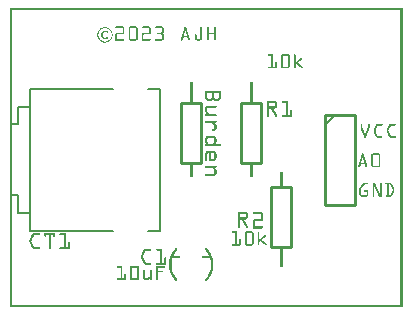
<source format=gto>
G04 MADE WITH FRITZING*
G04 WWW.FRITZING.ORG*
G04 DOUBLE SIDED*
G04 HOLES PLATED*
G04 CONTOUR ON CENTER OF CONTOUR VECTOR*
%ASAXBY*%
%FSLAX23Y23*%
%MOIN*%
%OFA0B0*%
%SFA1.0B1.0*%
%ADD10C,0.006944*%
%ADD11C,0.010000*%
%ADD12C,0.005000*%
%ADD13R,0.001000X0.001000*%
%LNSILK1*%
G90*
G70*
G54D10*
X500Y729D02*
X500Y257D01*
D02*
X67Y729D02*
X67Y670D01*
D02*
X67Y316D02*
X67Y257D01*
D02*
X28Y670D02*
X28Y611D01*
D02*
X28Y375D02*
X28Y316D01*
D02*
X28Y316D02*
X67Y316D01*
D02*
X28Y670D02*
X67Y670D01*
D02*
X67Y729D02*
X343Y729D01*
D02*
X500Y729D02*
X461Y729D01*
D02*
X67Y729D02*
X67Y257D01*
D02*
X67Y257D02*
X343Y257D01*
D02*
X500Y257D02*
X461Y257D01*
G54D11*
D02*
X638Y683D02*
X638Y483D01*
D02*
X638Y483D02*
X572Y483D01*
D02*
X572Y483D02*
X572Y683D01*
D02*
X572Y683D02*
X638Y683D01*
D02*
X838Y683D02*
X838Y483D01*
D02*
X838Y483D02*
X772Y483D01*
D02*
X772Y483D02*
X772Y683D01*
D02*
X772Y683D02*
X838Y683D01*
D02*
X872Y202D02*
X872Y402D01*
D02*
X872Y402D02*
X938Y402D01*
D02*
X938Y402D02*
X938Y202D01*
D02*
X938Y202D02*
X872Y202D01*
D02*
X1050Y643D02*
X1050Y343D01*
D02*
X1050Y343D02*
X1150Y343D01*
D02*
X1150Y343D02*
X1150Y643D01*
D02*
X1150Y643D02*
X1050Y643D01*
G54D12*
D02*
X1050Y608D02*
X1085Y643D01*
G54D13*
X1Y999D02*
X1309Y999D01*
X1Y998D02*
X1309Y998D01*
X1Y997D02*
X1309Y997D01*
X1Y996D02*
X1309Y996D01*
X1Y995D02*
X1309Y995D01*
X1Y994D02*
X1309Y994D01*
X1Y993D02*
X1309Y993D01*
X1Y992D02*
X1309Y992D01*
X1Y991D02*
X8Y991D01*
X1302Y991D02*
X1309Y991D01*
X1Y990D02*
X8Y990D01*
X1302Y990D02*
X1309Y990D01*
X1Y989D02*
X8Y989D01*
X1302Y989D02*
X1309Y989D01*
X1Y988D02*
X8Y988D01*
X1302Y988D02*
X1309Y988D01*
X1Y987D02*
X8Y987D01*
X1302Y987D02*
X1309Y987D01*
X1Y986D02*
X8Y986D01*
X1302Y986D02*
X1309Y986D01*
X1Y985D02*
X8Y985D01*
X1302Y985D02*
X1309Y985D01*
X1Y984D02*
X8Y984D01*
X1302Y984D02*
X1309Y984D01*
X1Y983D02*
X8Y983D01*
X1302Y983D02*
X1309Y983D01*
X1Y982D02*
X8Y982D01*
X1302Y982D02*
X1309Y982D01*
X1Y981D02*
X8Y981D01*
X1302Y981D02*
X1309Y981D01*
X1Y980D02*
X8Y980D01*
X1302Y980D02*
X1309Y980D01*
X1Y979D02*
X8Y979D01*
X1302Y979D02*
X1309Y979D01*
X1Y978D02*
X8Y978D01*
X1302Y978D02*
X1309Y978D01*
X1Y977D02*
X8Y977D01*
X1302Y977D02*
X1309Y977D01*
X1Y976D02*
X8Y976D01*
X1302Y976D02*
X1309Y976D01*
X1Y975D02*
X8Y975D01*
X1302Y975D02*
X1309Y975D01*
X1Y974D02*
X8Y974D01*
X1302Y974D02*
X1309Y974D01*
X1Y973D02*
X8Y973D01*
X1302Y973D02*
X1309Y973D01*
X1Y972D02*
X8Y972D01*
X1302Y972D02*
X1309Y972D01*
X1Y971D02*
X8Y971D01*
X1302Y971D02*
X1309Y971D01*
X1Y970D02*
X8Y970D01*
X1302Y970D02*
X1309Y970D01*
X1Y969D02*
X8Y969D01*
X1302Y969D02*
X1309Y969D01*
X1Y968D02*
X8Y968D01*
X1302Y968D02*
X1309Y968D01*
X1Y967D02*
X8Y967D01*
X1302Y967D02*
X1309Y967D01*
X1Y966D02*
X8Y966D01*
X1302Y966D02*
X1309Y966D01*
X1Y965D02*
X8Y965D01*
X1302Y965D02*
X1309Y965D01*
X1Y964D02*
X8Y964D01*
X1302Y964D02*
X1309Y964D01*
X1Y963D02*
X8Y963D01*
X1302Y963D02*
X1309Y963D01*
X1Y962D02*
X8Y962D01*
X1302Y962D02*
X1309Y962D01*
X1Y961D02*
X8Y961D01*
X1302Y961D02*
X1309Y961D01*
X1Y960D02*
X8Y960D01*
X1302Y960D02*
X1309Y960D01*
X1Y959D02*
X8Y959D01*
X1302Y959D02*
X1309Y959D01*
X1Y958D02*
X8Y958D01*
X1302Y958D02*
X1309Y958D01*
X1Y957D02*
X8Y957D01*
X1302Y957D02*
X1309Y957D01*
X1Y956D02*
X8Y956D01*
X1302Y956D02*
X1309Y956D01*
X1Y955D02*
X8Y955D01*
X1302Y955D02*
X1309Y955D01*
X1Y954D02*
X8Y954D01*
X1302Y954D02*
X1309Y954D01*
X1Y953D02*
X8Y953D01*
X1302Y953D02*
X1309Y953D01*
X1Y952D02*
X8Y952D01*
X1302Y952D02*
X1309Y952D01*
X1Y951D02*
X8Y951D01*
X1302Y951D02*
X1309Y951D01*
X1Y950D02*
X8Y950D01*
X1302Y950D02*
X1309Y950D01*
X1Y949D02*
X8Y949D01*
X1302Y949D02*
X1309Y949D01*
X1Y948D02*
X8Y948D01*
X1302Y948D02*
X1309Y948D01*
X1Y947D02*
X8Y947D01*
X1302Y947D02*
X1309Y947D01*
X1Y946D02*
X8Y946D01*
X1302Y946D02*
X1309Y946D01*
X1Y945D02*
X8Y945D01*
X1302Y945D02*
X1309Y945D01*
X1Y944D02*
X8Y944D01*
X1302Y944D02*
X1309Y944D01*
X1Y943D02*
X8Y943D01*
X1302Y943D02*
X1309Y943D01*
X1Y942D02*
X8Y942D01*
X1302Y942D02*
X1309Y942D01*
X1Y941D02*
X8Y941D01*
X1302Y941D02*
X1309Y941D01*
X1Y940D02*
X8Y940D01*
X1302Y940D02*
X1309Y940D01*
X1Y939D02*
X8Y939D01*
X1302Y939D02*
X1309Y939D01*
X1Y938D02*
X8Y938D01*
X1302Y938D02*
X1309Y938D01*
X1Y937D02*
X8Y937D01*
X356Y937D02*
X376Y937D01*
X403Y937D02*
X420Y937D01*
X444Y937D02*
X463Y937D01*
X487Y937D02*
X507Y937D01*
X1302Y937D02*
X1309Y937D01*
X1Y936D02*
X8Y936D01*
X354Y936D02*
X379Y936D01*
X400Y936D02*
X423Y936D01*
X441Y936D02*
X466Y936D01*
X485Y936D02*
X510Y936D01*
X584Y936D02*
X587Y936D01*
X637Y936D02*
X640Y936D01*
X659Y936D02*
X662Y936D01*
X683Y936D02*
X686Y936D01*
X1302Y936D02*
X1309Y936D01*
X1Y935D02*
X8Y935D01*
X353Y935D02*
X381Y935D01*
X398Y935D02*
X424Y935D01*
X441Y935D02*
X468Y935D01*
X484Y935D02*
X511Y935D01*
X583Y935D02*
X588Y935D01*
X636Y935D02*
X641Y935D01*
X658Y935D02*
X663Y935D01*
X683Y935D02*
X687Y935D01*
X1302Y935D02*
X1309Y935D01*
X1Y934D02*
X8Y934D01*
X312Y934D02*
X323Y934D01*
X353Y934D02*
X381Y934D01*
X398Y934D02*
X425Y934D01*
X440Y934D02*
X468Y934D01*
X484Y934D02*
X512Y934D01*
X583Y934D02*
X588Y934D01*
X636Y934D02*
X641Y934D01*
X658Y934D02*
X663Y934D01*
X682Y934D02*
X687Y934D01*
X1302Y934D02*
X1309Y934D01*
X1Y933D02*
X8Y933D01*
X309Y933D02*
X326Y933D01*
X353Y933D02*
X382Y933D01*
X397Y933D02*
X425Y933D01*
X441Y933D02*
X469Y933D01*
X484Y933D02*
X513Y933D01*
X583Y933D02*
X589Y933D01*
X636Y933D02*
X641Y933D01*
X658Y933D02*
X663Y933D01*
X682Y933D02*
X687Y933D01*
X1302Y933D02*
X1309Y933D01*
X1Y932D02*
X8Y932D01*
X307Y932D02*
X328Y932D01*
X354Y932D02*
X382Y932D01*
X397Y932D02*
X426Y932D01*
X441Y932D02*
X469Y932D01*
X485Y932D02*
X513Y932D01*
X582Y932D02*
X589Y932D01*
X636Y932D02*
X641Y932D01*
X658Y932D02*
X663Y932D01*
X682Y932D02*
X687Y932D01*
X1302Y932D02*
X1309Y932D01*
X1Y931D02*
X8Y931D01*
X305Y931D02*
X313Y931D01*
X323Y931D02*
X330Y931D01*
X356Y931D02*
X382Y931D01*
X397Y931D02*
X426Y931D01*
X443Y931D02*
X469Y931D01*
X486Y931D02*
X513Y931D01*
X582Y931D02*
X589Y931D01*
X636Y931D02*
X641Y931D01*
X658Y931D02*
X663Y931D01*
X682Y931D02*
X687Y931D01*
X1302Y931D02*
X1309Y931D01*
X1Y930D02*
X8Y930D01*
X303Y930D02*
X309Y930D01*
X326Y930D02*
X332Y930D01*
X377Y930D02*
X382Y930D01*
X397Y930D02*
X402Y930D01*
X421Y930D02*
X426Y930D01*
X464Y930D02*
X469Y930D01*
X508Y930D02*
X513Y930D01*
X582Y930D02*
X589Y930D01*
X636Y930D02*
X641Y930D01*
X658Y930D02*
X663Y930D01*
X682Y930D02*
X687Y930D01*
X1302Y930D02*
X1309Y930D01*
X1Y929D02*
X8Y929D01*
X302Y929D02*
X307Y929D01*
X328Y929D02*
X333Y929D01*
X377Y929D02*
X382Y929D01*
X397Y929D02*
X402Y929D01*
X421Y929D02*
X426Y929D01*
X464Y929D02*
X469Y929D01*
X508Y929D02*
X513Y929D01*
X581Y929D02*
X590Y929D01*
X636Y929D02*
X641Y929D01*
X658Y929D02*
X663Y929D01*
X682Y929D02*
X687Y929D01*
X1302Y929D02*
X1309Y929D01*
X1Y928D02*
X8Y928D01*
X301Y928D02*
X305Y928D01*
X330Y928D02*
X334Y928D01*
X377Y928D02*
X382Y928D01*
X397Y928D02*
X402Y928D01*
X421Y928D02*
X426Y928D01*
X464Y928D02*
X469Y928D01*
X508Y928D02*
X513Y928D01*
X581Y928D02*
X590Y928D01*
X636Y928D02*
X641Y928D01*
X658Y928D02*
X663Y928D01*
X682Y928D02*
X687Y928D01*
X1302Y928D02*
X1309Y928D01*
X1Y927D02*
X8Y927D01*
X300Y927D02*
X304Y927D01*
X331Y927D02*
X335Y927D01*
X377Y927D02*
X382Y927D01*
X397Y927D02*
X402Y927D01*
X421Y927D02*
X426Y927D01*
X464Y927D02*
X469Y927D01*
X508Y927D02*
X513Y927D01*
X581Y927D02*
X590Y927D01*
X636Y927D02*
X641Y927D01*
X658Y927D02*
X663Y927D01*
X682Y927D02*
X687Y927D01*
X1302Y927D02*
X1309Y927D01*
X1Y926D02*
X8Y926D01*
X299Y926D02*
X303Y926D01*
X332Y926D02*
X336Y926D01*
X377Y926D02*
X382Y926D01*
X397Y926D02*
X402Y926D01*
X421Y926D02*
X426Y926D01*
X464Y926D02*
X469Y926D01*
X508Y926D02*
X513Y926D01*
X581Y926D02*
X591Y926D01*
X636Y926D02*
X641Y926D01*
X658Y926D02*
X663Y926D01*
X682Y926D02*
X687Y926D01*
X1302Y926D02*
X1309Y926D01*
X1Y925D02*
X8Y925D01*
X298Y925D02*
X302Y925D01*
X334Y925D02*
X337Y925D01*
X377Y925D02*
X382Y925D01*
X397Y925D02*
X402Y925D01*
X421Y925D02*
X426Y925D01*
X464Y925D02*
X469Y925D01*
X508Y925D02*
X513Y925D01*
X580Y925D02*
X591Y925D01*
X636Y925D02*
X641Y925D01*
X658Y925D02*
X663Y925D01*
X682Y925D02*
X687Y925D01*
X1302Y925D02*
X1309Y925D01*
X1Y924D02*
X8Y924D01*
X297Y924D02*
X301Y924D01*
X335Y924D02*
X338Y924D01*
X377Y924D02*
X382Y924D01*
X397Y924D02*
X402Y924D01*
X421Y924D02*
X426Y924D01*
X464Y924D02*
X469Y924D01*
X508Y924D02*
X513Y924D01*
X580Y924D02*
X591Y924D01*
X636Y924D02*
X641Y924D01*
X658Y924D02*
X663Y924D01*
X682Y924D02*
X687Y924D01*
X1302Y924D02*
X1309Y924D01*
X1Y923D02*
X8Y923D01*
X297Y923D02*
X300Y923D01*
X315Y923D02*
X322Y923D01*
X335Y923D02*
X339Y923D01*
X377Y923D02*
X382Y923D01*
X397Y923D02*
X402Y923D01*
X421Y923D02*
X426Y923D01*
X464Y923D02*
X469Y923D01*
X508Y923D02*
X513Y923D01*
X580Y923D02*
X592Y923D01*
X636Y923D02*
X641Y923D01*
X658Y923D02*
X663Y923D01*
X682Y923D02*
X687Y923D01*
X1302Y923D02*
X1309Y923D01*
X1Y922D02*
X8Y922D01*
X296Y922D02*
X299Y922D01*
X312Y922D02*
X325Y922D01*
X336Y922D02*
X339Y922D01*
X377Y922D02*
X382Y922D01*
X397Y922D02*
X402Y922D01*
X421Y922D02*
X426Y922D01*
X464Y922D02*
X469Y922D01*
X508Y922D02*
X513Y922D01*
X579Y922D02*
X592Y922D01*
X636Y922D02*
X641Y922D01*
X658Y922D02*
X663Y922D01*
X682Y922D02*
X687Y922D01*
X1302Y922D02*
X1309Y922D01*
X1Y921D02*
X8Y921D01*
X296Y921D02*
X298Y921D01*
X311Y921D02*
X327Y921D01*
X337Y921D02*
X340Y921D01*
X377Y921D02*
X382Y921D01*
X397Y921D02*
X402Y921D01*
X421Y921D02*
X426Y921D01*
X464Y921D02*
X469Y921D01*
X508Y921D02*
X513Y921D01*
X579Y921D02*
X585Y921D01*
X587Y921D02*
X592Y921D01*
X636Y921D02*
X641Y921D01*
X658Y921D02*
X663Y921D01*
X682Y921D02*
X687Y921D01*
X1302Y921D02*
X1309Y921D01*
X1Y920D02*
X8Y920D01*
X295Y920D02*
X298Y920D01*
X310Y920D02*
X327Y920D01*
X337Y920D02*
X340Y920D01*
X377Y920D02*
X382Y920D01*
X397Y920D02*
X402Y920D01*
X421Y920D02*
X426Y920D01*
X464Y920D02*
X469Y920D01*
X508Y920D02*
X513Y920D01*
X579Y920D02*
X584Y920D01*
X587Y920D02*
X592Y920D01*
X636Y920D02*
X641Y920D01*
X658Y920D02*
X663Y920D01*
X682Y920D02*
X687Y920D01*
X1302Y920D02*
X1309Y920D01*
X1Y919D02*
X8Y919D01*
X294Y919D02*
X297Y919D01*
X309Y919D02*
X316Y919D01*
X321Y919D02*
X327Y919D01*
X338Y919D02*
X341Y919D01*
X377Y919D02*
X382Y919D01*
X397Y919D02*
X402Y919D01*
X421Y919D02*
X426Y919D01*
X464Y919D02*
X469Y919D01*
X508Y919D02*
X513Y919D01*
X579Y919D02*
X584Y919D01*
X587Y919D02*
X593Y919D01*
X636Y919D02*
X641Y919D01*
X658Y919D02*
X663Y919D01*
X682Y919D02*
X687Y919D01*
X1302Y919D02*
X1309Y919D01*
X1Y918D02*
X8Y918D01*
X294Y918D02*
X297Y918D01*
X308Y918D02*
X314Y918D01*
X324Y918D02*
X327Y918D01*
X339Y918D02*
X341Y918D01*
X377Y918D02*
X382Y918D01*
X397Y918D02*
X402Y918D01*
X421Y918D02*
X426Y918D01*
X464Y918D02*
X469Y918D01*
X507Y918D02*
X513Y918D01*
X578Y918D02*
X584Y918D01*
X588Y918D02*
X593Y918D01*
X636Y918D02*
X641Y918D01*
X658Y918D02*
X663Y918D01*
X682Y918D02*
X687Y918D01*
X1302Y918D02*
X1309Y918D01*
X1Y917D02*
X8Y917D01*
X294Y917D02*
X296Y917D01*
X307Y917D02*
X313Y917D01*
X326Y917D02*
X327Y917D01*
X339Y917D02*
X342Y917D01*
X377Y917D02*
X382Y917D01*
X397Y917D02*
X402Y917D01*
X421Y917D02*
X426Y917D01*
X464Y917D02*
X469Y917D01*
X506Y917D02*
X513Y917D01*
X578Y917D02*
X583Y917D01*
X588Y917D02*
X593Y917D01*
X636Y917D02*
X641Y917D01*
X658Y917D02*
X663Y917D01*
X682Y917D02*
X687Y917D01*
X1302Y917D02*
X1309Y917D01*
X1Y916D02*
X8Y916D01*
X293Y916D02*
X296Y916D01*
X307Y916D02*
X312Y916D01*
X339Y916D02*
X342Y916D01*
X357Y916D02*
X382Y916D01*
X397Y916D02*
X402Y916D01*
X421Y916D02*
X426Y916D01*
X444Y916D02*
X469Y916D01*
X491Y916D02*
X512Y916D01*
X578Y916D02*
X583Y916D01*
X588Y916D02*
X594Y916D01*
X636Y916D02*
X641Y916D01*
X658Y916D02*
X687Y916D01*
X1302Y916D02*
X1309Y916D01*
X1Y915D02*
X8Y915D01*
X293Y915D02*
X296Y915D01*
X307Y915D02*
X311Y915D01*
X339Y915D02*
X342Y915D01*
X356Y915D02*
X382Y915D01*
X397Y915D02*
X402Y915D01*
X421Y915D02*
X426Y915D01*
X443Y915D02*
X469Y915D01*
X490Y915D02*
X512Y915D01*
X577Y915D02*
X583Y915D01*
X588Y915D02*
X594Y915D01*
X636Y915D02*
X641Y915D01*
X658Y915D02*
X687Y915D01*
X1302Y915D02*
X1309Y915D01*
X1Y914D02*
X8Y914D01*
X293Y914D02*
X296Y914D01*
X306Y914D02*
X311Y914D01*
X340Y914D02*
X342Y914D01*
X355Y914D02*
X382Y914D01*
X397Y914D02*
X402Y914D01*
X421Y914D02*
X426Y914D01*
X442Y914D02*
X469Y914D01*
X490Y914D02*
X511Y914D01*
X577Y914D02*
X582Y914D01*
X589Y914D02*
X594Y914D01*
X636Y914D02*
X641Y914D01*
X658Y914D02*
X687Y914D01*
X1302Y914D02*
X1309Y914D01*
X1Y913D02*
X8Y913D01*
X293Y913D02*
X295Y913D01*
X306Y913D02*
X311Y913D01*
X340Y913D02*
X342Y913D01*
X354Y913D02*
X381Y913D01*
X397Y913D02*
X402Y913D01*
X421Y913D02*
X426Y913D01*
X441Y913D02*
X468Y913D01*
X490Y913D02*
X511Y913D01*
X577Y913D02*
X582Y913D01*
X589Y913D02*
X594Y913D01*
X636Y913D02*
X641Y913D01*
X658Y913D02*
X687Y913D01*
X1302Y913D02*
X1309Y913D01*
X1Y912D02*
X8Y912D01*
X293Y912D02*
X295Y912D01*
X306Y912D02*
X310Y912D01*
X340Y912D02*
X343Y912D01*
X353Y912D02*
X380Y912D01*
X397Y912D02*
X402Y912D01*
X421Y912D02*
X426Y912D01*
X441Y912D02*
X467Y912D01*
X490Y912D02*
X512Y912D01*
X576Y912D02*
X582Y912D01*
X589Y912D02*
X595Y912D01*
X636Y912D02*
X641Y912D01*
X658Y912D02*
X687Y912D01*
X1302Y912D02*
X1309Y912D01*
X1Y911D02*
X8Y911D01*
X293Y911D02*
X295Y911D01*
X306Y911D02*
X310Y911D01*
X340Y911D02*
X343Y911D01*
X353Y911D02*
X379Y911D01*
X397Y911D02*
X402Y911D01*
X421Y911D02*
X426Y911D01*
X440Y911D02*
X466Y911D01*
X491Y911D02*
X512Y911D01*
X576Y911D02*
X582Y911D01*
X590Y911D02*
X595Y911D01*
X619Y911D02*
X621Y911D01*
X636Y911D02*
X641Y911D01*
X658Y911D02*
X687Y911D01*
X1302Y911D02*
X1309Y911D01*
X1Y910D02*
X8Y910D01*
X293Y910D02*
X295Y910D01*
X306Y910D02*
X310Y910D01*
X340Y910D02*
X343Y910D01*
X353Y910D02*
X358Y910D01*
X397Y910D02*
X402Y910D01*
X421Y910D02*
X426Y910D01*
X440Y910D02*
X446Y910D01*
X506Y910D02*
X513Y910D01*
X576Y910D02*
X581Y910D01*
X590Y910D02*
X595Y910D01*
X618Y910D02*
X622Y910D01*
X636Y910D02*
X641Y910D01*
X658Y910D02*
X663Y910D01*
X682Y910D02*
X687Y910D01*
X1302Y910D02*
X1309Y910D01*
X1Y909D02*
X8Y909D01*
X293Y909D02*
X295Y909D01*
X306Y909D02*
X310Y909D01*
X340Y909D02*
X343Y909D01*
X353Y909D02*
X358Y909D01*
X397Y909D02*
X402Y909D01*
X421Y909D02*
X426Y909D01*
X440Y909D02*
X445Y909D01*
X507Y909D02*
X513Y909D01*
X576Y909D02*
X581Y909D01*
X590Y909D02*
X596Y909D01*
X618Y909D02*
X623Y909D01*
X636Y909D02*
X641Y909D01*
X658Y909D02*
X663Y909D01*
X682Y909D02*
X687Y909D01*
X1302Y909D02*
X1309Y909D01*
X1Y908D02*
X8Y908D01*
X293Y908D02*
X295Y908D01*
X306Y908D02*
X310Y908D01*
X340Y908D02*
X343Y908D01*
X353Y908D02*
X358Y908D01*
X397Y908D02*
X402Y908D01*
X421Y908D02*
X426Y908D01*
X440Y908D02*
X445Y908D01*
X508Y908D02*
X513Y908D01*
X575Y908D02*
X581Y908D01*
X591Y908D02*
X596Y908D01*
X618Y908D02*
X623Y908D01*
X636Y908D02*
X641Y908D01*
X658Y908D02*
X663Y908D01*
X682Y908D02*
X687Y908D01*
X1302Y908D02*
X1309Y908D01*
X1Y907D02*
X8Y907D01*
X293Y907D02*
X295Y907D01*
X306Y907D02*
X310Y907D01*
X340Y907D02*
X343Y907D01*
X353Y907D02*
X358Y907D01*
X397Y907D02*
X402Y907D01*
X421Y907D02*
X426Y907D01*
X440Y907D02*
X445Y907D01*
X508Y907D02*
X513Y907D01*
X575Y907D02*
X580Y907D01*
X591Y907D02*
X596Y907D01*
X618Y907D02*
X623Y907D01*
X636Y907D02*
X641Y907D01*
X658Y907D02*
X663Y907D01*
X682Y907D02*
X687Y907D01*
X1302Y907D02*
X1309Y907D01*
X1Y906D02*
X8Y906D01*
X293Y906D02*
X295Y906D01*
X306Y906D02*
X311Y906D01*
X340Y906D02*
X343Y906D01*
X353Y906D02*
X358Y906D01*
X397Y906D02*
X402Y906D01*
X421Y906D02*
X426Y906D01*
X440Y906D02*
X445Y906D01*
X508Y906D02*
X513Y906D01*
X575Y906D02*
X596Y906D01*
X618Y906D02*
X623Y906D01*
X636Y906D02*
X641Y906D01*
X658Y906D02*
X663Y906D01*
X682Y906D02*
X687Y906D01*
X1302Y906D02*
X1309Y906D01*
X1Y905D02*
X8Y905D01*
X293Y905D02*
X295Y905D01*
X306Y905D02*
X311Y905D01*
X340Y905D02*
X342Y905D01*
X353Y905D02*
X358Y905D01*
X397Y905D02*
X402Y905D01*
X421Y905D02*
X426Y905D01*
X440Y905D02*
X445Y905D01*
X508Y905D02*
X513Y905D01*
X574Y905D02*
X597Y905D01*
X618Y905D02*
X623Y905D01*
X636Y905D02*
X641Y905D01*
X658Y905D02*
X663Y905D01*
X682Y905D02*
X687Y905D01*
X1302Y905D02*
X1309Y905D01*
X1Y904D02*
X8Y904D01*
X293Y904D02*
X296Y904D01*
X306Y904D02*
X311Y904D01*
X340Y904D02*
X342Y904D01*
X353Y904D02*
X358Y904D01*
X397Y904D02*
X402Y904D01*
X421Y904D02*
X426Y904D01*
X440Y904D02*
X445Y904D01*
X508Y904D02*
X513Y904D01*
X574Y904D02*
X597Y904D01*
X618Y904D02*
X623Y904D01*
X636Y904D02*
X641Y904D01*
X658Y904D02*
X663Y904D01*
X682Y904D02*
X687Y904D01*
X1302Y904D02*
X1309Y904D01*
X1Y903D02*
X8Y903D01*
X293Y903D02*
X296Y903D01*
X307Y903D02*
X312Y903D01*
X339Y903D02*
X342Y903D01*
X353Y903D02*
X358Y903D01*
X397Y903D02*
X402Y903D01*
X421Y903D02*
X426Y903D01*
X440Y903D02*
X445Y903D01*
X508Y903D02*
X513Y903D01*
X574Y903D02*
X597Y903D01*
X618Y903D02*
X623Y903D01*
X636Y903D02*
X641Y903D01*
X658Y903D02*
X663Y903D01*
X682Y903D02*
X687Y903D01*
X1302Y903D02*
X1309Y903D01*
X1Y902D02*
X8Y902D01*
X294Y902D02*
X296Y902D01*
X307Y902D02*
X312Y902D01*
X326Y902D02*
X327Y902D01*
X339Y902D02*
X342Y902D01*
X353Y902D02*
X358Y902D01*
X397Y902D02*
X402Y902D01*
X421Y902D02*
X426Y902D01*
X440Y902D02*
X445Y902D01*
X508Y902D02*
X513Y902D01*
X574Y902D02*
X598Y902D01*
X618Y902D02*
X623Y902D01*
X636Y902D02*
X641Y902D01*
X658Y902D02*
X663Y902D01*
X682Y902D02*
X687Y902D01*
X1302Y902D02*
X1309Y902D01*
X1Y901D02*
X8Y901D01*
X294Y901D02*
X297Y901D01*
X308Y901D02*
X313Y901D01*
X325Y901D02*
X327Y901D01*
X339Y901D02*
X341Y901D01*
X353Y901D02*
X358Y901D01*
X397Y901D02*
X402Y901D01*
X421Y901D02*
X426Y901D01*
X440Y901D02*
X445Y901D01*
X508Y901D02*
X513Y901D01*
X573Y901D02*
X598Y901D01*
X618Y901D02*
X623Y901D01*
X636Y901D02*
X641Y901D01*
X658Y901D02*
X663Y901D01*
X682Y901D02*
X687Y901D01*
X1302Y901D02*
X1309Y901D01*
X1Y900D02*
X8Y900D01*
X294Y900D02*
X297Y900D01*
X308Y900D02*
X315Y900D01*
X322Y900D02*
X327Y900D01*
X338Y900D02*
X341Y900D01*
X353Y900D02*
X358Y900D01*
X397Y900D02*
X402Y900D01*
X421Y900D02*
X426Y900D01*
X440Y900D02*
X445Y900D01*
X508Y900D02*
X513Y900D01*
X573Y900D02*
X579Y900D01*
X593Y900D02*
X598Y900D01*
X618Y900D02*
X623Y900D01*
X636Y900D02*
X641Y900D01*
X658Y900D02*
X663Y900D01*
X682Y900D02*
X687Y900D01*
X1302Y900D02*
X1309Y900D01*
X1Y899D02*
X8Y899D01*
X295Y899D02*
X297Y899D01*
X309Y899D02*
X327Y899D01*
X338Y899D02*
X341Y899D01*
X353Y899D02*
X358Y899D01*
X397Y899D02*
X402Y899D01*
X421Y899D02*
X426Y899D01*
X440Y899D02*
X445Y899D01*
X508Y899D02*
X513Y899D01*
X573Y899D02*
X578Y899D01*
X593Y899D02*
X598Y899D01*
X618Y899D02*
X623Y899D01*
X636Y899D02*
X641Y899D01*
X658Y899D02*
X663Y899D01*
X682Y899D02*
X687Y899D01*
X1302Y899D02*
X1309Y899D01*
X1Y898D02*
X8Y898D01*
X295Y898D02*
X298Y898D01*
X310Y898D02*
X327Y898D01*
X337Y898D02*
X340Y898D01*
X353Y898D02*
X358Y898D01*
X397Y898D02*
X402Y898D01*
X421Y898D02*
X426Y898D01*
X440Y898D02*
X445Y898D01*
X508Y898D02*
X513Y898D01*
X572Y898D02*
X578Y898D01*
X593Y898D02*
X599Y898D01*
X618Y898D02*
X623Y898D01*
X635Y898D02*
X641Y898D01*
X658Y898D02*
X663Y898D01*
X682Y898D02*
X687Y898D01*
X1302Y898D02*
X1309Y898D01*
X1Y897D02*
X8Y897D01*
X296Y897D02*
X299Y897D01*
X312Y897D02*
X326Y897D01*
X337Y897D02*
X340Y897D01*
X353Y897D02*
X358Y897D01*
X397Y897D02*
X402Y897D01*
X421Y897D02*
X426Y897D01*
X440Y897D02*
X445Y897D01*
X508Y897D02*
X513Y897D01*
X572Y897D02*
X577Y897D01*
X594Y897D02*
X599Y897D01*
X618Y897D02*
X624Y897D01*
X635Y897D02*
X641Y897D01*
X658Y897D02*
X663Y897D01*
X682Y897D02*
X687Y897D01*
X1302Y897D02*
X1309Y897D01*
X1Y896D02*
X8Y896D01*
X296Y896D02*
X299Y896D01*
X314Y896D02*
X323Y896D01*
X336Y896D02*
X339Y896D01*
X353Y896D02*
X359Y896D01*
X397Y896D02*
X402Y896D01*
X420Y896D02*
X426Y896D01*
X440Y896D02*
X446Y896D01*
X508Y896D02*
X513Y896D01*
X572Y896D02*
X577Y896D01*
X594Y896D02*
X599Y896D01*
X618Y896D02*
X625Y896D01*
X633Y896D02*
X640Y896D01*
X658Y896D02*
X663Y896D01*
X682Y896D02*
X687Y896D01*
X1302Y896D02*
X1309Y896D01*
X1Y895D02*
X8Y895D01*
X297Y895D02*
X300Y895D01*
X335Y895D02*
X338Y895D01*
X353Y895D02*
X381Y895D01*
X397Y895D02*
X426Y895D01*
X440Y895D02*
X468Y895D01*
X485Y895D02*
X513Y895D01*
X572Y895D02*
X577Y895D01*
X594Y895D02*
X600Y895D01*
X619Y895D02*
X640Y895D01*
X658Y895D02*
X663Y895D01*
X682Y895D02*
X687Y895D01*
X1302Y895D02*
X1309Y895D01*
X1Y894D02*
X8Y894D01*
X298Y894D02*
X301Y894D01*
X334Y894D02*
X338Y894D01*
X353Y894D02*
X382Y894D01*
X397Y894D02*
X426Y894D01*
X440Y894D02*
X469Y894D01*
X484Y894D02*
X513Y894D01*
X571Y894D02*
X577Y894D01*
X595Y894D02*
X600Y894D01*
X619Y894D02*
X639Y894D01*
X658Y894D02*
X663Y894D01*
X682Y894D02*
X687Y894D01*
X1302Y894D02*
X1309Y894D01*
X1Y893D02*
X8Y893D01*
X298Y893D02*
X302Y893D01*
X333Y893D02*
X337Y893D01*
X353Y893D02*
X382Y893D01*
X398Y893D02*
X425Y893D01*
X440Y893D02*
X469Y893D01*
X484Y893D02*
X512Y893D01*
X571Y893D02*
X576Y893D01*
X595Y893D02*
X600Y893D01*
X620Y893D02*
X639Y893D01*
X658Y893D02*
X663Y893D01*
X682Y893D02*
X687Y893D01*
X1302Y893D02*
X1309Y893D01*
X1Y892D02*
X8Y892D01*
X299Y892D02*
X303Y892D01*
X332Y892D02*
X336Y892D01*
X353Y892D02*
X382Y892D01*
X398Y892D02*
X424Y892D01*
X440Y892D02*
X469Y892D01*
X484Y892D02*
X511Y892D01*
X571Y892D02*
X576Y892D01*
X595Y892D02*
X600Y892D01*
X621Y892D02*
X638Y892D01*
X658Y892D02*
X663Y892D01*
X682Y892D02*
X687Y892D01*
X1302Y892D02*
X1309Y892D01*
X1Y891D02*
X8Y891D01*
X300Y891D02*
X304Y891D01*
X331Y891D02*
X335Y891D01*
X353Y891D02*
X382Y891D01*
X399Y891D02*
X423Y891D01*
X440Y891D02*
X469Y891D01*
X485Y891D02*
X510Y891D01*
X572Y891D02*
X575Y891D01*
X596Y891D02*
X600Y891D01*
X622Y891D02*
X636Y891D01*
X659Y891D02*
X663Y891D01*
X683Y891D02*
X687Y891D01*
X1302Y891D02*
X1309Y891D01*
X1Y890D02*
X8Y890D01*
X301Y890D02*
X306Y890D01*
X329Y890D02*
X334Y890D01*
X353Y890D02*
X380Y890D01*
X401Y890D02*
X421Y890D01*
X441Y890D02*
X467Y890D01*
X486Y890D02*
X508Y890D01*
X573Y890D02*
X574Y890D01*
X597Y890D02*
X598Y890D01*
X625Y890D02*
X634Y890D01*
X660Y890D02*
X661Y890D01*
X684Y890D02*
X685Y890D01*
X1302Y890D02*
X1309Y890D01*
X1Y889D02*
X8Y889D01*
X303Y889D02*
X308Y889D01*
X328Y889D02*
X333Y889D01*
X1302Y889D02*
X1309Y889D01*
X1Y888D02*
X8Y888D01*
X304Y888D02*
X310Y888D01*
X325Y888D02*
X332Y888D01*
X1302Y888D02*
X1309Y888D01*
X1Y887D02*
X8Y887D01*
X305Y887D02*
X314Y887D01*
X321Y887D02*
X330Y887D01*
X1302Y887D02*
X1309Y887D01*
X1Y886D02*
X8Y886D01*
X307Y886D02*
X328Y886D01*
X1302Y886D02*
X1309Y886D01*
X1Y885D02*
X8Y885D01*
X310Y885D02*
X326Y885D01*
X1302Y885D02*
X1309Y885D01*
X1Y884D02*
X8Y884D01*
X313Y884D02*
X322Y884D01*
X1302Y884D02*
X1309Y884D01*
X1Y883D02*
X8Y883D01*
X1302Y883D02*
X1309Y883D01*
X1Y882D02*
X8Y882D01*
X1302Y882D02*
X1309Y882D01*
X1Y881D02*
X8Y881D01*
X1302Y881D02*
X1309Y881D01*
X1Y880D02*
X8Y880D01*
X1302Y880D02*
X1309Y880D01*
X1Y879D02*
X8Y879D01*
X1302Y879D02*
X1309Y879D01*
X1Y878D02*
X8Y878D01*
X1302Y878D02*
X1309Y878D01*
X1Y877D02*
X8Y877D01*
X1302Y877D02*
X1309Y877D01*
X1Y876D02*
X8Y876D01*
X1302Y876D02*
X1309Y876D01*
X1Y875D02*
X8Y875D01*
X1302Y875D02*
X1309Y875D01*
X1Y874D02*
X8Y874D01*
X1302Y874D02*
X1309Y874D01*
X1Y873D02*
X8Y873D01*
X1302Y873D02*
X1309Y873D01*
X1Y872D02*
X8Y872D01*
X1302Y872D02*
X1309Y872D01*
X1Y871D02*
X8Y871D01*
X1302Y871D02*
X1309Y871D01*
X1Y870D02*
X8Y870D01*
X1302Y870D02*
X1309Y870D01*
X1Y869D02*
X8Y869D01*
X1302Y869D02*
X1309Y869D01*
X1Y868D02*
X8Y868D01*
X1302Y868D02*
X1309Y868D01*
X1Y867D02*
X8Y867D01*
X1302Y867D02*
X1309Y867D01*
X1Y866D02*
X8Y866D01*
X1302Y866D02*
X1309Y866D01*
X1Y865D02*
X8Y865D01*
X1302Y865D02*
X1309Y865D01*
X1Y864D02*
X8Y864D01*
X1302Y864D02*
X1309Y864D01*
X1Y863D02*
X8Y863D01*
X1302Y863D02*
X1309Y863D01*
X1Y862D02*
X8Y862D01*
X1302Y862D02*
X1309Y862D01*
X1Y861D02*
X8Y861D01*
X1302Y861D02*
X1309Y861D01*
X1Y860D02*
X8Y860D01*
X1302Y860D02*
X1309Y860D01*
X1Y859D02*
X8Y859D01*
X1302Y859D02*
X1309Y859D01*
X1Y858D02*
X8Y858D01*
X1302Y858D02*
X1309Y858D01*
X1Y857D02*
X8Y857D01*
X1302Y857D02*
X1309Y857D01*
X1Y856D02*
X8Y856D01*
X1302Y856D02*
X1309Y856D01*
X1Y855D02*
X8Y855D01*
X1302Y855D02*
X1309Y855D01*
X1Y854D02*
X8Y854D01*
X1302Y854D02*
X1309Y854D01*
X1Y853D02*
X8Y853D01*
X1302Y853D02*
X1309Y853D01*
X1Y852D02*
X8Y852D01*
X1302Y852D02*
X1309Y852D01*
X1Y851D02*
X8Y851D01*
X1302Y851D02*
X1309Y851D01*
X1Y850D02*
X8Y850D01*
X1302Y850D02*
X1309Y850D01*
X1Y849D02*
X8Y849D01*
X1302Y849D02*
X1309Y849D01*
X1Y848D02*
X8Y848D01*
X1302Y848D02*
X1309Y848D01*
X1Y847D02*
X8Y847D01*
X1302Y847D02*
X1309Y847D01*
X1Y846D02*
X8Y846D01*
X1302Y846D02*
X1309Y846D01*
X1Y845D02*
X8Y845D01*
X1302Y845D02*
X1309Y845D01*
X1Y844D02*
X8Y844D01*
X862Y844D02*
X878Y844D01*
X908Y844D02*
X930Y844D01*
X949Y844D02*
X952Y844D01*
X1302Y844D02*
X1309Y844D01*
X1Y843D02*
X8Y843D01*
X861Y843D02*
X878Y843D01*
X906Y843D02*
X931Y843D01*
X948Y843D02*
X952Y843D01*
X1302Y843D02*
X1309Y843D01*
X1Y842D02*
X8Y842D01*
X861Y842D02*
X878Y842D01*
X905Y842D02*
X932Y842D01*
X948Y842D02*
X953Y842D01*
X1302Y842D02*
X1309Y842D01*
X1Y841D02*
X8Y841D01*
X861Y841D02*
X878Y841D01*
X905Y841D02*
X933Y841D01*
X948Y841D02*
X953Y841D01*
X1302Y841D02*
X1309Y841D01*
X1Y840D02*
X8Y840D01*
X861Y840D02*
X878Y840D01*
X904Y840D02*
X933Y840D01*
X948Y840D02*
X953Y840D01*
X1302Y840D02*
X1309Y840D01*
X1Y839D02*
X8Y839D01*
X862Y839D02*
X878Y839D01*
X904Y839D02*
X933Y839D01*
X948Y839D02*
X953Y839D01*
X1302Y839D02*
X1309Y839D01*
X1Y838D02*
X8Y838D01*
X872Y838D02*
X878Y838D01*
X904Y838D02*
X909Y838D01*
X928Y838D02*
X933Y838D01*
X948Y838D02*
X953Y838D01*
X1302Y838D02*
X1309Y838D01*
X1Y837D02*
X8Y837D01*
X872Y837D02*
X878Y837D01*
X904Y837D02*
X909Y837D01*
X928Y837D02*
X933Y837D01*
X948Y837D02*
X953Y837D01*
X1302Y837D02*
X1309Y837D01*
X1Y836D02*
X8Y836D01*
X872Y836D02*
X878Y836D01*
X904Y836D02*
X909Y836D01*
X928Y836D02*
X933Y836D01*
X948Y836D02*
X953Y836D01*
X1302Y836D02*
X1309Y836D01*
X1Y835D02*
X8Y835D01*
X872Y835D02*
X878Y835D01*
X904Y835D02*
X909Y835D01*
X928Y835D02*
X933Y835D01*
X948Y835D02*
X953Y835D01*
X1302Y835D02*
X1309Y835D01*
X1Y834D02*
X8Y834D01*
X872Y834D02*
X878Y834D01*
X904Y834D02*
X909Y834D01*
X928Y834D02*
X933Y834D01*
X948Y834D02*
X953Y834D01*
X1302Y834D02*
X1309Y834D01*
X1Y833D02*
X8Y833D01*
X872Y833D02*
X878Y833D01*
X904Y833D02*
X909Y833D01*
X928Y833D02*
X933Y833D01*
X948Y833D02*
X953Y833D01*
X1302Y833D02*
X1309Y833D01*
X1Y832D02*
X8Y832D01*
X872Y832D02*
X878Y832D01*
X904Y832D02*
X909Y832D01*
X928Y832D02*
X933Y832D01*
X948Y832D02*
X953Y832D01*
X1302Y832D02*
X1309Y832D01*
X1Y831D02*
X8Y831D01*
X872Y831D02*
X878Y831D01*
X904Y831D02*
X909Y831D01*
X928Y831D02*
X933Y831D01*
X948Y831D02*
X953Y831D01*
X970Y831D02*
X973Y831D01*
X1302Y831D02*
X1309Y831D01*
X1Y830D02*
X8Y830D01*
X872Y830D02*
X878Y830D01*
X904Y830D02*
X909Y830D01*
X928Y830D02*
X933Y830D01*
X948Y830D02*
X953Y830D01*
X968Y830D02*
X973Y830D01*
X1302Y830D02*
X1309Y830D01*
X1Y829D02*
X8Y829D01*
X872Y829D02*
X878Y829D01*
X904Y829D02*
X909Y829D01*
X928Y829D02*
X933Y829D01*
X948Y829D02*
X953Y829D01*
X967Y829D02*
X974Y829D01*
X1302Y829D02*
X1309Y829D01*
X1Y828D02*
X8Y828D01*
X872Y828D02*
X878Y828D01*
X904Y828D02*
X909Y828D01*
X928Y828D02*
X933Y828D01*
X948Y828D02*
X953Y828D01*
X966Y828D02*
X974Y828D01*
X1302Y828D02*
X1309Y828D01*
X1Y827D02*
X8Y827D01*
X872Y827D02*
X878Y827D01*
X904Y827D02*
X909Y827D01*
X928Y827D02*
X933Y827D01*
X948Y827D02*
X953Y827D01*
X965Y827D02*
X973Y827D01*
X1302Y827D02*
X1309Y827D01*
X1Y826D02*
X8Y826D01*
X872Y826D02*
X878Y826D01*
X904Y826D02*
X909Y826D01*
X928Y826D02*
X933Y826D01*
X948Y826D02*
X953Y826D01*
X964Y826D02*
X972Y826D01*
X1302Y826D02*
X1309Y826D01*
X1Y825D02*
X8Y825D01*
X872Y825D02*
X878Y825D01*
X904Y825D02*
X909Y825D01*
X928Y825D02*
X933Y825D01*
X948Y825D02*
X953Y825D01*
X963Y825D02*
X971Y825D01*
X1302Y825D02*
X1309Y825D01*
X1Y824D02*
X8Y824D01*
X872Y824D02*
X878Y824D01*
X904Y824D02*
X909Y824D01*
X928Y824D02*
X933Y824D01*
X948Y824D02*
X953Y824D01*
X961Y824D02*
X970Y824D01*
X1302Y824D02*
X1309Y824D01*
X1Y823D02*
X8Y823D01*
X872Y823D02*
X878Y823D01*
X904Y823D02*
X909Y823D01*
X928Y823D02*
X933Y823D01*
X948Y823D02*
X953Y823D01*
X960Y823D02*
X969Y823D01*
X1302Y823D02*
X1309Y823D01*
X1Y822D02*
X8Y822D01*
X872Y822D02*
X878Y822D01*
X904Y822D02*
X909Y822D01*
X928Y822D02*
X933Y822D01*
X948Y822D02*
X953Y822D01*
X959Y822D02*
X967Y822D01*
X1302Y822D02*
X1309Y822D01*
X1Y821D02*
X8Y821D01*
X872Y821D02*
X878Y821D01*
X904Y821D02*
X909Y821D01*
X928Y821D02*
X933Y821D01*
X948Y821D02*
X953Y821D01*
X958Y821D02*
X966Y821D01*
X1302Y821D02*
X1309Y821D01*
X1Y820D02*
X8Y820D01*
X872Y820D02*
X878Y820D01*
X904Y820D02*
X909Y820D01*
X928Y820D02*
X933Y820D01*
X948Y820D02*
X953Y820D01*
X957Y820D02*
X965Y820D01*
X1302Y820D02*
X1309Y820D01*
X1Y819D02*
X8Y819D01*
X872Y819D02*
X878Y819D01*
X904Y819D02*
X909Y819D01*
X928Y819D02*
X933Y819D01*
X948Y819D02*
X953Y819D01*
X956Y819D02*
X964Y819D01*
X1302Y819D02*
X1309Y819D01*
X1Y818D02*
X8Y818D01*
X872Y818D02*
X878Y818D01*
X885Y818D02*
X889Y818D01*
X904Y818D02*
X909Y818D01*
X928Y818D02*
X933Y818D01*
X948Y818D02*
X963Y818D01*
X1302Y818D02*
X1309Y818D01*
X1Y817D02*
X8Y817D01*
X872Y817D02*
X878Y817D01*
X885Y817D02*
X889Y817D01*
X904Y817D02*
X909Y817D01*
X928Y817D02*
X933Y817D01*
X948Y817D02*
X962Y817D01*
X1302Y817D02*
X1309Y817D01*
X1Y816D02*
X8Y816D01*
X872Y816D02*
X878Y816D01*
X885Y816D02*
X890Y816D01*
X904Y816D02*
X909Y816D01*
X928Y816D02*
X933Y816D01*
X948Y816D02*
X961Y816D01*
X1302Y816D02*
X1309Y816D01*
X1Y815D02*
X8Y815D01*
X872Y815D02*
X878Y815D01*
X885Y815D02*
X890Y815D01*
X904Y815D02*
X909Y815D01*
X928Y815D02*
X933Y815D01*
X948Y815D02*
X961Y815D01*
X1302Y815D02*
X1309Y815D01*
X1Y814D02*
X8Y814D01*
X872Y814D02*
X878Y814D01*
X885Y814D02*
X890Y814D01*
X904Y814D02*
X909Y814D01*
X928Y814D02*
X933Y814D01*
X948Y814D02*
X963Y814D01*
X1302Y814D02*
X1309Y814D01*
X1Y813D02*
X8Y813D01*
X872Y813D02*
X878Y813D01*
X885Y813D02*
X890Y813D01*
X904Y813D02*
X909Y813D01*
X928Y813D02*
X933Y813D01*
X948Y813D02*
X964Y813D01*
X1302Y813D02*
X1309Y813D01*
X1Y812D02*
X8Y812D01*
X872Y812D02*
X878Y812D01*
X885Y812D02*
X890Y812D01*
X904Y812D02*
X909Y812D01*
X928Y812D02*
X933Y812D01*
X948Y812D02*
X965Y812D01*
X1302Y812D02*
X1309Y812D01*
X1Y811D02*
X8Y811D01*
X872Y811D02*
X878Y811D01*
X885Y811D02*
X890Y811D01*
X904Y811D02*
X909Y811D01*
X928Y811D02*
X933Y811D01*
X948Y811D02*
X955Y811D01*
X958Y811D02*
X966Y811D01*
X1302Y811D02*
X1309Y811D01*
X1Y810D02*
X8Y810D01*
X872Y810D02*
X878Y810D01*
X885Y810D02*
X890Y810D01*
X904Y810D02*
X909Y810D01*
X928Y810D02*
X933Y810D01*
X948Y810D02*
X953Y810D01*
X959Y810D02*
X967Y810D01*
X1302Y810D02*
X1309Y810D01*
X1Y809D02*
X8Y809D01*
X872Y809D02*
X878Y809D01*
X885Y809D02*
X890Y809D01*
X904Y809D02*
X909Y809D01*
X928Y809D02*
X933Y809D01*
X948Y809D02*
X953Y809D01*
X960Y809D02*
X968Y809D01*
X1302Y809D02*
X1309Y809D01*
X1Y808D02*
X8Y808D01*
X872Y808D02*
X878Y808D01*
X885Y808D02*
X890Y808D01*
X904Y808D02*
X909Y808D01*
X928Y808D02*
X933Y808D01*
X948Y808D02*
X953Y808D01*
X961Y808D02*
X970Y808D01*
X1302Y808D02*
X1309Y808D01*
X1Y807D02*
X8Y807D01*
X872Y807D02*
X878Y807D01*
X885Y807D02*
X890Y807D01*
X904Y807D02*
X909Y807D01*
X928Y807D02*
X933Y807D01*
X948Y807D02*
X953Y807D01*
X962Y807D02*
X971Y807D01*
X1302Y807D02*
X1309Y807D01*
X1Y806D02*
X8Y806D01*
X872Y806D02*
X878Y806D01*
X885Y806D02*
X890Y806D01*
X904Y806D02*
X909Y806D01*
X928Y806D02*
X933Y806D01*
X948Y806D02*
X953Y806D01*
X964Y806D02*
X972Y806D01*
X1302Y806D02*
X1309Y806D01*
X1Y805D02*
X8Y805D01*
X872Y805D02*
X878Y805D01*
X885Y805D02*
X890Y805D01*
X904Y805D02*
X909Y805D01*
X928Y805D02*
X933Y805D01*
X948Y805D02*
X953Y805D01*
X965Y805D02*
X973Y805D01*
X1302Y805D02*
X1309Y805D01*
X1Y804D02*
X8Y804D01*
X872Y804D02*
X878Y804D01*
X884Y804D02*
X890Y804D01*
X904Y804D02*
X909Y804D01*
X928Y804D02*
X933Y804D01*
X948Y804D02*
X953Y804D01*
X966Y804D02*
X974Y804D01*
X1302Y804D02*
X1309Y804D01*
X1Y803D02*
X8Y803D01*
X862Y803D02*
X890Y803D01*
X904Y803D02*
X933Y803D01*
X948Y803D02*
X953Y803D01*
X967Y803D02*
X975Y803D01*
X1302Y803D02*
X1309Y803D01*
X1Y802D02*
X8Y802D01*
X861Y802D02*
X890Y802D01*
X904Y802D02*
X933Y802D01*
X948Y802D02*
X953Y802D01*
X968Y802D02*
X976Y802D01*
X1302Y802D02*
X1309Y802D01*
X1Y801D02*
X8Y801D01*
X861Y801D02*
X890Y801D01*
X905Y801D02*
X933Y801D01*
X948Y801D02*
X953Y801D01*
X969Y801D02*
X977Y801D01*
X1302Y801D02*
X1309Y801D01*
X1Y800D02*
X8Y800D01*
X861Y800D02*
X890Y800D01*
X905Y800D02*
X932Y800D01*
X948Y800D02*
X953Y800D01*
X971Y800D02*
X977Y800D01*
X1302Y800D02*
X1309Y800D01*
X1Y799D02*
X8Y799D01*
X861Y799D02*
X889Y799D01*
X906Y799D02*
X931Y799D01*
X948Y799D02*
X952Y799D01*
X972Y799D02*
X976Y799D01*
X1302Y799D02*
X1309Y799D01*
X1Y798D02*
X8Y798D01*
X862Y798D02*
X888Y798D01*
X908Y798D02*
X930Y798D01*
X949Y798D02*
X951Y798D01*
X973Y798D02*
X975Y798D01*
X1302Y798D02*
X1309Y798D01*
X1Y797D02*
X8Y797D01*
X1302Y797D02*
X1309Y797D01*
X1Y796D02*
X8Y796D01*
X1302Y796D02*
X1309Y796D01*
X1Y795D02*
X8Y795D01*
X1302Y795D02*
X1309Y795D01*
X1Y794D02*
X8Y794D01*
X1302Y794D02*
X1309Y794D01*
X1Y793D02*
X8Y793D01*
X1302Y793D02*
X1309Y793D01*
X1Y792D02*
X8Y792D01*
X1302Y792D02*
X1309Y792D01*
X1Y791D02*
X8Y791D01*
X1302Y791D02*
X1309Y791D01*
X1Y790D02*
X8Y790D01*
X1302Y790D02*
X1309Y790D01*
X1Y789D02*
X8Y789D01*
X1302Y789D02*
X1309Y789D01*
X1Y788D02*
X8Y788D01*
X1302Y788D02*
X1309Y788D01*
X1Y787D02*
X8Y787D01*
X1302Y787D02*
X1309Y787D01*
X1Y786D02*
X8Y786D01*
X1302Y786D02*
X1309Y786D01*
X1Y785D02*
X8Y785D01*
X1302Y785D02*
X1309Y785D01*
X1Y784D02*
X8Y784D01*
X1302Y784D02*
X1309Y784D01*
X1Y783D02*
X8Y783D01*
X1302Y783D02*
X1309Y783D01*
X1Y782D02*
X8Y782D01*
X1302Y782D02*
X1309Y782D01*
X1Y781D02*
X8Y781D01*
X1302Y781D02*
X1309Y781D01*
X1Y780D02*
X8Y780D01*
X1302Y780D02*
X1309Y780D01*
X1Y779D02*
X8Y779D01*
X1302Y779D02*
X1309Y779D01*
X1Y778D02*
X8Y778D01*
X1302Y778D02*
X1309Y778D01*
X1Y777D02*
X8Y777D01*
X1302Y777D02*
X1309Y777D01*
X1Y776D02*
X8Y776D01*
X1302Y776D02*
X1309Y776D01*
X1Y775D02*
X8Y775D01*
X1302Y775D02*
X1309Y775D01*
X1Y774D02*
X8Y774D01*
X1302Y774D02*
X1309Y774D01*
X1Y773D02*
X8Y773D01*
X1302Y773D02*
X1309Y773D01*
X1Y772D02*
X8Y772D01*
X1302Y772D02*
X1309Y772D01*
X1Y771D02*
X8Y771D01*
X1302Y771D02*
X1309Y771D01*
X1Y770D02*
X8Y770D01*
X1302Y770D02*
X1309Y770D01*
X1Y769D02*
X8Y769D01*
X1302Y769D02*
X1309Y769D01*
X1Y768D02*
X8Y768D01*
X1302Y768D02*
X1309Y768D01*
X1Y767D02*
X8Y767D01*
X1302Y767D02*
X1309Y767D01*
X1Y766D02*
X8Y766D01*
X1302Y766D02*
X1309Y766D01*
X1Y765D02*
X8Y765D01*
X1302Y765D02*
X1309Y765D01*
X1Y764D02*
X8Y764D01*
X1302Y764D02*
X1309Y764D01*
X1Y763D02*
X8Y763D01*
X1302Y763D02*
X1309Y763D01*
X1Y762D02*
X8Y762D01*
X1302Y762D02*
X1309Y762D01*
X1Y761D02*
X8Y761D01*
X1302Y761D02*
X1309Y761D01*
X1Y760D02*
X8Y760D01*
X1302Y760D02*
X1309Y760D01*
X1Y759D02*
X8Y759D01*
X1302Y759D02*
X1309Y759D01*
X1Y758D02*
X8Y758D01*
X1302Y758D02*
X1309Y758D01*
X1Y757D02*
X8Y757D01*
X1302Y757D02*
X1309Y757D01*
X1Y756D02*
X8Y756D01*
X1302Y756D02*
X1309Y756D01*
X1Y755D02*
X8Y755D01*
X1302Y755D02*
X1309Y755D01*
X1Y754D02*
X8Y754D01*
X1302Y754D02*
X1309Y754D01*
X1Y753D02*
X8Y753D01*
X1302Y753D02*
X1309Y753D01*
X1Y752D02*
X8Y752D01*
X1302Y752D02*
X1309Y752D01*
X1Y751D02*
X8Y751D01*
X610Y751D02*
X610Y751D01*
X800Y751D02*
X800Y751D01*
X1302Y751D02*
X1309Y751D01*
X1Y750D02*
X8Y750D01*
X601Y750D02*
X610Y750D01*
X800Y750D02*
X809Y750D01*
X1302Y750D02*
X1309Y750D01*
X1Y749D02*
X8Y749D01*
X601Y749D02*
X610Y749D01*
X800Y749D02*
X809Y749D01*
X1302Y749D02*
X1309Y749D01*
X1Y748D02*
X8Y748D01*
X601Y748D02*
X610Y748D01*
X800Y748D02*
X809Y748D01*
X1302Y748D02*
X1309Y748D01*
X1Y747D02*
X8Y747D01*
X601Y747D02*
X610Y747D01*
X800Y747D02*
X809Y747D01*
X1302Y747D02*
X1309Y747D01*
X1Y746D02*
X8Y746D01*
X601Y746D02*
X610Y746D01*
X800Y746D02*
X809Y746D01*
X1302Y746D02*
X1309Y746D01*
X1Y745D02*
X8Y745D01*
X601Y745D02*
X610Y745D01*
X800Y745D02*
X809Y745D01*
X1302Y745D02*
X1309Y745D01*
X1Y744D02*
X8Y744D01*
X601Y744D02*
X610Y744D01*
X800Y744D02*
X809Y744D01*
X1302Y744D02*
X1309Y744D01*
X1Y743D02*
X8Y743D01*
X601Y743D02*
X610Y743D01*
X800Y743D02*
X809Y743D01*
X1302Y743D02*
X1309Y743D01*
X1Y742D02*
X8Y742D01*
X601Y742D02*
X610Y742D01*
X800Y742D02*
X809Y742D01*
X1302Y742D02*
X1309Y742D01*
X1Y741D02*
X8Y741D01*
X601Y741D02*
X610Y741D01*
X800Y741D02*
X809Y741D01*
X1302Y741D02*
X1309Y741D01*
X1Y740D02*
X8Y740D01*
X601Y740D02*
X610Y740D01*
X800Y740D02*
X809Y740D01*
X1302Y740D02*
X1309Y740D01*
X1Y739D02*
X8Y739D01*
X601Y739D02*
X610Y739D01*
X800Y739D02*
X809Y739D01*
X1302Y739D02*
X1309Y739D01*
X1Y738D02*
X8Y738D01*
X601Y738D02*
X610Y738D01*
X800Y738D02*
X809Y738D01*
X1302Y738D02*
X1309Y738D01*
X1Y737D02*
X8Y737D01*
X601Y737D02*
X610Y737D01*
X800Y737D02*
X809Y737D01*
X1302Y737D02*
X1309Y737D01*
X1Y736D02*
X8Y736D01*
X601Y736D02*
X610Y736D01*
X800Y736D02*
X809Y736D01*
X1302Y736D02*
X1309Y736D01*
X1Y735D02*
X8Y735D01*
X601Y735D02*
X610Y735D01*
X800Y735D02*
X809Y735D01*
X1302Y735D02*
X1309Y735D01*
X1Y734D02*
X8Y734D01*
X601Y734D02*
X610Y734D01*
X800Y734D02*
X809Y734D01*
X1302Y734D02*
X1309Y734D01*
X1Y733D02*
X8Y733D01*
X601Y733D02*
X610Y733D01*
X800Y733D02*
X809Y733D01*
X1302Y733D02*
X1309Y733D01*
X1Y732D02*
X8Y732D01*
X601Y732D02*
X610Y732D01*
X800Y732D02*
X809Y732D01*
X1302Y732D02*
X1309Y732D01*
X1Y731D02*
X8Y731D01*
X601Y731D02*
X610Y731D01*
X800Y731D02*
X809Y731D01*
X1302Y731D02*
X1309Y731D01*
X1Y730D02*
X8Y730D01*
X601Y730D02*
X610Y730D01*
X800Y730D02*
X809Y730D01*
X1302Y730D02*
X1309Y730D01*
X1Y729D02*
X8Y729D01*
X601Y729D02*
X610Y729D01*
X800Y729D02*
X809Y729D01*
X1302Y729D02*
X1309Y729D01*
X1Y728D02*
X8Y728D01*
X601Y728D02*
X610Y728D01*
X800Y728D02*
X809Y728D01*
X1302Y728D02*
X1309Y728D01*
X1Y727D02*
X8Y727D01*
X601Y727D02*
X610Y727D01*
X800Y727D02*
X809Y727D01*
X1302Y727D02*
X1309Y727D01*
X1Y726D02*
X8Y726D01*
X601Y726D02*
X610Y726D01*
X800Y726D02*
X809Y726D01*
X1302Y726D02*
X1309Y726D01*
X1Y725D02*
X8Y725D01*
X601Y725D02*
X610Y725D01*
X800Y725D02*
X809Y725D01*
X1302Y725D02*
X1309Y725D01*
X1Y724D02*
X8Y724D01*
X601Y724D02*
X610Y724D01*
X800Y724D02*
X809Y724D01*
X1302Y724D02*
X1309Y724D01*
X1Y723D02*
X8Y723D01*
X601Y723D02*
X610Y723D01*
X800Y723D02*
X809Y723D01*
X1302Y723D02*
X1309Y723D01*
X1Y722D02*
X8Y722D01*
X601Y722D02*
X610Y722D01*
X651Y722D02*
X704Y722D01*
X800Y722D02*
X809Y722D01*
X1302Y722D02*
X1309Y722D01*
X1Y721D02*
X8Y721D01*
X601Y721D02*
X610Y721D01*
X651Y721D02*
X704Y721D01*
X800Y721D02*
X809Y721D01*
X1302Y721D02*
X1309Y721D01*
X1Y720D02*
X8Y720D01*
X601Y720D02*
X610Y720D01*
X651Y720D02*
X704Y720D01*
X800Y720D02*
X809Y720D01*
X1302Y720D02*
X1309Y720D01*
X1Y719D02*
X8Y719D01*
X601Y719D02*
X610Y719D01*
X651Y719D02*
X704Y719D01*
X800Y719D02*
X809Y719D01*
X1302Y719D02*
X1309Y719D01*
X1Y718D02*
X8Y718D01*
X601Y718D02*
X610Y718D01*
X651Y718D02*
X704Y718D01*
X800Y718D02*
X809Y718D01*
X1302Y718D02*
X1309Y718D01*
X1Y717D02*
X8Y717D01*
X601Y717D02*
X610Y717D01*
X651Y717D02*
X704Y717D01*
X800Y717D02*
X809Y717D01*
X1302Y717D02*
X1309Y717D01*
X1Y716D02*
X8Y716D01*
X601Y716D02*
X610Y716D01*
X651Y716D02*
X704Y716D01*
X800Y716D02*
X809Y716D01*
X1302Y716D02*
X1309Y716D01*
X1Y715D02*
X8Y715D01*
X601Y715D02*
X610Y715D01*
X651Y715D02*
X657Y715D01*
X674Y715D02*
X680Y715D01*
X698Y715D02*
X704Y715D01*
X800Y715D02*
X809Y715D01*
X1302Y715D02*
X1309Y715D01*
X1Y714D02*
X8Y714D01*
X601Y714D02*
X610Y714D01*
X651Y714D02*
X657Y714D01*
X674Y714D02*
X680Y714D01*
X698Y714D02*
X704Y714D01*
X800Y714D02*
X809Y714D01*
X1302Y714D02*
X1309Y714D01*
X1Y713D02*
X8Y713D01*
X601Y713D02*
X610Y713D01*
X651Y713D02*
X657Y713D01*
X674Y713D02*
X680Y713D01*
X698Y713D02*
X704Y713D01*
X800Y713D02*
X809Y713D01*
X1302Y713D02*
X1309Y713D01*
X1Y712D02*
X8Y712D01*
X601Y712D02*
X610Y712D01*
X651Y712D02*
X657Y712D01*
X674Y712D02*
X680Y712D01*
X698Y712D02*
X704Y712D01*
X800Y712D02*
X809Y712D01*
X1302Y712D02*
X1309Y712D01*
X1Y711D02*
X8Y711D01*
X601Y711D02*
X610Y711D01*
X651Y711D02*
X657Y711D01*
X674Y711D02*
X680Y711D01*
X698Y711D02*
X704Y711D01*
X800Y711D02*
X809Y711D01*
X1302Y711D02*
X1309Y711D01*
X1Y710D02*
X8Y710D01*
X601Y710D02*
X610Y710D01*
X651Y710D02*
X657Y710D01*
X674Y710D02*
X680Y710D01*
X698Y710D02*
X704Y710D01*
X800Y710D02*
X809Y710D01*
X1302Y710D02*
X1309Y710D01*
X1Y709D02*
X8Y709D01*
X601Y709D02*
X610Y709D01*
X651Y709D02*
X657Y709D01*
X674Y709D02*
X680Y709D01*
X698Y709D02*
X704Y709D01*
X800Y709D02*
X809Y709D01*
X1302Y709D02*
X1309Y709D01*
X1Y708D02*
X8Y708D01*
X601Y708D02*
X610Y708D01*
X651Y708D02*
X657Y708D01*
X674Y708D02*
X680Y708D01*
X698Y708D02*
X704Y708D01*
X800Y708D02*
X809Y708D01*
X1302Y708D02*
X1309Y708D01*
X1Y707D02*
X8Y707D01*
X601Y707D02*
X610Y707D01*
X651Y707D02*
X657Y707D01*
X674Y707D02*
X680Y707D01*
X698Y707D02*
X704Y707D01*
X800Y707D02*
X809Y707D01*
X1302Y707D02*
X1309Y707D01*
X1Y706D02*
X8Y706D01*
X601Y706D02*
X610Y706D01*
X651Y706D02*
X657Y706D01*
X674Y706D02*
X680Y706D01*
X698Y706D02*
X704Y706D01*
X800Y706D02*
X809Y706D01*
X1302Y706D02*
X1309Y706D01*
X1Y705D02*
X8Y705D01*
X601Y705D02*
X610Y705D01*
X651Y705D02*
X657Y705D01*
X674Y705D02*
X680Y705D01*
X698Y705D02*
X704Y705D01*
X800Y705D02*
X809Y705D01*
X1302Y705D02*
X1309Y705D01*
X1Y704D02*
X8Y704D01*
X601Y704D02*
X610Y704D01*
X651Y704D02*
X657Y704D01*
X674Y704D02*
X680Y704D01*
X698Y704D02*
X704Y704D01*
X800Y704D02*
X809Y704D01*
X1302Y704D02*
X1309Y704D01*
X1Y703D02*
X8Y703D01*
X601Y703D02*
X610Y703D01*
X651Y703D02*
X657Y703D01*
X674Y703D02*
X680Y703D01*
X698Y703D02*
X704Y703D01*
X800Y703D02*
X809Y703D01*
X1302Y703D02*
X1309Y703D01*
X1Y702D02*
X8Y702D01*
X601Y702D02*
X610Y702D01*
X651Y702D02*
X657Y702D01*
X674Y702D02*
X680Y702D01*
X698Y702D02*
X704Y702D01*
X800Y702D02*
X809Y702D01*
X1302Y702D02*
X1309Y702D01*
X1Y701D02*
X8Y701D01*
X601Y701D02*
X610Y701D01*
X651Y701D02*
X657Y701D01*
X674Y701D02*
X681Y701D01*
X698Y701D02*
X704Y701D01*
X800Y701D02*
X809Y701D01*
X1302Y701D02*
X1309Y701D01*
X1Y700D02*
X8Y700D01*
X601Y700D02*
X610Y700D01*
X651Y700D02*
X657Y700D01*
X674Y700D02*
X681Y700D01*
X698Y700D02*
X704Y700D01*
X800Y700D02*
X809Y700D01*
X1302Y700D02*
X1309Y700D01*
X1Y699D02*
X8Y699D01*
X601Y699D02*
X610Y699D01*
X651Y699D02*
X658Y699D01*
X674Y699D02*
X681Y699D01*
X697Y699D02*
X704Y699D01*
X800Y699D02*
X809Y699D01*
X1302Y699D02*
X1309Y699D01*
X1Y698D02*
X8Y698D01*
X601Y698D02*
X610Y698D01*
X652Y698D02*
X658Y698D01*
X673Y698D02*
X682Y698D01*
X697Y698D02*
X703Y698D01*
X800Y698D02*
X809Y698D01*
X1302Y698D02*
X1309Y698D01*
X1Y697D02*
X8Y697D01*
X601Y697D02*
X610Y697D01*
X652Y697D02*
X659Y697D01*
X672Y697D02*
X683Y697D01*
X696Y697D02*
X703Y697D01*
X800Y697D02*
X809Y697D01*
X1302Y697D02*
X1309Y697D01*
X1Y696D02*
X8Y696D01*
X601Y696D02*
X610Y696D01*
X652Y696D02*
X661Y696D01*
X671Y696D02*
X684Y696D01*
X694Y696D02*
X702Y696D01*
X800Y696D02*
X809Y696D01*
X1302Y696D02*
X1309Y696D01*
X1Y695D02*
X8Y695D01*
X601Y695D02*
X610Y695D01*
X653Y695D02*
X702Y695D01*
X800Y695D02*
X809Y695D01*
X1302Y695D02*
X1309Y695D01*
X1Y694D02*
X8Y694D01*
X601Y694D02*
X610Y694D01*
X654Y694D02*
X701Y694D01*
X800Y694D02*
X809Y694D01*
X1302Y694D02*
X1309Y694D01*
X1Y693D02*
X8Y693D01*
X601Y693D02*
X610Y693D01*
X654Y693D02*
X700Y693D01*
X800Y693D02*
X809Y693D01*
X1302Y693D02*
X1309Y693D01*
X1Y692D02*
X8Y692D01*
X601Y692D02*
X610Y692D01*
X655Y692D02*
X676Y692D01*
X679Y692D02*
X699Y692D01*
X800Y692D02*
X809Y692D01*
X1302Y692D02*
X1309Y692D01*
X1Y691D02*
X8Y691D01*
X601Y691D02*
X610Y691D01*
X657Y691D02*
X675Y691D01*
X680Y691D02*
X698Y691D01*
X800Y691D02*
X809Y691D01*
X1302Y691D02*
X1309Y691D01*
X1Y690D02*
X8Y690D01*
X601Y690D02*
X610Y690D01*
X658Y690D02*
X673Y690D01*
X682Y690D02*
X697Y690D01*
X800Y690D02*
X809Y690D01*
X1302Y690D02*
X1309Y690D01*
X1Y689D02*
X8Y689D01*
X601Y689D02*
X610Y689D01*
X660Y689D02*
X671Y689D01*
X684Y689D02*
X695Y689D01*
X800Y689D02*
X809Y689D01*
X1302Y689D02*
X1309Y689D01*
X1Y688D02*
X8Y688D01*
X601Y688D02*
X610Y688D01*
X800Y688D02*
X809Y688D01*
X858Y688D02*
X885Y688D01*
X910Y688D02*
X928Y688D01*
X1302Y688D02*
X1309Y688D01*
X1Y687D02*
X8Y687D01*
X601Y687D02*
X610Y687D01*
X800Y687D02*
X809Y687D01*
X858Y687D02*
X887Y687D01*
X909Y687D02*
X928Y687D01*
X1302Y687D02*
X1309Y687D01*
X1Y686D02*
X8Y686D01*
X601Y686D02*
X610Y686D01*
X800Y686D02*
X809Y686D01*
X858Y686D02*
X888Y686D01*
X909Y686D02*
X928Y686D01*
X1302Y686D02*
X1309Y686D01*
X1Y685D02*
X8Y685D01*
X601Y685D02*
X610Y685D01*
X800Y685D02*
X809Y685D01*
X858Y685D02*
X889Y685D01*
X909Y685D02*
X928Y685D01*
X1302Y685D02*
X1309Y685D01*
X1Y684D02*
X8Y684D01*
X601Y684D02*
X609Y684D01*
X800Y684D02*
X809Y684D01*
X858Y684D02*
X890Y684D01*
X909Y684D02*
X928Y684D01*
X1302Y684D02*
X1309Y684D01*
X1Y683D02*
X8Y683D01*
X858Y683D02*
X891Y683D01*
X909Y683D02*
X928Y683D01*
X1302Y683D02*
X1309Y683D01*
X1Y682D02*
X8Y682D01*
X858Y682D02*
X891Y682D01*
X910Y682D02*
X928Y682D01*
X1302Y682D02*
X1309Y682D01*
X1Y681D02*
X8Y681D01*
X858Y681D02*
X865Y681D01*
X884Y681D02*
X892Y681D01*
X922Y681D02*
X928Y681D01*
X1302Y681D02*
X1309Y681D01*
X1Y680D02*
X8Y680D01*
X858Y680D02*
X865Y680D01*
X885Y680D02*
X892Y680D01*
X922Y680D02*
X928Y680D01*
X1302Y680D02*
X1309Y680D01*
X1Y679D02*
X8Y679D01*
X858Y679D02*
X865Y679D01*
X886Y679D02*
X892Y679D01*
X922Y679D02*
X928Y679D01*
X1302Y679D02*
X1309Y679D01*
X1Y678D02*
X8Y678D01*
X858Y678D02*
X865Y678D01*
X886Y678D02*
X892Y678D01*
X922Y678D02*
X928Y678D01*
X1302Y678D02*
X1309Y678D01*
X1Y677D02*
X8Y677D01*
X858Y677D02*
X865Y677D01*
X886Y677D02*
X892Y677D01*
X922Y677D02*
X928Y677D01*
X1302Y677D02*
X1309Y677D01*
X1Y676D02*
X8Y676D01*
X858Y676D02*
X865Y676D01*
X886Y676D02*
X892Y676D01*
X922Y676D02*
X928Y676D01*
X1302Y676D02*
X1309Y676D01*
X1Y675D02*
X8Y675D01*
X858Y675D02*
X865Y675D01*
X886Y675D02*
X892Y675D01*
X922Y675D02*
X928Y675D01*
X1302Y675D02*
X1309Y675D01*
X1Y674D02*
X8Y674D01*
X858Y674D02*
X865Y674D01*
X886Y674D02*
X892Y674D01*
X922Y674D02*
X928Y674D01*
X1302Y674D02*
X1309Y674D01*
X1Y673D02*
X8Y673D01*
X858Y673D02*
X865Y673D01*
X886Y673D02*
X892Y673D01*
X922Y673D02*
X928Y673D01*
X1302Y673D02*
X1309Y673D01*
X1Y672D02*
X8Y672D01*
X664Y672D02*
X688Y672D01*
X858Y672D02*
X865Y672D01*
X885Y672D02*
X892Y672D01*
X922Y672D02*
X928Y672D01*
X1302Y672D02*
X1309Y672D01*
X1Y671D02*
X8Y671D01*
X657Y671D02*
X689Y671D01*
X858Y671D02*
X865Y671D01*
X883Y671D02*
X891Y671D01*
X922Y671D02*
X928Y671D01*
X1302Y671D02*
X1309Y671D01*
X1Y670D02*
X8Y670D01*
X655Y670D02*
X689Y670D01*
X858Y670D02*
X891Y670D01*
X922Y670D02*
X928Y670D01*
X1302Y670D02*
X1309Y670D01*
X1Y669D02*
X8Y669D01*
X654Y669D02*
X689Y669D01*
X858Y669D02*
X890Y669D01*
X922Y669D02*
X928Y669D01*
X1302Y669D02*
X1309Y669D01*
X1Y668D02*
X8Y668D01*
X653Y668D02*
X689Y668D01*
X858Y668D02*
X890Y668D01*
X922Y668D02*
X928Y668D01*
X1302Y668D02*
X1309Y668D01*
X1Y667D02*
X8Y667D01*
X652Y667D02*
X688Y667D01*
X858Y667D02*
X889Y667D01*
X922Y667D02*
X928Y667D01*
X1302Y667D02*
X1309Y667D01*
X1Y666D02*
X8Y666D01*
X652Y666D02*
X687Y666D01*
X858Y666D02*
X888Y666D01*
X922Y666D02*
X928Y666D01*
X1302Y666D02*
X1309Y666D01*
X1Y665D02*
X8Y665D01*
X651Y665D02*
X663Y665D01*
X858Y665D02*
X886Y665D01*
X922Y665D02*
X928Y665D01*
X1302Y665D02*
X1309Y665D01*
X1Y664D02*
X8Y664D01*
X651Y664D02*
X658Y664D01*
X858Y664D02*
X883Y664D01*
X922Y664D02*
X928Y664D01*
X1302Y664D02*
X1309Y664D01*
X1Y663D02*
X8Y663D01*
X651Y663D02*
X657Y663D01*
X858Y663D02*
X865Y663D01*
X871Y663D02*
X878Y663D01*
X922Y663D02*
X928Y663D01*
X1302Y663D02*
X1309Y663D01*
X1Y662D02*
X8Y662D01*
X651Y662D02*
X657Y662D01*
X858Y662D02*
X865Y662D01*
X871Y662D02*
X879Y662D01*
X922Y662D02*
X928Y662D01*
X1302Y662D02*
X1309Y662D01*
X1Y661D02*
X8Y661D01*
X651Y661D02*
X657Y661D01*
X858Y661D02*
X865Y661D01*
X872Y661D02*
X879Y661D01*
X922Y661D02*
X928Y661D01*
X1302Y661D02*
X1309Y661D01*
X1Y660D02*
X8Y660D01*
X651Y660D02*
X657Y660D01*
X858Y660D02*
X865Y660D01*
X873Y660D02*
X880Y660D01*
X922Y660D02*
X928Y660D01*
X1302Y660D02*
X1309Y660D01*
X1Y659D02*
X8Y659D01*
X651Y659D02*
X657Y659D01*
X858Y659D02*
X865Y659D01*
X873Y659D02*
X880Y659D01*
X922Y659D02*
X928Y659D01*
X939Y659D02*
X939Y659D01*
X1302Y659D02*
X1309Y659D01*
X1Y658D02*
X8Y658D01*
X651Y658D02*
X657Y658D01*
X858Y658D02*
X865Y658D01*
X874Y658D02*
X881Y658D01*
X922Y658D02*
X928Y658D01*
X937Y658D02*
X941Y658D01*
X1302Y658D02*
X1309Y658D01*
X1Y657D02*
X8Y657D01*
X651Y657D02*
X657Y657D01*
X858Y657D02*
X865Y657D01*
X874Y657D02*
X881Y657D01*
X922Y657D02*
X928Y657D01*
X936Y657D02*
X942Y657D01*
X1302Y657D02*
X1309Y657D01*
X1Y656D02*
X8Y656D01*
X651Y656D02*
X657Y656D01*
X858Y656D02*
X865Y656D01*
X875Y656D02*
X882Y656D01*
X922Y656D02*
X928Y656D01*
X936Y656D02*
X942Y656D01*
X1302Y656D02*
X1309Y656D01*
X1Y655D02*
X8Y655D01*
X651Y655D02*
X658Y655D01*
X858Y655D02*
X865Y655D01*
X875Y655D02*
X883Y655D01*
X922Y655D02*
X928Y655D01*
X936Y655D02*
X942Y655D01*
X1302Y655D02*
X1309Y655D01*
X1Y654D02*
X8Y654D01*
X652Y654D02*
X658Y654D01*
X858Y654D02*
X865Y654D01*
X876Y654D02*
X883Y654D01*
X922Y654D02*
X928Y654D01*
X936Y654D02*
X942Y654D01*
X1302Y654D02*
X1309Y654D01*
X1Y653D02*
X8Y653D01*
X652Y653D02*
X659Y653D01*
X858Y653D02*
X865Y653D01*
X877Y653D02*
X884Y653D01*
X922Y653D02*
X928Y653D01*
X936Y653D02*
X942Y653D01*
X1302Y653D02*
X1309Y653D01*
X1Y652D02*
X8Y652D01*
X652Y652D02*
X660Y652D01*
X858Y652D02*
X865Y652D01*
X877Y652D02*
X884Y652D01*
X922Y652D02*
X928Y652D01*
X936Y652D02*
X942Y652D01*
X1302Y652D02*
X1309Y652D01*
X1Y651D02*
X8Y651D01*
X653Y651D02*
X660Y651D01*
X858Y651D02*
X865Y651D01*
X878Y651D02*
X885Y651D01*
X922Y651D02*
X928Y651D01*
X936Y651D02*
X942Y651D01*
X1302Y651D02*
X1309Y651D01*
X1Y650D02*
X8Y650D01*
X654Y650D02*
X661Y650D01*
X858Y650D02*
X865Y650D01*
X878Y650D02*
X886Y650D01*
X922Y650D02*
X928Y650D01*
X936Y650D02*
X942Y650D01*
X1302Y650D02*
X1309Y650D01*
X1Y649D02*
X8Y649D01*
X654Y649D02*
X662Y649D01*
X858Y649D02*
X865Y649D01*
X879Y649D02*
X886Y649D01*
X922Y649D02*
X928Y649D01*
X936Y649D02*
X942Y649D01*
X1302Y649D02*
X1309Y649D01*
X1Y648D02*
X8Y648D01*
X655Y648D02*
X662Y648D01*
X858Y648D02*
X865Y648D01*
X880Y648D02*
X887Y648D01*
X922Y648D02*
X928Y648D01*
X936Y648D02*
X942Y648D01*
X1302Y648D02*
X1309Y648D01*
X1Y647D02*
X8Y647D01*
X656Y647D02*
X663Y647D01*
X858Y647D02*
X865Y647D01*
X880Y647D02*
X887Y647D01*
X922Y647D02*
X928Y647D01*
X936Y647D02*
X942Y647D01*
X1302Y647D02*
X1309Y647D01*
X1Y646D02*
X8Y646D01*
X656Y646D02*
X664Y646D01*
X858Y646D02*
X865Y646D01*
X881Y646D02*
X888Y646D01*
X922Y646D02*
X928Y646D01*
X936Y646D02*
X942Y646D01*
X1302Y646D02*
X1309Y646D01*
X1Y645D02*
X8Y645D01*
X653Y645D02*
X687Y645D01*
X858Y645D02*
X865Y645D01*
X881Y645D02*
X888Y645D01*
X922Y645D02*
X928Y645D01*
X936Y645D02*
X942Y645D01*
X1302Y645D02*
X1309Y645D01*
X1Y644D02*
X8Y644D01*
X652Y644D02*
X688Y644D01*
X858Y644D02*
X865Y644D01*
X882Y644D02*
X889Y644D01*
X922Y644D02*
X928Y644D01*
X936Y644D02*
X942Y644D01*
X1302Y644D02*
X1309Y644D01*
X1Y643D02*
X8Y643D01*
X651Y643D02*
X689Y643D01*
X858Y643D02*
X865Y643D01*
X882Y643D02*
X890Y643D01*
X922Y643D02*
X928Y643D01*
X936Y643D02*
X942Y643D01*
X1302Y643D02*
X1309Y643D01*
X1Y642D02*
X8Y642D01*
X651Y642D02*
X689Y642D01*
X858Y642D02*
X865Y642D01*
X883Y642D02*
X890Y642D01*
X922Y642D02*
X928Y642D01*
X936Y642D02*
X942Y642D01*
X1302Y642D02*
X1309Y642D01*
X1Y641D02*
X8Y641D01*
X651Y641D02*
X689Y641D01*
X858Y641D02*
X865Y641D01*
X884Y641D02*
X891Y641D01*
X910Y641D02*
X942Y641D01*
X1302Y641D02*
X1309Y641D01*
X1Y640D02*
X8Y640D01*
X651Y640D02*
X689Y640D01*
X858Y640D02*
X865Y640D01*
X884Y640D02*
X891Y640D01*
X909Y640D02*
X942Y640D01*
X1302Y640D02*
X1309Y640D01*
X1Y639D02*
X8Y639D01*
X652Y639D02*
X688Y639D01*
X858Y639D02*
X865Y639D01*
X885Y639D02*
X892Y639D01*
X909Y639D02*
X942Y639D01*
X1302Y639D02*
X1309Y639D01*
X1Y638D02*
X8Y638D01*
X859Y638D02*
X864Y638D01*
X885Y638D02*
X892Y638D01*
X909Y638D02*
X942Y638D01*
X1302Y638D02*
X1309Y638D01*
X1Y637D02*
X8Y637D01*
X859Y637D02*
X864Y637D01*
X886Y637D02*
X892Y637D01*
X909Y637D02*
X942Y637D01*
X1302Y637D02*
X1309Y637D01*
X1Y636D02*
X8Y636D01*
X859Y636D02*
X864Y636D01*
X887Y636D02*
X891Y636D01*
X909Y636D02*
X941Y636D01*
X1302Y636D02*
X1309Y636D01*
X1Y635D02*
X8Y635D01*
X860Y635D02*
X863Y635D01*
X888Y635D02*
X890Y635D01*
X910Y635D02*
X940Y635D01*
X1302Y635D02*
X1309Y635D01*
X1Y634D02*
X8Y634D01*
X1302Y634D02*
X1309Y634D01*
X1Y633D02*
X8Y633D01*
X1302Y633D02*
X1309Y633D01*
X1Y632D02*
X8Y632D01*
X1302Y632D02*
X1309Y632D01*
X1Y631D02*
X8Y631D01*
X1302Y631D02*
X1309Y631D01*
X1Y630D02*
X8Y630D01*
X1302Y630D02*
X1309Y630D01*
X1Y629D02*
X8Y629D01*
X1302Y629D02*
X1309Y629D01*
X1Y628D02*
X8Y628D01*
X1302Y628D02*
X1309Y628D01*
X1Y627D02*
X8Y627D01*
X1302Y627D02*
X1309Y627D01*
X1Y626D02*
X8Y626D01*
X1302Y626D02*
X1309Y626D01*
X1Y625D02*
X8Y625D01*
X1302Y625D02*
X1309Y625D01*
X1Y624D02*
X8Y624D01*
X1302Y624D02*
X1309Y624D01*
X1Y623D02*
X8Y623D01*
X1302Y623D02*
X1309Y623D01*
X1Y622D02*
X8Y622D01*
X652Y622D02*
X688Y622D01*
X1302Y622D02*
X1309Y622D01*
X1Y621D02*
X8Y621D01*
X651Y621D02*
X689Y621D01*
X1302Y621D02*
X1309Y621D01*
X1Y620D02*
X8Y620D01*
X651Y620D02*
X689Y620D01*
X1302Y620D02*
X1309Y620D01*
X1Y619D02*
X8Y619D01*
X651Y619D02*
X689Y619D01*
X1302Y619D02*
X1309Y619D01*
X1Y618D02*
X8Y618D01*
X651Y618D02*
X689Y618D01*
X1302Y618D02*
X1309Y618D01*
X1Y617D02*
X8Y617D01*
X652Y617D02*
X688Y617D01*
X1302Y617D02*
X1309Y617D01*
X1Y616D02*
X8Y616D01*
X653Y616D02*
X687Y616D01*
X1302Y616D02*
X1309Y616D01*
X1Y615D02*
X8Y615D01*
X674Y615D02*
X682Y615D01*
X1302Y615D02*
X1309Y615D01*
X1Y614D02*
X28Y614D01*
X675Y614D02*
X683Y614D01*
X1302Y614D02*
X1309Y614D01*
X1Y613D02*
X28Y613D01*
X676Y613D02*
X684Y613D01*
X1302Y613D02*
X1309Y613D01*
X1Y612D02*
X28Y612D01*
X677Y612D02*
X685Y612D01*
X1171Y612D02*
X1174Y612D01*
X1195Y612D02*
X1198Y612D01*
X1226Y612D02*
X1241Y612D01*
X1270Y612D02*
X1285Y612D01*
X1302Y612D02*
X1309Y612D01*
X1Y611D02*
X28Y611D01*
X677Y611D02*
X686Y611D01*
X1170Y611D02*
X1175Y611D01*
X1194Y611D02*
X1199Y611D01*
X1224Y611D02*
X1242Y611D01*
X1268Y611D02*
X1286Y611D01*
X1302Y611D02*
X1309Y611D01*
X1Y610D02*
X28Y610D01*
X678Y610D02*
X687Y610D01*
X1170Y610D02*
X1175Y610D01*
X1194Y610D02*
X1199Y610D01*
X1223Y610D02*
X1243Y610D01*
X1266Y610D02*
X1286Y610D01*
X1302Y610D02*
X1309Y610D01*
X1Y609D02*
X28Y609D01*
X679Y609D02*
X687Y609D01*
X1170Y609D02*
X1175Y609D01*
X1194Y609D02*
X1199Y609D01*
X1222Y609D02*
X1243Y609D01*
X1266Y609D02*
X1286Y609D01*
X1302Y609D02*
X1309Y609D01*
X1Y608D02*
X28Y608D01*
X680Y608D02*
X688Y608D01*
X1170Y608D02*
X1175Y608D01*
X1194Y608D02*
X1199Y608D01*
X1221Y608D02*
X1242Y608D01*
X1265Y608D02*
X1286Y608D01*
X1302Y608D02*
X1309Y608D01*
X1Y607D02*
X8Y607D01*
X681Y607D02*
X689Y607D01*
X1170Y607D02*
X1175Y607D01*
X1194Y607D02*
X1199Y607D01*
X1221Y607D02*
X1241Y607D01*
X1264Y607D02*
X1285Y607D01*
X1302Y607D02*
X1309Y607D01*
X1Y606D02*
X8Y606D01*
X682Y606D02*
X689Y606D01*
X1170Y606D02*
X1175Y606D01*
X1194Y606D02*
X1199Y606D01*
X1220Y606D02*
X1227Y606D01*
X1264Y606D02*
X1270Y606D01*
X1302Y606D02*
X1309Y606D01*
X1Y605D02*
X8Y605D01*
X683Y605D02*
X689Y605D01*
X1170Y605D02*
X1175Y605D01*
X1194Y605D02*
X1199Y605D01*
X1220Y605D02*
X1226Y605D01*
X1263Y605D02*
X1269Y605D01*
X1302Y605D02*
X1309Y605D01*
X1Y604D02*
X8Y604D01*
X683Y604D02*
X689Y604D01*
X1170Y604D02*
X1175Y604D01*
X1194Y604D02*
X1199Y604D01*
X1219Y604D02*
X1225Y604D01*
X1263Y604D02*
X1269Y604D01*
X1302Y604D02*
X1309Y604D01*
X1Y603D02*
X8Y603D01*
X683Y603D02*
X689Y603D01*
X1170Y603D02*
X1175Y603D01*
X1194Y603D02*
X1199Y603D01*
X1219Y603D02*
X1225Y603D01*
X1262Y603D02*
X1268Y603D01*
X1302Y603D02*
X1309Y603D01*
X1Y602D02*
X8Y602D01*
X683Y602D02*
X689Y602D01*
X1170Y602D02*
X1175Y602D01*
X1194Y602D02*
X1199Y602D01*
X1218Y602D02*
X1224Y602D01*
X1262Y602D02*
X1268Y602D01*
X1302Y602D02*
X1309Y602D01*
X1Y601D02*
X8Y601D01*
X683Y601D02*
X689Y601D01*
X1170Y601D02*
X1175Y601D01*
X1194Y601D02*
X1199Y601D01*
X1218Y601D02*
X1224Y601D01*
X1261Y601D02*
X1267Y601D01*
X1302Y601D02*
X1309Y601D01*
X1Y600D02*
X8Y600D01*
X683Y600D02*
X689Y600D01*
X1170Y600D02*
X1175Y600D01*
X1194Y600D02*
X1199Y600D01*
X1217Y600D02*
X1223Y600D01*
X1261Y600D02*
X1267Y600D01*
X1302Y600D02*
X1309Y600D01*
X1Y599D02*
X8Y599D01*
X683Y599D02*
X689Y599D01*
X1170Y599D02*
X1175Y599D01*
X1194Y599D02*
X1199Y599D01*
X1217Y599D02*
X1223Y599D01*
X1260Y599D02*
X1266Y599D01*
X1302Y599D02*
X1309Y599D01*
X1Y598D02*
X8Y598D01*
X683Y598D02*
X689Y598D01*
X1170Y598D02*
X1176Y598D01*
X1193Y598D02*
X1199Y598D01*
X1216Y598D02*
X1222Y598D01*
X1260Y598D02*
X1266Y598D01*
X1302Y598D02*
X1309Y598D01*
X1Y597D02*
X8Y597D01*
X683Y597D02*
X689Y597D01*
X1171Y597D02*
X1176Y597D01*
X1193Y597D02*
X1198Y597D01*
X1216Y597D02*
X1222Y597D01*
X1259Y597D02*
X1265Y597D01*
X1302Y597D02*
X1309Y597D01*
X1Y596D02*
X8Y596D01*
X682Y596D02*
X689Y596D01*
X1171Y596D02*
X1177Y596D01*
X1192Y596D02*
X1198Y596D01*
X1215Y596D02*
X1221Y596D01*
X1259Y596D02*
X1265Y596D01*
X1302Y596D02*
X1309Y596D01*
X1Y595D02*
X8Y595D01*
X677Y595D02*
X689Y595D01*
X1171Y595D02*
X1177Y595D01*
X1192Y595D02*
X1198Y595D01*
X1215Y595D02*
X1221Y595D01*
X1258Y595D02*
X1264Y595D01*
X1302Y595D02*
X1309Y595D01*
X1Y594D02*
X8Y594D01*
X675Y594D02*
X688Y594D01*
X1172Y594D02*
X1177Y594D01*
X1192Y594D02*
X1197Y594D01*
X1215Y594D02*
X1220Y594D01*
X1258Y594D02*
X1264Y594D01*
X1302Y594D02*
X1309Y594D01*
X1Y593D02*
X8Y593D01*
X675Y593D02*
X688Y593D01*
X1172Y593D02*
X1178Y593D01*
X1191Y593D02*
X1197Y593D01*
X1214Y593D02*
X1220Y593D01*
X1258Y593D02*
X1263Y593D01*
X1302Y593D02*
X1309Y593D01*
X1Y592D02*
X8Y592D01*
X675Y592D02*
X687Y592D01*
X1173Y592D02*
X1178Y592D01*
X1191Y592D02*
X1196Y592D01*
X1214Y592D02*
X1219Y592D01*
X1257Y592D02*
X1263Y592D01*
X1302Y592D02*
X1309Y592D01*
X1Y591D02*
X8Y591D01*
X675Y591D02*
X686Y591D01*
X1173Y591D02*
X1179Y591D01*
X1190Y591D02*
X1196Y591D01*
X1214Y591D02*
X1219Y591D01*
X1257Y591D02*
X1262Y591D01*
X1302Y591D02*
X1309Y591D01*
X1Y590D02*
X8Y590D01*
X675Y590D02*
X685Y590D01*
X1173Y590D02*
X1179Y590D01*
X1190Y590D02*
X1196Y590D01*
X1214Y590D02*
X1219Y590D01*
X1257Y590D02*
X1262Y590D01*
X1302Y590D02*
X1309Y590D01*
X1Y589D02*
X8Y589D01*
X676Y589D02*
X683Y589D01*
X1174Y589D02*
X1179Y589D01*
X1190Y589D02*
X1195Y589D01*
X1214Y589D02*
X1219Y589D01*
X1257Y589D02*
X1262Y589D01*
X1302Y589D02*
X1309Y589D01*
X1Y588D02*
X8Y588D01*
X1174Y588D02*
X1180Y588D01*
X1189Y588D02*
X1195Y588D01*
X1214Y588D02*
X1219Y588D01*
X1257Y588D02*
X1262Y588D01*
X1302Y588D02*
X1309Y588D01*
X1Y587D02*
X8Y587D01*
X1175Y587D02*
X1180Y587D01*
X1189Y587D02*
X1195Y587D01*
X1214Y587D02*
X1219Y587D01*
X1257Y587D02*
X1263Y587D01*
X1302Y587D02*
X1309Y587D01*
X1Y586D02*
X8Y586D01*
X1175Y586D02*
X1181Y586D01*
X1189Y586D02*
X1194Y586D01*
X1214Y586D02*
X1219Y586D01*
X1257Y586D02*
X1263Y586D01*
X1302Y586D02*
X1309Y586D01*
X1Y585D02*
X8Y585D01*
X1175Y585D02*
X1181Y585D01*
X1188Y585D02*
X1194Y585D01*
X1214Y585D02*
X1220Y585D01*
X1258Y585D02*
X1263Y585D01*
X1302Y585D02*
X1309Y585D01*
X1Y584D02*
X8Y584D01*
X1176Y584D02*
X1181Y584D01*
X1188Y584D02*
X1193Y584D01*
X1215Y584D02*
X1220Y584D01*
X1258Y584D02*
X1264Y584D01*
X1302Y584D02*
X1309Y584D01*
X1Y583D02*
X8Y583D01*
X1176Y583D02*
X1182Y583D01*
X1187Y583D02*
X1193Y583D01*
X1215Y583D02*
X1221Y583D01*
X1259Y583D02*
X1264Y583D01*
X1302Y583D02*
X1309Y583D01*
X1Y582D02*
X8Y582D01*
X1176Y582D02*
X1182Y582D01*
X1187Y582D02*
X1193Y582D01*
X1215Y582D02*
X1221Y582D01*
X1259Y582D02*
X1265Y582D01*
X1302Y582D02*
X1309Y582D01*
X1Y581D02*
X8Y581D01*
X1177Y581D02*
X1182Y581D01*
X1187Y581D02*
X1192Y581D01*
X1216Y581D02*
X1222Y581D01*
X1260Y581D02*
X1265Y581D01*
X1302Y581D02*
X1309Y581D01*
X1Y580D02*
X8Y580D01*
X1177Y580D02*
X1183Y580D01*
X1186Y580D02*
X1192Y580D01*
X1216Y580D02*
X1222Y580D01*
X1260Y580D02*
X1266Y580D01*
X1302Y580D02*
X1309Y580D01*
X1Y579D02*
X8Y579D01*
X1178Y579D02*
X1183Y579D01*
X1186Y579D02*
X1191Y579D01*
X1217Y579D02*
X1223Y579D01*
X1261Y579D02*
X1266Y579D01*
X1302Y579D02*
X1309Y579D01*
X1Y578D02*
X8Y578D01*
X1178Y578D02*
X1191Y578D01*
X1217Y578D02*
X1223Y578D01*
X1261Y578D02*
X1267Y578D01*
X1302Y578D02*
X1309Y578D01*
X1Y577D02*
X8Y577D01*
X1178Y577D02*
X1191Y577D01*
X1218Y577D02*
X1224Y577D01*
X1262Y577D02*
X1267Y577D01*
X1302Y577D02*
X1309Y577D01*
X1Y576D02*
X8Y576D01*
X1179Y576D02*
X1190Y576D01*
X1218Y576D02*
X1224Y576D01*
X1262Y576D02*
X1268Y576D01*
X1302Y576D02*
X1309Y576D01*
X1Y575D02*
X8Y575D01*
X1179Y575D02*
X1190Y575D01*
X1219Y575D02*
X1225Y575D01*
X1263Y575D02*
X1268Y575D01*
X1302Y575D02*
X1309Y575D01*
X1Y574D02*
X8Y574D01*
X1180Y574D02*
X1189Y574D01*
X1219Y574D02*
X1225Y574D01*
X1263Y574D02*
X1269Y574D01*
X1302Y574D02*
X1309Y574D01*
X1Y573D02*
X8Y573D01*
X1180Y573D02*
X1189Y573D01*
X1220Y573D02*
X1226Y573D01*
X1264Y573D02*
X1270Y573D01*
X1302Y573D02*
X1309Y573D01*
X1Y572D02*
X8Y572D01*
X659Y572D02*
X681Y572D01*
X1180Y572D02*
X1189Y572D01*
X1220Y572D02*
X1227Y572D01*
X1264Y572D02*
X1270Y572D01*
X1302Y572D02*
X1309Y572D01*
X1Y571D02*
X8Y571D01*
X658Y571D02*
X682Y571D01*
X1181Y571D02*
X1188Y571D01*
X1221Y571D02*
X1241Y571D01*
X1265Y571D02*
X1285Y571D01*
X1302Y571D02*
X1309Y571D01*
X1Y570D02*
X8Y570D01*
X656Y570D02*
X684Y570D01*
X1181Y570D02*
X1188Y570D01*
X1222Y570D02*
X1242Y570D01*
X1265Y570D02*
X1286Y570D01*
X1302Y570D02*
X1309Y570D01*
X1Y569D02*
X8Y569D01*
X655Y569D02*
X685Y569D01*
X1182Y569D02*
X1187Y569D01*
X1222Y569D02*
X1243Y569D01*
X1266Y569D02*
X1286Y569D01*
X1302Y569D02*
X1309Y569D01*
X1Y568D02*
X8Y568D01*
X654Y568D02*
X686Y568D01*
X1182Y568D02*
X1187Y568D01*
X1223Y568D02*
X1243Y568D01*
X1267Y568D02*
X1286Y568D01*
X1302Y568D02*
X1309Y568D01*
X1Y567D02*
X8Y567D01*
X654Y567D02*
X686Y567D01*
X1182Y567D02*
X1187Y567D01*
X1224Y567D02*
X1242Y567D01*
X1268Y567D02*
X1286Y567D01*
X1302Y567D02*
X1309Y567D01*
X1Y566D02*
X8Y566D01*
X653Y566D02*
X687Y566D01*
X1183Y566D02*
X1186Y566D01*
X1226Y566D02*
X1241Y566D01*
X1270Y566D02*
X1285Y566D01*
X1302Y566D02*
X1309Y566D01*
X1Y565D02*
X8Y565D01*
X652Y565D02*
X660Y565D01*
X680Y565D02*
X688Y565D01*
X1302Y565D02*
X1309Y565D01*
X1Y564D02*
X8Y564D01*
X652Y564D02*
X659Y564D01*
X681Y564D02*
X688Y564D01*
X1302Y564D02*
X1309Y564D01*
X1Y563D02*
X8Y563D01*
X651Y563D02*
X658Y563D01*
X682Y563D02*
X689Y563D01*
X1302Y563D02*
X1309Y563D01*
X1Y562D02*
X8Y562D01*
X651Y562D02*
X658Y562D01*
X683Y562D02*
X689Y562D01*
X1302Y562D02*
X1309Y562D01*
X1Y561D02*
X8Y561D01*
X651Y561D02*
X657Y561D01*
X683Y561D02*
X689Y561D01*
X1302Y561D02*
X1309Y561D01*
X1Y560D02*
X8Y560D01*
X651Y560D02*
X657Y560D01*
X683Y560D02*
X689Y560D01*
X1302Y560D02*
X1309Y560D01*
X1Y559D02*
X8Y559D01*
X651Y559D02*
X657Y559D01*
X683Y559D02*
X689Y559D01*
X1302Y559D02*
X1309Y559D01*
X1Y558D02*
X8Y558D01*
X651Y558D02*
X657Y558D01*
X683Y558D02*
X689Y558D01*
X1302Y558D02*
X1309Y558D01*
X1Y557D02*
X8Y557D01*
X651Y557D02*
X657Y557D01*
X683Y557D02*
X689Y557D01*
X1302Y557D02*
X1309Y557D01*
X1Y556D02*
X8Y556D01*
X651Y556D02*
X657Y556D01*
X683Y556D02*
X689Y556D01*
X1302Y556D02*
X1309Y556D01*
X1Y555D02*
X8Y555D01*
X651Y555D02*
X657Y555D01*
X683Y555D02*
X689Y555D01*
X1302Y555D02*
X1309Y555D01*
X1Y554D02*
X8Y554D01*
X651Y554D02*
X657Y554D01*
X683Y554D02*
X689Y554D01*
X1302Y554D02*
X1309Y554D01*
X1Y553D02*
X8Y553D01*
X651Y553D02*
X657Y553D01*
X683Y553D02*
X689Y553D01*
X1302Y553D02*
X1309Y553D01*
X1Y552D02*
X8Y552D01*
X651Y552D02*
X658Y552D01*
X682Y552D02*
X689Y552D01*
X1302Y552D02*
X1309Y552D01*
X1Y551D02*
X8Y551D01*
X652Y551D02*
X659Y551D01*
X681Y551D02*
X689Y551D01*
X1302Y551D02*
X1309Y551D01*
X1Y550D02*
X8Y550D01*
X652Y550D02*
X660Y550D01*
X680Y550D02*
X688Y550D01*
X1302Y550D02*
X1309Y550D01*
X1Y549D02*
X8Y549D01*
X653Y549D02*
X661Y549D01*
X679Y549D02*
X688Y549D01*
X1302Y549D02*
X1309Y549D01*
X1Y548D02*
X8Y548D01*
X653Y548D02*
X662Y548D01*
X679Y548D02*
X687Y548D01*
X1302Y548D02*
X1309Y548D01*
X1Y547D02*
X8Y547D01*
X654Y547D02*
X662Y547D01*
X678Y547D02*
X686Y547D01*
X1302Y547D02*
X1309Y547D01*
X1Y546D02*
X8Y546D01*
X655Y546D02*
X663Y546D01*
X677Y546D02*
X685Y546D01*
X1302Y546D02*
X1309Y546D01*
X1Y545D02*
X8Y545D01*
X653Y545D02*
X701Y545D01*
X1302Y545D02*
X1309Y545D01*
X1Y544D02*
X8Y544D01*
X652Y544D02*
X703Y544D01*
X1302Y544D02*
X1309Y544D01*
X1Y543D02*
X8Y543D01*
X651Y543D02*
X704Y543D01*
X1302Y543D02*
X1309Y543D01*
X1Y542D02*
X8Y542D01*
X651Y542D02*
X704Y542D01*
X1302Y542D02*
X1309Y542D01*
X1Y541D02*
X8Y541D01*
X651Y541D02*
X704Y541D01*
X1302Y541D02*
X1309Y541D01*
X1Y540D02*
X8Y540D01*
X651Y540D02*
X703Y540D01*
X1302Y540D02*
X1309Y540D01*
X1Y539D02*
X8Y539D01*
X652Y539D02*
X703Y539D01*
X1302Y539D02*
X1309Y539D01*
X1Y538D02*
X8Y538D01*
X1302Y538D02*
X1309Y538D01*
X1Y537D02*
X8Y537D01*
X1302Y537D02*
X1309Y537D01*
X1Y536D02*
X8Y536D01*
X1302Y536D02*
X1309Y536D01*
X1Y535D02*
X8Y535D01*
X1302Y535D02*
X1309Y535D01*
X1Y534D02*
X8Y534D01*
X1302Y534D02*
X1309Y534D01*
X1Y533D02*
X8Y533D01*
X1302Y533D02*
X1309Y533D01*
X1Y532D02*
X8Y532D01*
X1302Y532D02*
X1309Y532D01*
X1Y531D02*
X8Y531D01*
X1302Y531D02*
X1309Y531D01*
X1Y530D02*
X8Y530D01*
X1302Y530D02*
X1309Y530D01*
X1Y529D02*
X8Y529D01*
X1302Y529D02*
X1309Y529D01*
X1Y528D02*
X8Y528D01*
X1302Y528D02*
X1309Y528D01*
X1Y527D02*
X8Y527D01*
X1302Y527D02*
X1309Y527D01*
X1Y526D02*
X8Y526D01*
X1302Y526D02*
X1309Y526D01*
X1Y525D02*
X8Y525D01*
X1302Y525D02*
X1309Y525D01*
X1Y524D02*
X8Y524D01*
X1302Y524D02*
X1309Y524D01*
X1Y523D02*
X8Y523D01*
X1302Y523D02*
X1309Y523D01*
X1Y522D02*
X8Y522D01*
X659Y522D02*
X680Y522D01*
X1302Y522D02*
X1309Y522D01*
X1Y521D02*
X8Y521D01*
X658Y521D02*
X682Y521D01*
X1302Y521D02*
X1309Y521D01*
X1Y520D02*
X8Y520D01*
X656Y520D02*
X684Y520D01*
X1302Y520D02*
X1309Y520D01*
X1Y519D02*
X8Y519D01*
X655Y519D02*
X685Y519D01*
X1302Y519D02*
X1309Y519D01*
X1Y518D02*
X8Y518D01*
X654Y518D02*
X686Y518D01*
X1302Y518D02*
X1309Y518D01*
X1Y517D02*
X8Y517D01*
X654Y517D02*
X686Y517D01*
X1302Y517D02*
X1309Y517D01*
X1Y516D02*
X8Y516D01*
X653Y516D02*
X687Y516D01*
X1302Y516D02*
X1309Y516D01*
X1Y515D02*
X8Y515D01*
X652Y515D02*
X660Y515D01*
X666Y515D02*
X672Y515D01*
X680Y515D02*
X688Y515D01*
X1302Y515D02*
X1309Y515D01*
X1Y514D02*
X8Y514D01*
X652Y514D02*
X659Y514D01*
X666Y514D02*
X672Y514D01*
X681Y514D02*
X688Y514D01*
X1176Y514D02*
X1177Y514D01*
X1210Y514D02*
X1231Y514D01*
X1302Y514D02*
X1309Y514D01*
X1Y513D02*
X8Y513D01*
X651Y513D02*
X658Y513D01*
X666Y513D02*
X672Y513D01*
X682Y513D02*
X689Y513D01*
X1175Y513D02*
X1179Y513D01*
X1208Y513D02*
X1232Y513D01*
X1302Y513D02*
X1309Y513D01*
X1Y512D02*
X8Y512D01*
X651Y512D02*
X658Y512D01*
X666Y512D02*
X672Y512D01*
X683Y512D02*
X689Y512D01*
X1174Y512D02*
X1179Y512D01*
X1207Y512D02*
X1233Y512D01*
X1302Y512D02*
X1309Y512D01*
X1Y511D02*
X8Y511D01*
X651Y511D02*
X657Y511D01*
X666Y511D02*
X672Y511D01*
X683Y511D02*
X689Y511D01*
X1174Y511D02*
X1180Y511D01*
X1207Y511D02*
X1234Y511D01*
X1302Y511D02*
X1309Y511D01*
X1Y510D02*
X8Y510D01*
X651Y510D02*
X657Y510D01*
X666Y510D02*
X672Y510D01*
X683Y510D02*
X689Y510D01*
X1174Y510D02*
X1180Y510D01*
X1206Y510D02*
X1235Y510D01*
X1302Y510D02*
X1309Y510D01*
X1Y509D02*
X8Y509D01*
X651Y509D02*
X657Y509D01*
X666Y509D02*
X672Y509D01*
X683Y509D02*
X689Y509D01*
X1173Y509D02*
X1180Y509D01*
X1206Y509D02*
X1235Y509D01*
X1302Y509D02*
X1309Y509D01*
X1Y508D02*
X8Y508D01*
X651Y508D02*
X657Y508D01*
X666Y508D02*
X672Y508D01*
X683Y508D02*
X689Y508D01*
X1173Y508D02*
X1180Y508D01*
X1206Y508D02*
X1211Y508D01*
X1230Y508D02*
X1235Y508D01*
X1302Y508D02*
X1309Y508D01*
X1Y507D02*
X8Y507D01*
X651Y507D02*
X657Y507D01*
X666Y507D02*
X672Y507D01*
X683Y507D02*
X689Y507D01*
X1173Y507D02*
X1181Y507D01*
X1206Y507D02*
X1211Y507D01*
X1230Y507D02*
X1235Y507D01*
X1302Y507D02*
X1309Y507D01*
X1Y506D02*
X8Y506D01*
X651Y506D02*
X657Y506D01*
X666Y506D02*
X672Y506D01*
X683Y506D02*
X689Y506D01*
X1173Y506D02*
X1181Y506D01*
X1206Y506D02*
X1211Y506D01*
X1230Y506D02*
X1235Y506D01*
X1302Y506D02*
X1309Y506D01*
X1Y505D02*
X8Y505D01*
X651Y505D02*
X657Y505D01*
X666Y505D02*
X672Y505D01*
X683Y505D02*
X689Y505D01*
X1172Y505D02*
X1181Y505D01*
X1206Y505D02*
X1211Y505D01*
X1230Y505D02*
X1235Y505D01*
X1302Y505D02*
X1309Y505D01*
X1Y504D02*
X8Y504D01*
X651Y504D02*
X657Y504D01*
X666Y504D02*
X672Y504D01*
X683Y504D02*
X689Y504D01*
X1172Y504D02*
X1182Y504D01*
X1206Y504D02*
X1211Y504D01*
X1230Y504D02*
X1235Y504D01*
X1302Y504D02*
X1309Y504D01*
X1Y503D02*
X8Y503D01*
X651Y503D02*
X657Y503D01*
X666Y503D02*
X672Y503D01*
X683Y503D02*
X689Y503D01*
X1172Y503D02*
X1182Y503D01*
X1206Y503D02*
X1211Y503D01*
X1230Y503D02*
X1235Y503D01*
X1302Y503D02*
X1309Y503D01*
X1Y502D02*
X8Y502D01*
X651Y502D02*
X657Y502D01*
X666Y502D02*
X672Y502D01*
X683Y502D02*
X689Y502D01*
X1171Y502D02*
X1182Y502D01*
X1206Y502D02*
X1211Y502D01*
X1230Y502D02*
X1235Y502D01*
X1302Y502D02*
X1309Y502D01*
X1Y501D02*
X8Y501D01*
X651Y501D02*
X657Y501D01*
X666Y501D02*
X672Y501D01*
X683Y501D02*
X689Y501D01*
X1171Y501D02*
X1182Y501D01*
X1206Y501D02*
X1211Y501D01*
X1230Y501D02*
X1235Y501D01*
X1302Y501D02*
X1309Y501D01*
X1Y500D02*
X8Y500D01*
X651Y500D02*
X657Y500D01*
X666Y500D02*
X672Y500D01*
X683Y500D02*
X689Y500D01*
X1171Y500D02*
X1183Y500D01*
X1206Y500D02*
X1211Y500D01*
X1230Y500D02*
X1235Y500D01*
X1302Y500D02*
X1309Y500D01*
X1Y499D02*
X8Y499D01*
X651Y499D02*
X657Y499D01*
X666Y499D02*
X672Y499D01*
X683Y499D02*
X689Y499D01*
X1171Y499D02*
X1176Y499D01*
X1178Y499D02*
X1183Y499D01*
X1206Y499D02*
X1211Y499D01*
X1230Y499D02*
X1235Y499D01*
X1302Y499D02*
X1309Y499D01*
X1Y498D02*
X8Y498D01*
X651Y498D02*
X657Y498D01*
X666Y498D02*
X672Y498D01*
X682Y498D02*
X689Y498D01*
X1170Y498D02*
X1176Y498D01*
X1178Y498D02*
X1183Y498D01*
X1206Y498D02*
X1211Y498D01*
X1230Y498D02*
X1235Y498D01*
X1302Y498D02*
X1309Y498D01*
X1Y497D02*
X8Y497D01*
X651Y497D02*
X657Y497D01*
X666Y497D02*
X672Y497D01*
X681Y497D02*
X688Y497D01*
X1170Y497D02*
X1175Y497D01*
X1178Y497D02*
X1184Y497D01*
X1206Y497D02*
X1211Y497D01*
X1230Y497D02*
X1235Y497D01*
X1302Y497D02*
X1309Y497D01*
X1Y496D02*
X8Y496D01*
X651Y496D02*
X657Y496D01*
X666Y496D02*
X672Y496D01*
X680Y496D02*
X688Y496D01*
X1170Y496D02*
X1175Y496D01*
X1179Y496D02*
X1184Y496D01*
X1206Y496D02*
X1211Y496D01*
X1230Y496D02*
X1235Y496D01*
X1302Y496D02*
X1309Y496D01*
X1Y495D02*
X8Y495D01*
X651Y495D02*
X657Y495D01*
X666Y495D02*
X687Y495D01*
X1169Y495D02*
X1175Y495D01*
X1179Y495D02*
X1184Y495D01*
X1206Y495D02*
X1211Y495D01*
X1230Y495D02*
X1235Y495D01*
X1302Y495D02*
X1309Y495D01*
X1Y494D02*
X8Y494D01*
X651Y494D02*
X657Y494D01*
X666Y494D02*
X686Y494D01*
X1169Y494D02*
X1174Y494D01*
X1179Y494D02*
X1184Y494D01*
X1206Y494D02*
X1211Y494D01*
X1230Y494D02*
X1235Y494D01*
X1302Y494D02*
X1309Y494D01*
X1Y493D02*
X8Y493D01*
X651Y493D02*
X657Y493D01*
X666Y493D02*
X686Y493D01*
X1169Y493D02*
X1174Y493D01*
X1179Y493D02*
X1185Y493D01*
X1206Y493D02*
X1211Y493D01*
X1230Y493D02*
X1235Y493D01*
X1302Y493D02*
X1309Y493D01*
X1Y492D02*
X8Y492D01*
X651Y492D02*
X657Y492D01*
X666Y492D02*
X685Y492D01*
X1168Y492D02*
X1174Y492D01*
X1180Y492D02*
X1185Y492D01*
X1206Y492D02*
X1211Y492D01*
X1230Y492D02*
X1235Y492D01*
X1302Y492D02*
X1309Y492D01*
X1Y491D02*
X8Y491D01*
X651Y491D02*
X657Y491D01*
X666Y491D02*
X684Y491D01*
X1168Y491D02*
X1174Y491D01*
X1180Y491D02*
X1185Y491D01*
X1206Y491D02*
X1211Y491D01*
X1230Y491D02*
X1235Y491D01*
X1302Y491D02*
X1309Y491D01*
X1Y490D02*
X8Y490D01*
X651Y490D02*
X656Y490D01*
X666Y490D02*
X683Y490D01*
X1168Y490D02*
X1173Y490D01*
X1180Y490D02*
X1186Y490D01*
X1206Y490D02*
X1211Y490D01*
X1230Y490D02*
X1235Y490D01*
X1302Y490D02*
X1309Y490D01*
X1Y489D02*
X8Y489D01*
X652Y489D02*
X655Y489D01*
X667Y489D02*
X681Y489D01*
X1168Y489D02*
X1173Y489D01*
X1181Y489D02*
X1186Y489D01*
X1206Y489D02*
X1211Y489D01*
X1230Y489D02*
X1235Y489D01*
X1302Y489D02*
X1309Y489D01*
X1Y488D02*
X8Y488D01*
X1167Y488D02*
X1173Y488D01*
X1181Y488D02*
X1186Y488D01*
X1206Y488D02*
X1211Y488D01*
X1230Y488D02*
X1235Y488D01*
X1302Y488D02*
X1309Y488D01*
X1Y487D02*
X8Y487D01*
X1167Y487D02*
X1172Y487D01*
X1181Y487D02*
X1187Y487D01*
X1206Y487D02*
X1211Y487D01*
X1230Y487D02*
X1235Y487D01*
X1302Y487D02*
X1309Y487D01*
X1Y486D02*
X8Y486D01*
X1167Y486D02*
X1172Y486D01*
X1181Y486D02*
X1187Y486D01*
X1206Y486D02*
X1211Y486D01*
X1230Y486D02*
X1235Y486D01*
X1302Y486D02*
X1309Y486D01*
X1Y485D02*
X8Y485D01*
X1166Y485D02*
X1172Y485D01*
X1182Y485D02*
X1187Y485D01*
X1206Y485D02*
X1211Y485D01*
X1230Y485D02*
X1235Y485D01*
X1302Y485D02*
X1309Y485D01*
X1Y484D02*
X8Y484D01*
X1166Y484D02*
X1172Y484D01*
X1182Y484D02*
X1187Y484D01*
X1206Y484D02*
X1211Y484D01*
X1230Y484D02*
X1235Y484D01*
X1302Y484D02*
X1309Y484D01*
X1Y483D02*
X8Y483D01*
X601Y483D02*
X610Y483D01*
X800Y483D02*
X809Y483D01*
X1166Y483D02*
X1188Y483D01*
X1206Y483D02*
X1211Y483D01*
X1230Y483D02*
X1235Y483D01*
X1302Y483D02*
X1309Y483D01*
X1Y482D02*
X8Y482D01*
X601Y482D02*
X610Y482D01*
X800Y482D02*
X809Y482D01*
X1166Y482D02*
X1188Y482D01*
X1206Y482D02*
X1211Y482D01*
X1230Y482D02*
X1235Y482D01*
X1302Y482D02*
X1309Y482D01*
X1Y481D02*
X8Y481D01*
X601Y481D02*
X610Y481D01*
X800Y481D02*
X809Y481D01*
X1165Y481D02*
X1188Y481D01*
X1206Y481D02*
X1211Y481D01*
X1230Y481D02*
X1235Y481D01*
X1302Y481D02*
X1309Y481D01*
X1Y480D02*
X8Y480D01*
X601Y480D02*
X610Y480D01*
X800Y480D02*
X809Y480D01*
X1165Y480D02*
X1189Y480D01*
X1206Y480D02*
X1211Y480D01*
X1230Y480D02*
X1235Y480D01*
X1302Y480D02*
X1309Y480D01*
X1Y479D02*
X8Y479D01*
X601Y479D02*
X610Y479D01*
X800Y479D02*
X809Y479D01*
X1165Y479D02*
X1189Y479D01*
X1206Y479D02*
X1211Y479D01*
X1230Y479D02*
X1235Y479D01*
X1302Y479D02*
X1309Y479D01*
X1Y478D02*
X8Y478D01*
X601Y478D02*
X610Y478D01*
X800Y478D02*
X809Y478D01*
X1164Y478D02*
X1189Y478D01*
X1206Y478D02*
X1211Y478D01*
X1230Y478D02*
X1235Y478D01*
X1302Y478D02*
X1309Y478D01*
X1Y477D02*
X8Y477D01*
X601Y477D02*
X610Y477D01*
X800Y477D02*
X809Y477D01*
X1164Y477D02*
X1170Y477D01*
X1184Y477D02*
X1189Y477D01*
X1206Y477D02*
X1211Y477D01*
X1230Y477D02*
X1235Y477D01*
X1302Y477D02*
X1309Y477D01*
X1Y476D02*
X8Y476D01*
X601Y476D02*
X610Y476D01*
X800Y476D02*
X809Y476D01*
X1164Y476D02*
X1169Y476D01*
X1184Y476D02*
X1190Y476D01*
X1206Y476D02*
X1211Y476D01*
X1230Y476D02*
X1235Y476D01*
X1302Y476D02*
X1309Y476D01*
X1Y475D02*
X8Y475D01*
X601Y475D02*
X610Y475D01*
X800Y475D02*
X809Y475D01*
X1163Y475D02*
X1169Y475D01*
X1185Y475D02*
X1190Y475D01*
X1206Y475D02*
X1211Y475D01*
X1230Y475D02*
X1235Y475D01*
X1302Y475D02*
X1309Y475D01*
X1Y474D02*
X8Y474D01*
X601Y474D02*
X610Y474D01*
X800Y474D02*
X809Y474D01*
X1163Y474D02*
X1169Y474D01*
X1185Y474D02*
X1190Y474D01*
X1206Y474D02*
X1211Y474D01*
X1230Y474D02*
X1235Y474D01*
X1302Y474D02*
X1309Y474D01*
X1Y473D02*
X8Y473D01*
X601Y473D02*
X610Y473D01*
X800Y473D02*
X809Y473D01*
X1163Y473D02*
X1168Y473D01*
X1185Y473D02*
X1191Y473D01*
X1206Y473D02*
X1235Y473D01*
X1302Y473D02*
X1309Y473D01*
X1Y472D02*
X8Y472D01*
X601Y472D02*
X610Y472D01*
X652Y472D02*
X688Y472D01*
X800Y472D02*
X809Y472D01*
X1163Y472D02*
X1168Y472D01*
X1186Y472D02*
X1191Y472D01*
X1206Y472D02*
X1235Y472D01*
X1302Y472D02*
X1309Y472D01*
X1Y471D02*
X8Y471D01*
X601Y471D02*
X610Y471D01*
X651Y471D02*
X689Y471D01*
X800Y471D02*
X809Y471D01*
X1162Y471D02*
X1168Y471D01*
X1186Y471D02*
X1191Y471D01*
X1206Y471D02*
X1235Y471D01*
X1302Y471D02*
X1309Y471D01*
X1Y470D02*
X8Y470D01*
X601Y470D02*
X610Y470D01*
X651Y470D02*
X689Y470D01*
X800Y470D02*
X809Y470D01*
X1162Y470D02*
X1167Y470D01*
X1186Y470D02*
X1191Y470D01*
X1207Y470D02*
X1234Y470D01*
X1302Y470D02*
X1309Y470D01*
X1Y469D02*
X8Y469D01*
X601Y469D02*
X610Y469D01*
X651Y469D02*
X689Y469D01*
X800Y469D02*
X809Y469D01*
X1162Y469D02*
X1167Y469D01*
X1186Y469D02*
X1191Y469D01*
X1208Y469D02*
X1233Y469D01*
X1302Y469D02*
X1309Y469D01*
X1Y468D02*
X8Y468D01*
X601Y468D02*
X610Y468D01*
X651Y468D02*
X689Y468D01*
X800Y468D02*
X809Y468D01*
X1163Y468D02*
X1166Y468D01*
X1187Y468D02*
X1190Y468D01*
X1209Y468D02*
X1232Y468D01*
X1302Y468D02*
X1309Y468D01*
X1Y467D02*
X8Y467D01*
X601Y467D02*
X610Y467D01*
X652Y467D02*
X688Y467D01*
X800Y467D02*
X809Y467D01*
X1302Y467D02*
X1309Y467D01*
X1Y466D02*
X8Y466D01*
X601Y466D02*
X610Y466D01*
X653Y466D02*
X687Y466D01*
X800Y466D02*
X809Y466D01*
X1302Y466D02*
X1309Y466D01*
X1Y465D02*
X8Y465D01*
X601Y465D02*
X610Y465D01*
X676Y465D02*
X684Y465D01*
X800Y465D02*
X809Y465D01*
X1302Y465D02*
X1309Y465D01*
X1Y464D02*
X8Y464D01*
X601Y464D02*
X610Y464D01*
X677Y464D02*
X684Y464D01*
X800Y464D02*
X809Y464D01*
X1302Y464D02*
X1309Y464D01*
X1Y463D02*
X8Y463D01*
X601Y463D02*
X610Y463D01*
X678Y463D02*
X685Y463D01*
X800Y463D02*
X809Y463D01*
X1302Y463D02*
X1309Y463D01*
X1Y462D02*
X8Y462D01*
X601Y462D02*
X610Y462D01*
X678Y462D02*
X686Y462D01*
X800Y462D02*
X809Y462D01*
X1302Y462D02*
X1309Y462D01*
X1Y461D02*
X8Y461D01*
X601Y461D02*
X610Y461D01*
X679Y461D02*
X686Y461D01*
X800Y461D02*
X809Y461D01*
X1302Y461D02*
X1309Y461D01*
X1Y460D02*
X8Y460D01*
X601Y460D02*
X610Y460D01*
X680Y460D02*
X687Y460D01*
X800Y460D02*
X809Y460D01*
X1302Y460D02*
X1309Y460D01*
X1Y459D02*
X8Y459D01*
X601Y459D02*
X610Y459D01*
X680Y459D02*
X688Y459D01*
X800Y459D02*
X809Y459D01*
X1302Y459D02*
X1309Y459D01*
X1Y458D02*
X8Y458D01*
X601Y458D02*
X610Y458D01*
X681Y458D02*
X688Y458D01*
X800Y458D02*
X809Y458D01*
X1302Y458D02*
X1309Y458D01*
X1Y457D02*
X8Y457D01*
X601Y457D02*
X610Y457D01*
X682Y457D02*
X689Y457D01*
X800Y457D02*
X809Y457D01*
X1302Y457D02*
X1309Y457D01*
X1Y456D02*
X8Y456D01*
X601Y456D02*
X610Y456D01*
X682Y456D02*
X689Y456D01*
X800Y456D02*
X809Y456D01*
X1302Y456D02*
X1309Y456D01*
X1Y455D02*
X8Y455D01*
X601Y455D02*
X610Y455D01*
X683Y455D02*
X689Y455D01*
X800Y455D02*
X809Y455D01*
X1302Y455D02*
X1309Y455D01*
X1Y454D02*
X8Y454D01*
X601Y454D02*
X610Y454D01*
X683Y454D02*
X689Y454D01*
X800Y454D02*
X809Y454D01*
X1302Y454D02*
X1309Y454D01*
X1Y453D02*
X8Y453D01*
X601Y453D02*
X610Y453D01*
X683Y453D02*
X689Y453D01*
X800Y453D02*
X809Y453D01*
X1302Y453D02*
X1309Y453D01*
X1Y452D02*
X8Y452D01*
X601Y452D02*
X610Y452D01*
X683Y452D02*
X689Y452D01*
X800Y452D02*
X809Y452D01*
X1302Y452D02*
X1309Y452D01*
X1Y451D02*
X8Y451D01*
X601Y451D02*
X610Y451D01*
X683Y451D02*
X689Y451D01*
X800Y451D02*
X809Y451D01*
X900Y451D02*
X900Y451D01*
X1302Y451D02*
X1309Y451D01*
X1Y450D02*
X8Y450D01*
X601Y450D02*
X610Y450D01*
X683Y450D02*
X689Y450D01*
X800Y450D02*
X809Y450D01*
X900Y450D02*
X909Y450D01*
X1302Y450D02*
X1309Y450D01*
X1Y449D02*
X8Y449D01*
X601Y449D02*
X610Y449D01*
X683Y449D02*
X689Y449D01*
X800Y449D02*
X809Y449D01*
X900Y449D02*
X909Y449D01*
X1302Y449D02*
X1309Y449D01*
X1Y448D02*
X8Y448D01*
X601Y448D02*
X610Y448D01*
X683Y448D02*
X689Y448D01*
X800Y448D02*
X809Y448D01*
X900Y448D02*
X909Y448D01*
X1302Y448D02*
X1309Y448D01*
X1Y447D02*
X8Y447D01*
X601Y447D02*
X610Y447D01*
X682Y447D02*
X689Y447D01*
X800Y447D02*
X809Y447D01*
X900Y447D02*
X909Y447D01*
X1302Y447D02*
X1309Y447D01*
X1Y446D02*
X8Y446D01*
X601Y446D02*
X610Y446D01*
X676Y446D02*
X689Y446D01*
X800Y446D02*
X809Y446D01*
X900Y446D02*
X909Y446D01*
X1302Y446D02*
X1309Y446D01*
X1Y445D02*
X8Y445D01*
X601Y445D02*
X610Y445D01*
X653Y445D02*
X688Y445D01*
X800Y445D02*
X809Y445D01*
X900Y445D02*
X909Y445D01*
X1302Y445D02*
X1309Y445D01*
X1Y444D02*
X8Y444D01*
X601Y444D02*
X610Y444D01*
X652Y444D02*
X688Y444D01*
X800Y444D02*
X809Y444D01*
X900Y444D02*
X909Y444D01*
X1302Y444D02*
X1309Y444D01*
X1Y443D02*
X8Y443D01*
X601Y443D02*
X610Y443D01*
X651Y443D02*
X687Y443D01*
X800Y443D02*
X809Y443D01*
X900Y443D02*
X909Y443D01*
X1302Y443D02*
X1309Y443D01*
X1Y442D02*
X8Y442D01*
X601Y442D02*
X610Y442D01*
X651Y442D02*
X686Y442D01*
X800Y442D02*
X809Y442D01*
X900Y442D02*
X909Y442D01*
X1302Y442D02*
X1309Y442D01*
X1Y441D02*
X8Y441D01*
X601Y441D02*
X610Y441D01*
X651Y441D02*
X685Y441D01*
X800Y441D02*
X809Y441D01*
X900Y441D02*
X909Y441D01*
X1302Y441D02*
X1309Y441D01*
X1Y440D02*
X8Y440D01*
X601Y440D02*
X610Y440D01*
X651Y440D02*
X683Y440D01*
X800Y440D02*
X809Y440D01*
X900Y440D02*
X909Y440D01*
X1302Y440D02*
X1309Y440D01*
X1Y439D02*
X8Y439D01*
X601Y439D02*
X610Y439D01*
X652Y439D02*
X676Y439D01*
X800Y439D02*
X809Y439D01*
X900Y439D02*
X909Y439D01*
X1302Y439D02*
X1309Y439D01*
X1Y438D02*
X8Y438D01*
X601Y438D02*
X610Y438D01*
X800Y438D02*
X809Y438D01*
X900Y438D02*
X909Y438D01*
X1302Y438D02*
X1309Y438D01*
X1Y437D02*
X8Y437D01*
X601Y437D02*
X610Y437D01*
X800Y437D02*
X809Y437D01*
X900Y437D02*
X909Y437D01*
X1302Y437D02*
X1309Y437D01*
X1Y436D02*
X8Y436D01*
X601Y436D02*
X610Y436D01*
X800Y436D02*
X809Y436D01*
X900Y436D02*
X909Y436D01*
X1302Y436D02*
X1309Y436D01*
X1Y435D02*
X8Y435D01*
X900Y435D02*
X909Y435D01*
X1302Y435D02*
X1309Y435D01*
X1Y434D02*
X8Y434D01*
X900Y434D02*
X909Y434D01*
X1302Y434D02*
X1309Y434D01*
X1Y433D02*
X8Y433D01*
X900Y433D02*
X909Y433D01*
X1302Y433D02*
X1309Y433D01*
X1Y432D02*
X8Y432D01*
X900Y432D02*
X909Y432D01*
X1302Y432D02*
X1309Y432D01*
X1Y431D02*
X8Y431D01*
X900Y431D02*
X909Y431D01*
X1302Y431D02*
X1309Y431D01*
X1Y430D02*
X8Y430D01*
X900Y430D02*
X909Y430D01*
X1302Y430D02*
X1309Y430D01*
X1Y429D02*
X8Y429D01*
X900Y429D02*
X909Y429D01*
X1302Y429D02*
X1309Y429D01*
X1Y428D02*
X8Y428D01*
X900Y428D02*
X909Y428D01*
X1302Y428D02*
X1309Y428D01*
X1Y427D02*
X8Y427D01*
X900Y427D02*
X909Y427D01*
X1302Y427D02*
X1309Y427D01*
X1Y426D02*
X8Y426D01*
X900Y426D02*
X909Y426D01*
X1302Y426D02*
X1309Y426D01*
X1Y425D02*
X8Y425D01*
X900Y425D02*
X909Y425D01*
X1302Y425D02*
X1309Y425D01*
X1Y424D02*
X8Y424D01*
X900Y424D02*
X909Y424D01*
X1302Y424D02*
X1309Y424D01*
X1Y423D02*
X8Y423D01*
X900Y423D02*
X909Y423D01*
X1302Y423D02*
X1309Y423D01*
X1Y422D02*
X8Y422D01*
X900Y422D02*
X909Y422D01*
X1302Y422D02*
X1309Y422D01*
X1Y421D02*
X8Y421D01*
X900Y421D02*
X909Y421D01*
X1302Y421D02*
X1309Y421D01*
X1Y420D02*
X8Y420D01*
X900Y420D02*
X909Y420D01*
X1302Y420D02*
X1309Y420D01*
X1Y419D02*
X8Y419D01*
X900Y419D02*
X909Y419D01*
X1302Y419D02*
X1309Y419D01*
X1Y418D02*
X8Y418D01*
X900Y418D02*
X909Y418D01*
X1302Y418D02*
X1309Y418D01*
X1Y417D02*
X8Y417D01*
X900Y417D02*
X909Y417D01*
X1302Y417D02*
X1309Y417D01*
X1Y416D02*
X8Y416D01*
X900Y416D02*
X909Y416D01*
X1182Y416D02*
X1193Y416D01*
X1210Y416D02*
X1217Y416D01*
X1236Y416D02*
X1237Y416D01*
X1255Y416D02*
X1268Y416D01*
X1302Y416D02*
X1309Y416D01*
X1Y415D02*
X8Y415D01*
X900Y415D02*
X909Y415D01*
X1179Y415D02*
X1195Y415D01*
X1210Y415D02*
X1217Y415D01*
X1234Y415D02*
X1238Y415D01*
X1254Y415D02*
X1271Y415D01*
X1302Y415D02*
X1309Y415D01*
X1Y414D02*
X8Y414D01*
X900Y414D02*
X909Y414D01*
X1178Y414D02*
X1195Y414D01*
X1210Y414D02*
X1218Y414D01*
X1234Y414D02*
X1239Y414D01*
X1253Y414D02*
X1272Y414D01*
X1302Y414D02*
X1309Y414D01*
X1Y413D02*
X8Y413D01*
X900Y413D02*
X909Y413D01*
X1177Y413D02*
X1195Y413D01*
X1210Y413D02*
X1218Y413D01*
X1234Y413D02*
X1239Y413D01*
X1253Y413D02*
X1273Y413D01*
X1302Y413D02*
X1309Y413D01*
X1Y412D02*
X8Y412D01*
X900Y412D02*
X909Y412D01*
X1176Y412D02*
X1195Y412D01*
X1210Y412D02*
X1219Y412D01*
X1234Y412D02*
X1239Y412D01*
X1254Y412D02*
X1274Y412D01*
X1302Y412D02*
X1309Y412D01*
X1Y411D02*
X8Y411D01*
X900Y411D02*
X909Y411D01*
X1175Y411D02*
X1194Y411D01*
X1210Y411D02*
X1219Y411D01*
X1234Y411D02*
X1239Y411D01*
X1254Y411D02*
X1275Y411D01*
X1302Y411D02*
X1309Y411D01*
X1Y410D02*
X8Y410D01*
X900Y410D02*
X909Y410D01*
X1175Y410D02*
X1183Y410D01*
X1210Y410D02*
X1219Y410D01*
X1234Y410D02*
X1239Y410D01*
X1259Y410D02*
X1265Y410D01*
X1268Y410D02*
X1275Y410D01*
X1302Y410D02*
X1309Y410D01*
X1Y409D02*
X8Y409D01*
X900Y409D02*
X909Y409D01*
X1174Y409D02*
X1181Y409D01*
X1210Y409D02*
X1220Y409D01*
X1234Y409D02*
X1239Y409D01*
X1259Y409D02*
X1264Y409D01*
X1270Y409D02*
X1276Y409D01*
X1302Y409D02*
X1309Y409D01*
X1Y408D02*
X8Y408D01*
X900Y408D02*
X909Y408D01*
X1173Y408D02*
X1180Y408D01*
X1210Y408D02*
X1220Y408D01*
X1234Y408D02*
X1239Y408D01*
X1259Y408D02*
X1264Y408D01*
X1270Y408D02*
X1276Y408D01*
X1302Y408D02*
X1309Y408D01*
X1Y407D02*
X8Y407D01*
X900Y407D02*
X909Y407D01*
X1172Y407D02*
X1179Y407D01*
X1210Y407D02*
X1221Y407D01*
X1234Y407D02*
X1239Y407D01*
X1259Y407D02*
X1264Y407D01*
X1271Y407D02*
X1277Y407D01*
X1302Y407D02*
X1309Y407D01*
X1Y406D02*
X8Y406D01*
X900Y406D02*
X909Y406D01*
X1172Y406D02*
X1178Y406D01*
X1210Y406D02*
X1221Y406D01*
X1234Y406D02*
X1239Y406D01*
X1259Y406D02*
X1264Y406D01*
X1271Y406D02*
X1277Y406D01*
X1302Y406D02*
X1309Y406D01*
X1Y405D02*
X8Y405D01*
X900Y405D02*
X909Y405D01*
X1171Y405D02*
X1178Y405D01*
X1210Y405D02*
X1222Y405D01*
X1234Y405D02*
X1239Y405D01*
X1259Y405D02*
X1264Y405D01*
X1272Y405D02*
X1278Y405D01*
X1302Y405D02*
X1309Y405D01*
X1Y404D02*
X8Y404D01*
X900Y404D02*
X909Y404D01*
X1170Y404D02*
X1177Y404D01*
X1210Y404D02*
X1222Y404D01*
X1234Y404D02*
X1239Y404D01*
X1259Y404D02*
X1264Y404D01*
X1272Y404D02*
X1278Y404D01*
X1302Y404D02*
X1309Y404D01*
X1Y403D02*
X8Y403D01*
X900Y403D02*
X909Y403D01*
X1169Y403D02*
X1176Y403D01*
X1210Y403D02*
X1215Y403D01*
X1217Y403D02*
X1222Y403D01*
X1234Y403D02*
X1239Y403D01*
X1259Y403D02*
X1264Y403D01*
X1273Y403D02*
X1279Y403D01*
X1302Y403D02*
X1309Y403D01*
X1Y402D02*
X8Y402D01*
X1169Y402D02*
X1175Y402D01*
X1210Y402D02*
X1215Y402D01*
X1217Y402D02*
X1223Y402D01*
X1234Y402D02*
X1239Y402D01*
X1259Y402D02*
X1264Y402D01*
X1273Y402D02*
X1279Y402D01*
X1302Y402D02*
X1309Y402D01*
X1Y401D02*
X8Y401D01*
X1168Y401D02*
X1174Y401D01*
X1210Y401D02*
X1215Y401D01*
X1218Y401D02*
X1223Y401D01*
X1234Y401D02*
X1239Y401D01*
X1259Y401D02*
X1264Y401D01*
X1274Y401D02*
X1280Y401D01*
X1302Y401D02*
X1309Y401D01*
X1Y400D02*
X8Y400D01*
X1167Y400D02*
X1174Y400D01*
X1210Y400D02*
X1215Y400D01*
X1218Y400D02*
X1224Y400D01*
X1234Y400D02*
X1239Y400D01*
X1259Y400D02*
X1264Y400D01*
X1274Y400D02*
X1280Y400D01*
X1302Y400D02*
X1309Y400D01*
X1Y399D02*
X8Y399D01*
X1167Y399D02*
X1173Y399D01*
X1210Y399D02*
X1215Y399D01*
X1219Y399D02*
X1224Y399D01*
X1234Y399D02*
X1239Y399D01*
X1259Y399D02*
X1264Y399D01*
X1275Y399D02*
X1281Y399D01*
X1302Y399D02*
X1309Y399D01*
X1Y398D02*
X8Y398D01*
X1167Y398D02*
X1172Y398D01*
X1210Y398D02*
X1215Y398D01*
X1219Y398D02*
X1225Y398D01*
X1234Y398D02*
X1239Y398D01*
X1259Y398D02*
X1264Y398D01*
X1275Y398D02*
X1281Y398D01*
X1302Y398D02*
X1309Y398D01*
X1Y397D02*
X8Y397D01*
X1166Y397D02*
X1172Y397D01*
X1210Y397D02*
X1215Y397D01*
X1219Y397D02*
X1225Y397D01*
X1234Y397D02*
X1239Y397D01*
X1259Y397D02*
X1264Y397D01*
X1276Y397D02*
X1282Y397D01*
X1302Y397D02*
X1309Y397D01*
X1Y396D02*
X8Y396D01*
X1166Y396D02*
X1171Y396D01*
X1210Y396D02*
X1215Y396D01*
X1220Y396D02*
X1226Y396D01*
X1234Y396D02*
X1239Y396D01*
X1259Y396D02*
X1264Y396D01*
X1276Y396D02*
X1282Y396D01*
X1302Y396D02*
X1309Y396D01*
X1Y395D02*
X8Y395D01*
X1166Y395D02*
X1171Y395D01*
X1210Y395D02*
X1215Y395D01*
X1220Y395D02*
X1226Y395D01*
X1234Y395D02*
X1239Y395D01*
X1259Y395D02*
X1264Y395D01*
X1277Y395D02*
X1282Y395D01*
X1302Y395D02*
X1309Y395D01*
X1Y394D02*
X8Y394D01*
X1166Y394D02*
X1171Y394D01*
X1210Y394D02*
X1215Y394D01*
X1221Y394D02*
X1226Y394D01*
X1234Y394D02*
X1239Y394D01*
X1259Y394D02*
X1264Y394D01*
X1277Y394D02*
X1282Y394D01*
X1302Y394D02*
X1309Y394D01*
X1Y393D02*
X8Y393D01*
X1166Y393D02*
X1171Y393D01*
X1210Y393D02*
X1215Y393D01*
X1221Y393D02*
X1227Y393D01*
X1234Y393D02*
X1239Y393D01*
X1259Y393D02*
X1264Y393D01*
X1277Y393D02*
X1282Y393D01*
X1302Y393D02*
X1309Y393D01*
X1Y392D02*
X8Y392D01*
X1166Y392D02*
X1171Y392D01*
X1210Y392D02*
X1215Y392D01*
X1222Y392D02*
X1227Y392D01*
X1234Y392D02*
X1239Y392D01*
X1259Y392D02*
X1264Y392D01*
X1277Y392D02*
X1282Y392D01*
X1302Y392D02*
X1309Y392D01*
X1Y391D02*
X8Y391D01*
X1166Y391D02*
X1171Y391D01*
X1210Y391D02*
X1215Y391D01*
X1222Y391D02*
X1228Y391D01*
X1234Y391D02*
X1239Y391D01*
X1259Y391D02*
X1264Y391D01*
X1277Y391D02*
X1282Y391D01*
X1302Y391D02*
X1309Y391D01*
X1Y390D02*
X8Y390D01*
X1166Y390D02*
X1171Y390D01*
X1182Y390D02*
X1195Y390D01*
X1210Y390D02*
X1215Y390D01*
X1222Y390D02*
X1228Y390D01*
X1234Y390D02*
X1239Y390D01*
X1259Y390D02*
X1264Y390D01*
X1277Y390D02*
X1282Y390D01*
X1302Y390D02*
X1309Y390D01*
X1Y389D02*
X8Y389D01*
X1166Y389D02*
X1171Y389D01*
X1182Y389D02*
X1195Y389D01*
X1210Y389D02*
X1215Y389D01*
X1223Y389D02*
X1229Y389D01*
X1234Y389D02*
X1239Y389D01*
X1259Y389D02*
X1264Y389D01*
X1276Y389D02*
X1282Y389D01*
X1302Y389D02*
X1309Y389D01*
X1Y388D02*
X8Y388D01*
X1166Y388D02*
X1171Y388D01*
X1181Y388D02*
X1195Y388D01*
X1210Y388D02*
X1215Y388D01*
X1223Y388D02*
X1229Y388D01*
X1234Y388D02*
X1239Y388D01*
X1259Y388D02*
X1264Y388D01*
X1276Y388D02*
X1281Y388D01*
X1302Y388D02*
X1309Y388D01*
X1Y387D02*
X8Y387D01*
X1166Y387D02*
X1171Y387D01*
X1181Y387D02*
X1195Y387D01*
X1210Y387D02*
X1215Y387D01*
X1224Y387D02*
X1230Y387D01*
X1234Y387D02*
X1239Y387D01*
X1259Y387D02*
X1264Y387D01*
X1275Y387D02*
X1281Y387D01*
X1302Y387D02*
X1309Y387D01*
X1Y386D02*
X8Y386D01*
X1166Y386D02*
X1171Y386D01*
X1181Y386D02*
X1195Y386D01*
X1210Y386D02*
X1215Y386D01*
X1224Y386D02*
X1230Y386D01*
X1234Y386D02*
X1239Y386D01*
X1259Y386D02*
X1264Y386D01*
X1275Y386D02*
X1281Y386D01*
X1302Y386D02*
X1309Y386D01*
X1Y385D02*
X8Y385D01*
X1166Y385D02*
X1171Y385D01*
X1182Y385D02*
X1195Y385D01*
X1210Y385D02*
X1215Y385D01*
X1225Y385D02*
X1230Y385D01*
X1234Y385D02*
X1239Y385D01*
X1259Y385D02*
X1264Y385D01*
X1274Y385D02*
X1280Y385D01*
X1302Y385D02*
X1309Y385D01*
X1Y384D02*
X8Y384D01*
X1166Y384D02*
X1171Y384D01*
X1190Y384D02*
X1195Y384D01*
X1210Y384D02*
X1215Y384D01*
X1225Y384D02*
X1231Y384D01*
X1234Y384D02*
X1239Y384D01*
X1259Y384D02*
X1264Y384D01*
X1274Y384D02*
X1280Y384D01*
X1302Y384D02*
X1309Y384D01*
X1Y383D02*
X8Y383D01*
X1166Y383D02*
X1171Y383D01*
X1190Y383D02*
X1195Y383D01*
X1210Y383D02*
X1215Y383D01*
X1226Y383D02*
X1231Y383D01*
X1234Y383D02*
X1239Y383D01*
X1259Y383D02*
X1264Y383D01*
X1273Y383D02*
X1279Y383D01*
X1302Y383D02*
X1309Y383D01*
X1Y382D02*
X8Y382D01*
X1166Y382D02*
X1171Y382D01*
X1190Y382D02*
X1195Y382D01*
X1210Y382D02*
X1215Y382D01*
X1226Y382D02*
X1232Y382D01*
X1234Y382D02*
X1239Y382D01*
X1259Y382D02*
X1264Y382D01*
X1273Y382D02*
X1279Y382D01*
X1302Y382D02*
X1309Y382D01*
X1Y381D02*
X8Y381D01*
X1166Y381D02*
X1171Y381D01*
X1190Y381D02*
X1195Y381D01*
X1210Y381D02*
X1215Y381D01*
X1226Y381D02*
X1232Y381D01*
X1234Y381D02*
X1239Y381D01*
X1259Y381D02*
X1264Y381D01*
X1272Y381D02*
X1278Y381D01*
X1302Y381D02*
X1309Y381D01*
X1Y380D02*
X8Y380D01*
X1166Y380D02*
X1171Y380D01*
X1190Y380D02*
X1195Y380D01*
X1210Y380D02*
X1215Y380D01*
X1227Y380D02*
X1239Y380D01*
X1259Y380D02*
X1264Y380D01*
X1272Y380D02*
X1278Y380D01*
X1302Y380D02*
X1309Y380D01*
X1Y379D02*
X8Y379D01*
X1166Y379D02*
X1171Y379D01*
X1190Y379D02*
X1195Y379D01*
X1210Y379D02*
X1215Y379D01*
X1227Y379D02*
X1239Y379D01*
X1259Y379D02*
X1264Y379D01*
X1271Y379D02*
X1277Y379D01*
X1302Y379D02*
X1309Y379D01*
X1Y378D02*
X28Y378D01*
X1166Y378D02*
X1171Y378D01*
X1190Y378D02*
X1195Y378D01*
X1210Y378D02*
X1215Y378D01*
X1228Y378D02*
X1239Y378D01*
X1259Y378D02*
X1264Y378D01*
X1271Y378D02*
X1277Y378D01*
X1302Y378D02*
X1309Y378D01*
X1Y377D02*
X28Y377D01*
X1166Y377D02*
X1171Y377D01*
X1190Y377D02*
X1195Y377D01*
X1210Y377D02*
X1215Y377D01*
X1228Y377D02*
X1239Y377D01*
X1259Y377D02*
X1264Y377D01*
X1270Y377D02*
X1276Y377D01*
X1302Y377D02*
X1309Y377D01*
X1Y376D02*
X28Y376D01*
X1166Y376D02*
X1172Y376D01*
X1189Y376D02*
X1195Y376D01*
X1210Y376D02*
X1215Y376D01*
X1229Y376D02*
X1239Y376D01*
X1259Y376D02*
X1264Y376D01*
X1269Y376D02*
X1276Y376D01*
X1302Y376D02*
X1309Y376D01*
X1Y375D02*
X28Y375D01*
X1167Y375D02*
X1195Y375D01*
X1210Y375D02*
X1215Y375D01*
X1229Y375D02*
X1239Y375D01*
X1256Y375D02*
X1275Y375D01*
X1302Y375D02*
X1309Y375D01*
X1Y374D02*
X28Y374D01*
X1167Y374D02*
X1194Y374D01*
X1210Y374D02*
X1215Y374D01*
X1229Y374D02*
X1239Y374D01*
X1254Y374D02*
X1275Y374D01*
X1302Y374D02*
X1309Y374D01*
X1Y373D02*
X28Y373D01*
X1168Y373D02*
X1194Y373D01*
X1210Y373D02*
X1215Y373D01*
X1230Y373D02*
X1239Y373D01*
X1253Y373D02*
X1274Y373D01*
X1302Y373D02*
X1309Y373D01*
X1Y372D02*
X28Y372D01*
X1168Y372D02*
X1193Y372D01*
X1210Y372D02*
X1215Y372D01*
X1230Y372D02*
X1239Y372D01*
X1253Y372D02*
X1273Y372D01*
X1302Y372D02*
X1309Y372D01*
X1Y371D02*
X8Y371D01*
X1170Y371D02*
X1192Y371D01*
X1210Y371D02*
X1214Y371D01*
X1231Y371D02*
X1239Y371D01*
X1253Y371D02*
X1272Y371D01*
X1302Y371D02*
X1309Y371D01*
X1Y370D02*
X8Y370D01*
X1171Y370D02*
X1190Y370D01*
X1211Y370D02*
X1214Y370D01*
X1231Y370D02*
X1239Y370D01*
X1254Y370D02*
X1271Y370D01*
X1302Y370D02*
X1309Y370D01*
X1Y369D02*
X8Y369D01*
X1302Y369D02*
X1309Y369D01*
X1Y368D02*
X8Y368D01*
X1302Y368D02*
X1309Y368D01*
X1Y367D02*
X8Y367D01*
X1302Y367D02*
X1309Y367D01*
X1Y366D02*
X8Y366D01*
X1302Y366D02*
X1309Y366D01*
X1Y365D02*
X8Y365D01*
X1302Y365D02*
X1309Y365D01*
X1Y364D02*
X8Y364D01*
X1302Y364D02*
X1309Y364D01*
X1Y363D02*
X8Y363D01*
X1302Y363D02*
X1309Y363D01*
X1Y362D02*
X8Y362D01*
X1302Y362D02*
X1309Y362D01*
X1Y361D02*
X8Y361D01*
X1302Y361D02*
X1309Y361D01*
X1Y360D02*
X8Y360D01*
X1302Y360D02*
X1309Y360D01*
X1Y359D02*
X8Y359D01*
X1302Y359D02*
X1309Y359D01*
X1Y358D02*
X8Y358D01*
X1302Y358D02*
X1309Y358D01*
X1Y357D02*
X8Y357D01*
X1302Y357D02*
X1309Y357D01*
X1Y356D02*
X8Y356D01*
X1302Y356D02*
X1309Y356D01*
X1Y355D02*
X8Y355D01*
X1302Y355D02*
X1309Y355D01*
X1Y354D02*
X8Y354D01*
X1302Y354D02*
X1309Y354D01*
X1Y353D02*
X8Y353D01*
X1302Y353D02*
X1309Y353D01*
X1Y352D02*
X8Y352D01*
X1302Y352D02*
X1309Y352D01*
X1Y351D02*
X8Y351D01*
X1302Y351D02*
X1309Y351D01*
X1Y350D02*
X8Y350D01*
X1302Y350D02*
X1309Y350D01*
X1Y349D02*
X8Y349D01*
X1302Y349D02*
X1309Y349D01*
X1Y348D02*
X8Y348D01*
X1302Y348D02*
X1309Y348D01*
X1Y347D02*
X8Y347D01*
X1302Y347D02*
X1309Y347D01*
X1Y346D02*
X8Y346D01*
X1302Y346D02*
X1309Y346D01*
X1Y345D02*
X8Y345D01*
X1302Y345D02*
X1309Y345D01*
X1Y344D02*
X8Y344D01*
X1302Y344D02*
X1309Y344D01*
X1Y343D02*
X8Y343D01*
X1302Y343D02*
X1309Y343D01*
X1Y342D02*
X8Y342D01*
X1302Y342D02*
X1309Y342D01*
X1Y341D02*
X8Y341D01*
X1302Y341D02*
X1309Y341D01*
X1Y340D02*
X8Y340D01*
X1302Y340D02*
X1309Y340D01*
X1Y339D02*
X8Y339D01*
X1302Y339D02*
X1309Y339D01*
X1Y338D02*
X8Y338D01*
X1302Y338D02*
X1309Y338D01*
X1Y337D02*
X8Y337D01*
X1302Y337D02*
X1309Y337D01*
X1Y336D02*
X8Y336D01*
X1302Y336D02*
X1309Y336D01*
X1Y335D02*
X8Y335D01*
X1302Y335D02*
X1309Y335D01*
X1Y334D02*
X8Y334D01*
X1302Y334D02*
X1309Y334D01*
X1Y333D02*
X8Y333D01*
X1302Y333D02*
X1309Y333D01*
X1Y332D02*
X8Y332D01*
X1302Y332D02*
X1309Y332D01*
X1Y331D02*
X8Y331D01*
X1302Y331D02*
X1309Y331D01*
X1Y330D02*
X8Y330D01*
X1302Y330D02*
X1309Y330D01*
X1Y329D02*
X8Y329D01*
X1302Y329D02*
X1309Y329D01*
X1Y328D02*
X8Y328D01*
X1302Y328D02*
X1309Y328D01*
X1Y327D02*
X8Y327D01*
X1302Y327D02*
X1309Y327D01*
X1Y326D02*
X8Y326D01*
X1302Y326D02*
X1309Y326D01*
X1Y325D02*
X8Y325D01*
X1302Y325D02*
X1309Y325D01*
X1Y324D02*
X8Y324D01*
X1302Y324D02*
X1309Y324D01*
X1Y323D02*
X8Y323D01*
X1302Y323D02*
X1309Y323D01*
X1Y322D02*
X8Y322D01*
X1302Y322D02*
X1309Y322D01*
X1Y321D02*
X8Y321D01*
X1302Y321D02*
X1309Y321D01*
X1Y320D02*
X8Y320D01*
X1302Y320D02*
X1309Y320D01*
X1Y319D02*
X8Y319D01*
X1302Y319D02*
X1309Y319D01*
X1Y318D02*
X8Y318D01*
X1302Y318D02*
X1309Y318D01*
X1Y317D02*
X8Y317D01*
X762Y317D02*
X789Y317D01*
X813Y317D02*
X841Y317D01*
X1302Y317D02*
X1309Y317D01*
X1Y316D02*
X8Y316D01*
X762Y316D02*
X791Y316D01*
X812Y316D02*
X843Y316D01*
X1302Y316D02*
X1309Y316D01*
X1Y315D02*
X8Y315D01*
X762Y315D02*
X792Y315D01*
X812Y315D02*
X844Y315D01*
X1302Y315D02*
X1309Y315D01*
X1Y314D02*
X8Y314D01*
X762Y314D02*
X793Y314D01*
X812Y314D02*
X844Y314D01*
X1302Y314D02*
X1309Y314D01*
X1Y313D02*
X8Y313D01*
X762Y313D02*
X793Y313D01*
X812Y313D02*
X845Y313D01*
X1302Y313D02*
X1309Y313D01*
X1Y312D02*
X8Y312D01*
X762Y312D02*
X794Y312D01*
X813Y312D02*
X845Y312D01*
X1302Y312D02*
X1309Y312D01*
X1Y311D02*
X8Y311D01*
X762Y311D02*
X794Y311D01*
X815Y311D02*
X845Y311D01*
X1302Y311D02*
X1309Y311D01*
X1Y310D02*
X8Y310D01*
X762Y310D02*
X768Y310D01*
X788Y310D02*
X795Y310D01*
X839Y310D02*
X845Y310D01*
X1302Y310D02*
X1309Y310D01*
X1Y309D02*
X8Y309D01*
X762Y309D02*
X768Y309D01*
X789Y309D02*
X795Y309D01*
X839Y309D02*
X845Y309D01*
X1302Y309D02*
X1309Y309D01*
X1Y308D02*
X8Y308D01*
X762Y308D02*
X768Y308D01*
X789Y308D02*
X795Y308D01*
X839Y308D02*
X845Y308D01*
X1302Y308D02*
X1309Y308D01*
X1Y307D02*
X8Y307D01*
X762Y307D02*
X768Y307D01*
X789Y307D02*
X795Y307D01*
X839Y307D02*
X845Y307D01*
X1302Y307D02*
X1309Y307D01*
X1Y306D02*
X8Y306D01*
X762Y306D02*
X768Y306D01*
X789Y306D02*
X795Y306D01*
X839Y306D02*
X845Y306D01*
X1302Y306D02*
X1309Y306D01*
X1Y305D02*
X8Y305D01*
X762Y305D02*
X768Y305D01*
X789Y305D02*
X795Y305D01*
X839Y305D02*
X845Y305D01*
X1302Y305D02*
X1309Y305D01*
X1Y304D02*
X8Y304D01*
X762Y304D02*
X768Y304D01*
X789Y304D02*
X795Y304D01*
X839Y304D02*
X845Y304D01*
X1302Y304D02*
X1309Y304D01*
X1Y303D02*
X8Y303D01*
X762Y303D02*
X768Y303D01*
X789Y303D02*
X795Y303D01*
X839Y303D02*
X845Y303D01*
X1302Y303D02*
X1309Y303D01*
X1Y302D02*
X8Y302D01*
X762Y302D02*
X768Y302D01*
X788Y302D02*
X795Y302D01*
X839Y302D02*
X845Y302D01*
X1302Y302D02*
X1309Y302D01*
X1Y301D02*
X8Y301D01*
X762Y301D02*
X768Y301D01*
X787Y301D02*
X795Y301D01*
X839Y301D02*
X845Y301D01*
X1302Y301D02*
X1309Y301D01*
X1Y300D02*
X8Y300D01*
X762Y300D02*
X794Y300D01*
X839Y300D02*
X845Y300D01*
X1302Y300D02*
X1309Y300D01*
X1Y299D02*
X8Y299D01*
X762Y299D02*
X794Y299D01*
X839Y299D02*
X845Y299D01*
X1302Y299D02*
X1309Y299D01*
X1Y298D02*
X8Y298D01*
X762Y298D02*
X793Y298D01*
X839Y298D02*
X845Y298D01*
X1302Y298D02*
X1309Y298D01*
X1Y297D02*
X8Y297D01*
X762Y297D02*
X792Y297D01*
X839Y297D02*
X845Y297D01*
X1302Y297D02*
X1309Y297D01*
X1Y296D02*
X8Y296D01*
X762Y296D02*
X791Y296D01*
X839Y296D02*
X845Y296D01*
X1302Y296D02*
X1309Y296D01*
X1Y295D02*
X8Y295D01*
X762Y295D02*
X790Y295D01*
X839Y295D02*
X845Y295D01*
X1302Y295D02*
X1309Y295D01*
X1Y294D02*
X8Y294D01*
X762Y294D02*
X788Y294D01*
X816Y294D02*
X845Y294D01*
X1302Y294D02*
X1309Y294D01*
X1Y293D02*
X8Y293D01*
X762Y293D02*
X768Y293D01*
X773Y293D02*
X781Y293D01*
X814Y293D02*
X845Y293D01*
X1302Y293D02*
X1309Y293D01*
X1Y292D02*
X8Y292D01*
X762Y292D02*
X768Y292D01*
X774Y292D02*
X781Y292D01*
X813Y292D02*
X845Y292D01*
X1302Y292D02*
X1309Y292D01*
X1Y291D02*
X8Y291D01*
X762Y291D02*
X768Y291D01*
X775Y291D02*
X782Y291D01*
X813Y291D02*
X844Y291D01*
X1302Y291D02*
X1309Y291D01*
X1Y290D02*
X8Y290D01*
X762Y290D02*
X768Y290D01*
X775Y290D02*
X782Y290D01*
X812Y290D02*
X843Y290D01*
X1302Y290D02*
X1309Y290D01*
X1Y289D02*
X8Y289D01*
X762Y289D02*
X768Y289D01*
X776Y289D02*
X783Y289D01*
X812Y289D02*
X842Y289D01*
X1302Y289D02*
X1309Y289D01*
X1Y288D02*
X8Y288D01*
X762Y288D02*
X768Y288D01*
X776Y288D02*
X784Y288D01*
X812Y288D02*
X841Y288D01*
X1302Y288D02*
X1309Y288D01*
X1Y287D02*
X8Y287D01*
X762Y287D02*
X768Y287D01*
X777Y287D02*
X784Y287D01*
X811Y287D02*
X818Y287D01*
X1302Y287D02*
X1309Y287D01*
X1Y286D02*
X8Y286D01*
X762Y286D02*
X768Y286D01*
X778Y286D02*
X785Y286D01*
X811Y286D02*
X818Y286D01*
X1302Y286D02*
X1309Y286D01*
X1Y285D02*
X8Y285D01*
X762Y285D02*
X768Y285D01*
X778Y285D02*
X785Y285D01*
X811Y285D02*
X818Y285D01*
X1302Y285D02*
X1309Y285D01*
X1Y284D02*
X8Y284D01*
X762Y284D02*
X768Y284D01*
X779Y284D02*
X786Y284D01*
X811Y284D02*
X818Y284D01*
X1302Y284D02*
X1309Y284D01*
X1Y283D02*
X8Y283D01*
X762Y283D02*
X768Y283D01*
X779Y283D02*
X786Y283D01*
X811Y283D02*
X818Y283D01*
X1302Y283D02*
X1309Y283D01*
X1Y282D02*
X8Y282D01*
X762Y282D02*
X768Y282D01*
X780Y282D02*
X787Y282D01*
X811Y282D02*
X818Y282D01*
X1302Y282D02*
X1309Y282D01*
X1Y281D02*
X8Y281D01*
X762Y281D02*
X768Y281D01*
X780Y281D02*
X788Y281D01*
X811Y281D02*
X818Y281D01*
X1302Y281D02*
X1309Y281D01*
X1Y280D02*
X8Y280D01*
X762Y280D02*
X768Y280D01*
X781Y280D02*
X788Y280D01*
X811Y280D02*
X818Y280D01*
X1302Y280D02*
X1309Y280D01*
X1Y279D02*
X8Y279D01*
X762Y279D02*
X768Y279D01*
X782Y279D02*
X789Y279D01*
X811Y279D02*
X818Y279D01*
X1302Y279D02*
X1309Y279D01*
X1Y278D02*
X8Y278D01*
X762Y278D02*
X768Y278D01*
X782Y278D02*
X789Y278D01*
X811Y278D02*
X818Y278D01*
X1302Y278D02*
X1309Y278D01*
X1Y277D02*
X8Y277D01*
X762Y277D02*
X768Y277D01*
X783Y277D02*
X790Y277D01*
X811Y277D02*
X818Y277D01*
X1302Y277D02*
X1309Y277D01*
X1Y276D02*
X8Y276D01*
X762Y276D02*
X768Y276D01*
X783Y276D02*
X791Y276D01*
X811Y276D02*
X818Y276D01*
X1302Y276D02*
X1309Y276D01*
X1Y275D02*
X8Y275D01*
X762Y275D02*
X768Y275D01*
X784Y275D02*
X791Y275D01*
X811Y275D02*
X818Y275D01*
X1302Y275D02*
X1309Y275D01*
X1Y274D02*
X8Y274D01*
X762Y274D02*
X768Y274D01*
X785Y274D02*
X792Y274D01*
X811Y274D02*
X818Y274D01*
X1302Y274D02*
X1309Y274D01*
X1Y273D02*
X8Y273D01*
X762Y273D02*
X768Y273D01*
X785Y273D02*
X792Y273D01*
X811Y273D02*
X818Y273D01*
X1302Y273D02*
X1309Y273D01*
X1Y272D02*
X8Y272D01*
X762Y272D02*
X768Y272D01*
X786Y272D02*
X793Y272D01*
X811Y272D02*
X818Y272D01*
X1302Y272D02*
X1309Y272D01*
X1Y271D02*
X8Y271D01*
X762Y271D02*
X768Y271D01*
X786Y271D02*
X793Y271D01*
X811Y271D02*
X818Y271D01*
X1302Y271D02*
X1309Y271D01*
X1Y270D02*
X8Y270D01*
X762Y270D02*
X768Y270D01*
X787Y270D02*
X794Y270D01*
X811Y270D02*
X844Y270D01*
X1302Y270D02*
X1309Y270D01*
X1Y269D02*
X8Y269D01*
X762Y269D02*
X768Y269D01*
X787Y269D02*
X795Y269D01*
X811Y269D02*
X845Y269D01*
X1302Y269D02*
X1309Y269D01*
X1Y268D02*
X8Y268D01*
X762Y268D02*
X768Y268D01*
X788Y268D02*
X795Y268D01*
X811Y268D02*
X845Y268D01*
X1302Y268D02*
X1309Y268D01*
X1Y267D02*
X8Y267D01*
X762Y267D02*
X767Y267D01*
X789Y267D02*
X795Y267D01*
X811Y267D02*
X845Y267D01*
X1302Y267D02*
X1309Y267D01*
X1Y266D02*
X8Y266D01*
X762Y266D02*
X767Y266D01*
X789Y266D02*
X795Y266D01*
X811Y266D02*
X845Y266D01*
X1302Y266D02*
X1309Y266D01*
X1Y265D02*
X8Y265D01*
X762Y265D02*
X767Y265D01*
X790Y265D02*
X794Y265D01*
X811Y265D02*
X844Y265D01*
X1302Y265D02*
X1309Y265D01*
X1Y264D02*
X8Y264D01*
X764Y264D02*
X765Y264D01*
X791Y264D02*
X792Y264D01*
X812Y264D02*
X842Y264D01*
X1302Y264D02*
X1309Y264D01*
X1Y263D02*
X8Y263D01*
X1302Y263D02*
X1309Y263D01*
X1Y262D02*
X8Y262D01*
X1302Y262D02*
X1309Y262D01*
X1Y261D02*
X8Y261D01*
X1302Y261D02*
X1309Y261D01*
X1Y260D02*
X8Y260D01*
X1302Y260D02*
X1309Y260D01*
X1Y259D02*
X8Y259D01*
X1302Y259D02*
X1309Y259D01*
X1Y258D02*
X8Y258D01*
X1302Y258D02*
X1309Y258D01*
X1Y257D02*
X8Y257D01*
X1302Y257D02*
X1309Y257D01*
X1Y256D02*
X8Y256D01*
X1302Y256D02*
X1309Y256D01*
X1Y255D02*
X8Y255D01*
X1302Y255D02*
X1309Y255D01*
X1Y254D02*
X8Y254D01*
X742Y254D02*
X757Y254D01*
X789Y254D02*
X808Y254D01*
X830Y254D02*
X830Y254D01*
X1302Y254D02*
X1309Y254D01*
X1Y253D02*
X8Y253D01*
X741Y253D02*
X757Y253D01*
X786Y253D02*
X810Y253D01*
X828Y253D02*
X832Y253D01*
X1302Y253D02*
X1309Y253D01*
X1Y252D02*
X8Y252D01*
X740Y252D02*
X757Y252D01*
X785Y252D02*
X811Y252D01*
X827Y252D02*
X832Y252D01*
X1302Y252D02*
X1309Y252D01*
X1Y251D02*
X8Y251D01*
X740Y251D02*
X757Y251D01*
X785Y251D02*
X812Y251D01*
X827Y251D02*
X832Y251D01*
X1302Y251D02*
X1309Y251D01*
X1Y250D02*
X8Y250D01*
X740Y250D02*
X757Y250D01*
X784Y250D02*
X812Y250D01*
X827Y250D02*
X832Y250D01*
X1302Y250D02*
X1309Y250D01*
X1Y249D02*
X8Y249D01*
X741Y249D02*
X757Y249D01*
X784Y249D02*
X813Y249D01*
X827Y249D02*
X832Y249D01*
X1302Y249D02*
X1309Y249D01*
X1Y248D02*
X8Y248D01*
X82Y248D02*
X97Y248D01*
X116Y248D02*
X149Y248D01*
X168Y248D02*
X186Y248D01*
X752Y248D02*
X757Y248D01*
X784Y248D02*
X789Y248D01*
X807Y248D02*
X813Y248D01*
X827Y248D02*
X832Y248D01*
X1302Y248D02*
X1309Y248D01*
X1Y247D02*
X8Y247D01*
X79Y247D02*
X99Y247D01*
X116Y247D02*
X150Y247D01*
X167Y247D02*
X186Y247D01*
X752Y247D02*
X757Y247D01*
X784Y247D02*
X789Y247D01*
X808Y247D02*
X813Y247D01*
X827Y247D02*
X832Y247D01*
X1302Y247D02*
X1309Y247D01*
X1Y246D02*
X8Y246D01*
X78Y246D02*
X99Y246D01*
X116Y246D02*
X150Y246D01*
X166Y246D02*
X186Y246D01*
X752Y246D02*
X757Y246D01*
X784Y246D02*
X789Y246D01*
X808Y246D02*
X813Y246D01*
X827Y246D02*
X832Y246D01*
X1302Y246D02*
X1309Y246D01*
X1Y245D02*
X8Y245D01*
X76Y245D02*
X100Y245D01*
X116Y245D02*
X150Y245D01*
X166Y245D02*
X186Y245D01*
X752Y245D02*
X757Y245D01*
X784Y245D02*
X789Y245D01*
X808Y245D02*
X813Y245D01*
X827Y245D02*
X832Y245D01*
X1302Y245D02*
X1309Y245D01*
X1Y244D02*
X8Y244D01*
X76Y244D02*
X99Y244D01*
X116Y244D02*
X150Y244D01*
X166Y244D02*
X186Y244D01*
X752Y244D02*
X757Y244D01*
X784Y244D02*
X789Y244D01*
X808Y244D02*
X813Y244D01*
X827Y244D02*
X832Y244D01*
X1302Y244D02*
X1309Y244D01*
X1Y243D02*
X8Y243D01*
X75Y243D02*
X99Y243D01*
X116Y243D02*
X150Y243D01*
X167Y243D02*
X186Y243D01*
X752Y243D02*
X757Y243D01*
X784Y243D02*
X789Y243D01*
X808Y243D02*
X813Y243D01*
X827Y243D02*
X832Y243D01*
X1302Y243D02*
X1309Y243D01*
X1Y242D02*
X8Y242D01*
X74Y242D02*
X98Y242D01*
X116Y242D02*
X150Y242D01*
X167Y242D02*
X186Y242D01*
X752Y242D02*
X757Y242D01*
X784Y242D02*
X789Y242D01*
X808Y242D02*
X813Y242D01*
X827Y242D02*
X832Y242D01*
X1302Y242D02*
X1309Y242D01*
X1Y241D02*
X8Y241D01*
X74Y241D02*
X82Y241D01*
X116Y241D02*
X122Y241D01*
X130Y241D02*
X136Y241D01*
X143Y241D02*
X150Y241D01*
X180Y241D02*
X186Y241D01*
X752Y241D02*
X757Y241D01*
X784Y241D02*
X789Y241D01*
X808Y241D02*
X813Y241D01*
X827Y241D02*
X832Y241D01*
X850Y241D02*
X852Y241D01*
X1302Y241D02*
X1309Y241D01*
X1Y240D02*
X8Y240D01*
X73Y240D02*
X81Y240D01*
X116Y240D02*
X122Y240D01*
X130Y240D02*
X136Y240D01*
X144Y240D02*
X150Y240D01*
X180Y240D02*
X186Y240D01*
X752Y240D02*
X757Y240D01*
X784Y240D02*
X789Y240D01*
X808Y240D02*
X813Y240D01*
X827Y240D02*
X832Y240D01*
X849Y240D02*
X853Y240D01*
X1302Y240D02*
X1309Y240D01*
X1Y239D02*
X8Y239D01*
X73Y239D02*
X80Y239D01*
X116Y239D02*
X122Y239D01*
X130Y239D02*
X136Y239D01*
X144Y239D02*
X150Y239D01*
X180Y239D02*
X186Y239D01*
X752Y239D02*
X757Y239D01*
X784Y239D02*
X789Y239D01*
X808Y239D02*
X813Y239D01*
X827Y239D02*
X832Y239D01*
X847Y239D02*
X853Y239D01*
X1302Y239D02*
X1309Y239D01*
X1Y238D02*
X8Y238D01*
X72Y238D02*
X79Y238D01*
X116Y238D02*
X122Y238D01*
X130Y238D02*
X136Y238D01*
X144Y238D02*
X149Y238D01*
X180Y238D02*
X186Y238D01*
X752Y238D02*
X757Y238D01*
X784Y238D02*
X789Y238D01*
X808Y238D02*
X813Y238D01*
X827Y238D02*
X832Y238D01*
X846Y238D02*
X853Y238D01*
X1302Y238D02*
X1309Y238D01*
X1Y237D02*
X8Y237D01*
X72Y237D02*
X79Y237D01*
X117Y237D02*
X121Y237D01*
X130Y237D02*
X136Y237D01*
X144Y237D02*
X149Y237D01*
X180Y237D02*
X186Y237D01*
X752Y237D02*
X757Y237D01*
X784Y237D02*
X789Y237D01*
X808Y237D02*
X813Y237D01*
X827Y237D02*
X832Y237D01*
X845Y237D02*
X853Y237D01*
X1302Y237D02*
X1309Y237D01*
X1Y236D02*
X8Y236D01*
X71Y236D02*
X78Y236D01*
X118Y236D02*
X120Y236D01*
X130Y236D02*
X136Y236D01*
X145Y236D02*
X148Y236D01*
X180Y236D02*
X186Y236D01*
X752Y236D02*
X757Y236D01*
X784Y236D02*
X789Y236D01*
X808Y236D02*
X813Y236D01*
X827Y236D02*
X832Y236D01*
X844Y236D02*
X852Y236D01*
X1302Y236D02*
X1309Y236D01*
X1Y235D02*
X8Y235D01*
X71Y235D02*
X78Y235D01*
X130Y235D02*
X136Y235D01*
X180Y235D02*
X186Y235D01*
X752Y235D02*
X757Y235D01*
X784Y235D02*
X789Y235D01*
X808Y235D02*
X813Y235D01*
X827Y235D02*
X832Y235D01*
X843Y235D02*
X851Y235D01*
X1302Y235D02*
X1309Y235D01*
X1Y234D02*
X8Y234D01*
X70Y234D02*
X77Y234D01*
X130Y234D02*
X136Y234D01*
X180Y234D02*
X186Y234D01*
X752Y234D02*
X757Y234D01*
X784Y234D02*
X789Y234D01*
X808Y234D02*
X813Y234D01*
X827Y234D02*
X832Y234D01*
X842Y234D02*
X850Y234D01*
X1302Y234D02*
X1309Y234D01*
X1Y233D02*
X8Y233D01*
X70Y233D02*
X77Y233D01*
X130Y233D02*
X136Y233D01*
X180Y233D02*
X186Y233D01*
X752Y233D02*
X757Y233D01*
X784Y233D02*
X789Y233D01*
X808Y233D02*
X813Y233D01*
X827Y233D02*
X832Y233D01*
X840Y233D02*
X849Y233D01*
X1302Y233D02*
X1309Y233D01*
X1Y232D02*
X8Y232D01*
X69Y232D02*
X76Y232D01*
X130Y232D02*
X136Y232D01*
X180Y232D02*
X186Y232D01*
X752Y232D02*
X757Y232D01*
X784Y232D02*
X789Y232D01*
X808Y232D02*
X813Y232D01*
X827Y232D02*
X832Y232D01*
X839Y232D02*
X848Y232D01*
X1302Y232D02*
X1309Y232D01*
X1Y231D02*
X8Y231D01*
X69Y231D02*
X76Y231D01*
X130Y231D02*
X136Y231D01*
X180Y231D02*
X186Y231D01*
X752Y231D02*
X757Y231D01*
X784Y231D02*
X789Y231D01*
X808Y231D02*
X813Y231D01*
X827Y231D02*
X832Y231D01*
X838Y231D02*
X847Y231D01*
X1302Y231D02*
X1309Y231D01*
X1Y230D02*
X8Y230D01*
X69Y230D02*
X75Y230D01*
X130Y230D02*
X136Y230D01*
X180Y230D02*
X186Y230D01*
X752Y230D02*
X757Y230D01*
X784Y230D02*
X789Y230D01*
X808Y230D02*
X813Y230D01*
X827Y230D02*
X832Y230D01*
X837Y230D02*
X845Y230D01*
X1302Y230D02*
X1309Y230D01*
X1Y229D02*
X8Y229D01*
X68Y229D02*
X75Y229D01*
X130Y229D02*
X136Y229D01*
X180Y229D02*
X186Y229D01*
X752Y229D02*
X757Y229D01*
X784Y229D02*
X789Y229D01*
X808Y229D02*
X813Y229D01*
X827Y229D02*
X832Y229D01*
X836Y229D02*
X844Y229D01*
X1302Y229D02*
X1309Y229D01*
X1Y228D02*
X8Y228D01*
X68Y228D02*
X74Y228D01*
X130Y228D02*
X136Y228D01*
X180Y228D02*
X186Y228D01*
X752Y228D02*
X757Y228D01*
X766Y228D02*
X768Y228D01*
X784Y228D02*
X789Y228D01*
X808Y228D02*
X813Y228D01*
X827Y228D02*
X832Y228D01*
X835Y228D02*
X843Y228D01*
X1302Y228D02*
X1309Y228D01*
X1Y227D02*
X8Y227D01*
X67Y227D02*
X74Y227D01*
X130Y227D02*
X136Y227D01*
X180Y227D02*
X186Y227D01*
X752Y227D02*
X757Y227D01*
X765Y227D02*
X769Y227D01*
X784Y227D02*
X789Y227D01*
X808Y227D02*
X813Y227D01*
X827Y227D02*
X842Y227D01*
X1302Y227D02*
X1309Y227D01*
X1Y226D02*
X8Y226D01*
X67Y226D02*
X73Y226D01*
X130Y226D02*
X136Y226D01*
X180Y226D02*
X186Y226D01*
X752Y226D02*
X757Y226D01*
X764Y226D02*
X769Y226D01*
X784Y226D02*
X789Y226D01*
X808Y226D02*
X813Y226D01*
X827Y226D02*
X841Y226D01*
X1302Y226D02*
X1309Y226D01*
X1Y225D02*
X8Y225D01*
X67Y225D02*
X73Y225D01*
X130Y225D02*
X136Y225D01*
X180Y225D02*
X186Y225D01*
X752Y225D02*
X757Y225D01*
X764Y225D02*
X769Y225D01*
X784Y225D02*
X789Y225D01*
X808Y225D02*
X813Y225D01*
X827Y225D02*
X840Y225D01*
X1302Y225D02*
X1309Y225D01*
X1Y224D02*
X8Y224D01*
X66Y224D02*
X73Y224D01*
X130Y224D02*
X136Y224D01*
X180Y224D02*
X186Y224D01*
X752Y224D02*
X757Y224D01*
X764Y224D02*
X769Y224D01*
X784Y224D02*
X789Y224D01*
X808Y224D02*
X813Y224D01*
X827Y224D02*
X842Y224D01*
X1302Y224D02*
X1309Y224D01*
X1Y223D02*
X8Y223D01*
X66Y223D02*
X72Y223D01*
X130Y223D02*
X136Y223D01*
X180Y223D02*
X186Y223D01*
X752Y223D02*
X757Y223D01*
X764Y223D02*
X769Y223D01*
X784Y223D02*
X789Y223D01*
X808Y223D02*
X813Y223D01*
X827Y223D02*
X843Y223D01*
X1302Y223D02*
X1309Y223D01*
X1Y222D02*
X8Y222D01*
X66Y222D02*
X72Y222D01*
X130Y222D02*
X136Y222D01*
X180Y222D02*
X186Y222D01*
X752Y222D02*
X757Y222D01*
X764Y222D02*
X769Y222D01*
X784Y222D02*
X789Y222D01*
X808Y222D02*
X813Y222D01*
X827Y222D02*
X844Y222D01*
X1302Y222D02*
X1309Y222D01*
X1Y221D02*
X8Y221D01*
X66Y221D02*
X72Y221D01*
X130Y221D02*
X136Y221D01*
X180Y221D02*
X186Y221D01*
X752Y221D02*
X757Y221D01*
X764Y221D02*
X769Y221D01*
X784Y221D02*
X789Y221D01*
X808Y221D02*
X813Y221D01*
X827Y221D02*
X835Y221D01*
X837Y221D02*
X845Y221D01*
X1302Y221D02*
X1309Y221D01*
X1Y220D02*
X8Y220D01*
X66Y220D02*
X72Y220D01*
X130Y220D02*
X136Y220D01*
X180Y220D02*
X186Y220D01*
X752Y220D02*
X757Y220D01*
X764Y220D02*
X769Y220D01*
X784Y220D02*
X789Y220D01*
X808Y220D02*
X813Y220D01*
X827Y220D02*
X834Y220D01*
X838Y220D02*
X846Y220D01*
X1302Y220D02*
X1309Y220D01*
X1Y219D02*
X8Y219D01*
X66Y219D02*
X72Y219D01*
X130Y219D02*
X136Y219D01*
X180Y219D02*
X186Y219D01*
X752Y219D02*
X757Y219D01*
X764Y219D02*
X769Y219D01*
X784Y219D02*
X789Y219D01*
X808Y219D02*
X813Y219D01*
X827Y219D02*
X833Y219D01*
X839Y219D02*
X847Y219D01*
X1302Y219D02*
X1309Y219D01*
X1Y218D02*
X8Y218D01*
X66Y218D02*
X73Y218D01*
X130Y218D02*
X136Y218D01*
X180Y218D02*
X186Y218D01*
X195Y218D02*
X198Y218D01*
X752Y218D02*
X757Y218D01*
X764Y218D02*
X769Y218D01*
X784Y218D02*
X789Y218D01*
X808Y218D02*
X813Y218D01*
X827Y218D02*
X832Y218D01*
X840Y218D02*
X849Y218D01*
X1302Y218D02*
X1309Y218D01*
X1Y217D02*
X8Y217D01*
X67Y217D02*
X73Y217D01*
X130Y217D02*
X136Y217D01*
X180Y217D02*
X186Y217D01*
X194Y217D02*
X199Y217D01*
X752Y217D02*
X757Y217D01*
X764Y217D02*
X769Y217D01*
X784Y217D02*
X789Y217D01*
X808Y217D02*
X813Y217D01*
X827Y217D02*
X832Y217D01*
X841Y217D02*
X850Y217D01*
X1302Y217D02*
X1309Y217D01*
X1Y216D02*
X8Y216D01*
X67Y216D02*
X74Y216D01*
X130Y216D02*
X136Y216D01*
X180Y216D02*
X186Y216D01*
X194Y216D02*
X199Y216D01*
X752Y216D02*
X757Y216D01*
X764Y216D02*
X769Y216D01*
X784Y216D02*
X789Y216D01*
X808Y216D02*
X813Y216D01*
X827Y216D02*
X832Y216D01*
X843Y216D02*
X851Y216D01*
X1302Y216D02*
X1309Y216D01*
X1Y215D02*
X8Y215D01*
X67Y215D02*
X74Y215D01*
X130Y215D02*
X136Y215D01*
X180Y215D02*
X186Y215D01*
X194Y215D02*
X200Y215D01*
X752Y215D02*
X757Y215D01*
X764Y215D02*
X769Y215D01*
X784Y215D02*
X789Y215D01*
X808Y215D02*
X813Y215D01*
X827Y215D02*
X832Y215D01*
X844Y215D02*
X852Y215D01*
X1302Y215D02*
X1309Y215D01*
X1Y214D02*
X8Y214D01*
X68Y214D02*
X75Y214D01*
X130Y214D02*
X136Y214D01*
X180Y214D02*
X186Y214D01*
X194Y214D02*
X200Y214D01*
X752Y214D02*
X757Y214D01*
X764Y214D02*
X769Y214D01*
X784Y214D02*
X789Y214D01*
X808Y214D02*
X813Y214D01*
X827Y214D02*
X832Y214D01*
X845Y214D02*
X853Y214D01*
X1302Y214D02*
X1309Y214D01*
X1Y213D02*
X8Y213D01*
X68Y213D02*
X75Y213D01*
X130Y213D02*
X136Y213D01*
X180Y213D02*
X186Y213D01*
X194Y213D02*
X200Y213D01*
X743Y213D02*
X769Y213D01*
X784Y213D02*
X813Y213D01*
X827Y213D02*
X832Y213D01*
X846Y213D02*
X854Y213D01*
X1302Y213D02*
X1309Y213D01*
X1Y212D02*
X8Y212D01*
X69Y212D02*
X76Y212D01*
X130Y212D02*
X136Y212D01*
X180Y212D02*
X186Y212D01*
X194Y212D02*
X200Y212D01*
X741Y212D02*
X769Y212D01*
X784Y212D02*
X813Y212D01*
X827Y212D02*
X832Y212D01*
X847Y212D02*
X856Y212D01*
X1302Y212D02*
X1309Y212D01*
X1Y211D02*
X8Y211D01*
X69Y211D02*
X76Y211D01*
X130Y211D02*
X136Y211D01*
X180Y211D02*
X186Y211D01*
X194Y211D02*
X200Y211D01*
X740Y211D02*
X769Y211D01*
X784Y211D02*
X812Y211D01*
X827Y211D02*
X832Y211D01*
X848Y211D02*
X856Y211D01*
X1302Y211D02*
X1309Y211D01*
X1Y210D02*
X8Y210D01*
X70Y210D02*
X77Y210D01*
X130Y210D02*
X136Y210D01*
X180Y210D02*
X186Y210D01*
X194Y210D02*
X200Y210D01*
X740Y210D02*
X769Y210D01*
X785Y210D02*
X812Y210D01*
X827Y210D02*
X832Y210D01*
X850Y210D02*
X856Y210D01*
X1302Y210D02*
X1309Y210D01*
X1Y209D02*
X8Y209D01*
X70Y209D02*
X77Y209D01*
X130Y209D02*
X136Y209D01*
X180Y209D02*
X186Y209D01*
X194Y209D02*
X200Y209D01*
X740Y209D02*
X769Y209D01*
X785Y209D02*
X811Y209D01*
X827Y209D02*
X832Y209D01*
X851Y209D02*
X856Y209D01*
X1302Y209D02*
X1309Y209D01*
X1Y208D02*
X8Y208D01*
X71Y208D02*
X78Y208D01*
X130Y208D02*
X136Y208D01*
X180Y208D02*
X186Y208D01*
X194Y208D02*
X200Y208D01*
X741Y208D02*
X768Y208D01*
X787Y208D02*
X810Y208D01*
X828Y208D02*
X832Y208D01*
X852Y208D02*
X856Y208D01*
X1302Y208D02*
X1309Y208D01*
X1Y207D02*
X8Y207D01*
X71Y207D02*
X78Y207D01*
X130Y207D02*
X136Y207D01*
X180Y207D02*
X186Y207D01*
X194Y207D02*
X200Y207D01*
X743Y207D02*
X767Y207D01*
X789Y207D02*
X808Y207D01*
X830Y207D02*
X830Y207D01*
X854Y207D02*
X854Y207D01*
X1302Y207D02*
X1309Y207D01*
X1Y206D02*
X8Y206D01*
X72Y206D02*
X79Y206D01*
X130Y206D02*
X136Y206D01*
X180Y206D02*
X186Y206D01*
X194Y206D02*
X200Y206D01*
X1302Y206D02*
X1309Y206D01*
X1Y205D02*
X8Y205D01*
X72Y205D02*
X79Y205D01*
X130Y205D02*
X136Y205D01*
X180Y205D02*
X186Y205D01*
X194Y205D02*
X200Y205D01*
X1302Y205D02*
X1309Y205D01*
X1Y204D02*
X8Y204D01*
X73Y204D02*
X80Y204D01*
X130Y204D02*
X136Y204D01*
X180Y204D02*
X186Y204D01*
X194Y204D02*
X200Y204D01*
X1302Y204D02*
X1309Y204D01*
X1Y203D02*
X8Y203D01*
X73Y203D02*
X80Y203D01*
X130Y203D02*
X136Y203D01*
X180Y203D02*
X186Y203D01*
X194Y203D02*
X200Y203D01*
X1302Y203D02*
X1309Y203D01*
X1Y202D02*
X8Y202D01*
X74Y202D02*
X81Y202D01*
X130Y202D02*
X136Y202D01*
X180Y202D02*
X186Y202D01*
X194Y202D02*
X200Y202D01*
X900Y202D02*
X909Y202D01*
X1302Y202D02*
X1309Y202D01*
X1Y201D02*
X8Y201D01*
X74Y201D02*
X97Y201D01*
X130Y201D02*
X136Y201D01*
X169Y201D02*
X200Y201D01*
X900Y201D02*
X909Y201D01*
X1302Y201D02*
X1309Y201D01*
X1Y200D02*
X8Y200D01*
X75Y200D02*
X99Y200D01*
X130Y200D02*
X136Y200D01*
X167Y200D02*
X200Y200D01*
X900Y200D02*
X909Y200D01*
X1302Y200D02*
X1309Y200D01*
X1Y199D02*
X8Y199D01*
X75Y199D02*
X99Y199D01*
X130Y199D02*
X136Y199D01*
X166Y199D02*
X200Y199D01*
X900Y199D02*
X909Y199D01*
X1302Y199D02*
X1309Y199D01*
X1Y198D02*
X8Y198D01*
X76Y198D02*
X100Y198D01*
X130Y198D02*
X136Y198D01*
X166Y198D02*
X200Y198D01*
X554Y198D02*
X556Y198D01*
X654Y198D02*
X656Y198D01*
X900Y198D02*
X909Y198D01*
X1302Y198D02*
X1309Y198D01*
X1Y197D02*
X8Y197D01*
X77Y197D02*
X99Y197D01*
X130Y197D02*
X136Y197D01*
X166Y197D02*
X199Y197D01*
X553Y197D02*
X557Y197D01*
X653Y197D02*
X657Y197D01*
X900Y197D02*
X909Y197D01*
X1302Y197D02*
X1309Y197D01*
X1Y196D02*
X8Y196D01*
X78Y196D02*
X99Y196D01*
X130Y196D02*
X135Y196D01*
X166Y196D02*
X199Y196D01*
X453Y196D02*
X470Y196D01*
X490Y196D02*
X508Y196D01*
X552Y196D02*
X558Y196D01*
X652Y196D02*
X658Y196D01*
X900Y196D02*
X909Y196D01*
X1302Y196D02*
X1309Y196D01*
X1Y195D02*
X8Y195D01*
X80Y195D02*
X98Y195D01*
X131Y195D02*
X134Y195D01*
X167Y195D02*
X198Y195D01*
X450Y195D02*
X471Y195D01*
X489Y195D02*
X508Y195D01*
X551Y195D02*
X558Y195D01*
X652Y195D02*
X659Y195D01*
X900Y195D02*
X909Y195D01*
X1302Y195D02*
X1309Y195D01*
X1Y194D02*
X8Y194D01*
X449Y194D02*
X471Y194D01*
X488Y194D02*
X508Y194D01*
X550Y194D02*
X558Y194D01*
X652Y194D02*
X660Y194D01*
X900Y194D02*
X909Y194D01*
X1302Y194D02*
X1309Y194D01*
X1Y193D02*
X8Y193D01*
X448Y193D02*
X472Y193D01*
X488Y193D02*
X508Y193D01*
X549Y193D02*
X558Y193D01*
X652Y193D02*
X661Y193D01*
X900Y193D02*
X909Y193D01*
X1302Y193D02*
X1309Y193D01*
X1Y192D02*
X8Y192D01*
X447Y192D02*
X471Y192D01*
X488Y192D02*
X508Y192D01*
X548Y192D02*
X558Y192D01*
X652Y192D02*
X662Y192D01*
X900Y192D02*
X909Y192D01*
X1302Y192D02*
X1309Y192D01*
X1Y191D02*
X8Y191D01*
X447Y191D02*
X471Y191D01*
X489Y191D02*
X508Y191D01*
X548Y191D02*
X557Y191D01*
X653Y191D02*
X662Y191D01*
X900Y191D02*
X909Y191D01*
X1302Y191D02*
X1309Y191D01*
X1Y190D02*
X8Y190D01*
X446Y190D02*
X469Y190D01*
X490Y190D02*
X508Y190D01*
X547Y190D02*
X556Y190D01*
X654Y190D02*
X663Y190D01*
X900Y190D02*
X909Y190D01*
X1302Y190D02*
X1309Y190D01*
X1Y189D02*
X8Y189D01*
X446Y189D02*
X453Y189D01*
X502Y189D02*
X508Y189D01*
X546Y189D02*
X555Y189D01*
X655Y189D02*
X664Y189D01*
X900Y189D02*
X909Y189D01*
X1302Y189D02*
X1309Y189D01*
X1Y188D02*
X8Y188D01*
X445Y188D02*
X452Y188D01*
X502Y188D02*
X508Y188D01*
X546Y188D02*
X554Y188D01*
X656Y188D02*
X664Y188D01*
X900Y188D02*
X909Y188D01*
X1302Y188D02*
X1309Y188D01*
X1Y187D02*
X8Y187D01*
X445Y187D02*
X452Y187D01*
X502Y187D02*
X508Y187D01*
X545Y187D02*
X554Y187D01*
X656Y187D02*
X665Y187D01*
X900Y187D02*
X909Y187D01*
X1302Y187D02*
X1309Y187D01*
X1Y186D02*
X8Y186D01*
X444Y186D02*
X451Y186D01*
X502Y186D02*
X508Y186D01*
X544Y186D02*
X553Y186D01*
X657Y186D02*
X666Y186D01*
X900Y186D02*
X909Y186D01*
X1302Y186D02*
X1309Y186D01*
X1Y185D02*
X8Y185D01*
X444Y185D02*
X451Y185D01*
X502Y185D02*
X508Y185D01*
X544Y185D02*
X552Y185D01*
X658Y185D02*
X667Y185D01*
X900Y185D02*
X909Y185D01*
X1302Y185D02*
X1309Y185D01*
X1Y184D02*
X8Y184D01*
X443Y184D02*
X450Y184D01*
X502Y184D02*
X508Y184D01*
X543Y184D02*
X551Y184D01*
X659Y184D02*
X667Y184D01*
X900Y184D02*
X909Y184D01*
X1302Y184D02*
X1309Y184D01*
X1Y183D02*
X8Y183D01*
X443Y183D02*
X450Y183D01*
X502Y183D02*
X508Y183D01*
X542Y183D02*
X551Y183D01*
X659Y183D02*
X668Y183D01*
X900Y183D02*
X909Y183D01*
X1302Y183D02*
X1309Y183D01*
X1Y182D02*
X8Y182D01*
X442Y182D02*
X449Y182D01*
X502Y182D02*
X508Y182D01*
X542Y182D02*
X550Y182D01*
X660Y182D02*
X668Y182D01*
X900Y182D02*
X909Y182D01*
X1302Y182D02*
X1309Y182D01*
X1Y181D02*
X8Y181D01*
X442Y181D02*
X449Y181D01*
X502Y181D02*
X508Y181D01*
X541Y181D02*
X549Y181D01*
X661Y181D02*
X669Y181D01*
X900Y181D02*
X909Y181D01*
X1302Y181D02*
X1309Y181D01*
X1Y180D02*
X8Y180D01*
X441Y180D02*
X448Y180D01*
X502Y180D02*
X508Y180D01*
X541Y180D02*
X549Y180D01*
X661Y180D02*
X669Y180D01*
X900Y180D02*
X909Y180D01*
X1302Y180D02*
X1309Y180D01*
X1Y179D02*
X8Y179D01*
X441Y179D02*
X448Y179D01*
X502Y179D02*
X508Y179D01*
X540Y179D02*
X548Y179D01*
X662Y179D02*
X670Y179D01*
X900Y179D02*
X909Y179D01*
X1302Y179D02*
X1309Y179D01*
X1Y178D02*
X8Y178D01*
X440Y178D02*
X447Y178D01*
X502Y178D02*
X508Y178D01*
X540Y178D02*
X548Y178D01*
X662Y178D02*
X670Y178D01*
X900Y178D02*
X909Y178D01*
X1302Y178D02*
X1309Y178D01*
X1Y177D02*
X8Y177D01*
X440Y177D02*
X447Y177D01*
X502Y177D02*
X508Y177D01*
X539Y177D02*
X547Y177D01*
X663Y177D02*
X671Y177D01*
X900Y177D02*
X909Y177D01*
X1302Y177D02*
X1309Y177D01*
X1Y176D02*
X8Y176D01*
X439Y176D02*
X446Y176D01*
X502Y176D02*
X508Y176D01*
X539Y176D02*
X547Y176D01*
X664Y176D02*
X671Y176D01*
X900Y176D02*
X909Y176D01*
X1302Y176D02*
X1309Y176D01*
X1Y175D02*
X8Y175D01*
X439Y175D02*
X446Y175D01*
X502Y175D02*
X508Y175D01*
X538Y175D02*
X546Y175D01*
X664Y175D02*
X672Y175D01*
X900Y175D02*
X909Y175D01*
X1302Y175D02*
X1309Y175D01*
X1Y174D02*
X8Y174D01*
X439Y174D02*
X445Y174D01*
X502Y174D02*
X508Y174D01*
X538Y174D02*
X546Y174D01*
X665Y174D02*
X672Y174D01*
X900Y174D02*
X909Y174D01*
X1302Y174D02*
X1309Y174D01*
X1Y173D02*
X8Y173D01*
X438Y173D02*
X445Y173D01*
X502Y173D02*
X508Y173D01*
X537Y173D02*
X545Y173D01*
X665Y173D02*
X673Y173D01*
X900Y173D02*
X909Y173D01*
X1302Y173D02*
X1309Y173D01*
X1Y172D02*
X8Y172D01*
X438Y172D02*
X444Y172D01*
X502Y172D02*
X508Y172D01*
X537Y172D02*
X566Y172D01*
X644Y172D02*
X673Y172D01*
X900Y172D02*
X909Y172D01*
X1302Y172D02*
X1309Y172D01*
X1Y171D02*
X8Y171D01*
X438Y171D02*
X444Y171D01*
X502Y171D02*
X508Y171D01*
X537Y171D02*
X567Y171D01*
X643Y171D02*
X673Y171D01*
X900Y171D02*
X909Y171D01*
X1302Y171D02*
X1309Y171D01*
X1Y170D02*
X8Y170D01*
X438Y170D02*
X444Y170D01*
X502Y170D02*
X508Y170D01*
X536Y170D02*
X568Y170D01*
X642Y170D02*
X674Y170D01*
X900Y170D02*
X909Y170D01*
X1302Y170D02*
X1309Y170D01*
X1Y169D02*
X8Y169D01*
X438Y169D02*
X444Y169D01*
X502Y169D02*
X508Y169D01*
X536Y169D02*
X568Y169D01*
X642Y169D02*
X674Y169D01*
X900Y169D02*
X909Y169D01*
X1302Y169D02*
X1309Y169D01*
X1Y168D02*
X8Y168D01*
X438Y168D02*
X444Y168D01*
X502Y168D02*
X508Y168D01*
X536Y168D02*
X568Y168D01*
X642Y168D02*
X674Y168D01*
X900Y168D02*
X909Y168D01*
X1302Y168D02*
X1309Y168D01*
X1Y167D02*
X8Y167D01*
X438Y167D02*
X444Y167D01*
X502Y167D02*
X508Y167D01*
X518Y167D02*
X519Y167D01*
X535Y167D02*
X568Y167D01*
X642Y167D02*
X675Y167D01*
X900Y167D02*
X909Y167D01*
X1302Y167D02*
X1309Y167D01*
X1Y166D02*
X8Y166D01*
X438Y166D02*
X445Y166D01*
X502Y166D02*
X508Y166D01*
X516Y166D02*
X521Y166D01*
X535Y166D02*
X568Y166D01*
X642Y166D02*
X675Y166D01*
X900Y166D02*
X909Y166D01*
X1302Y166D02*
X1309Y166D01*
X1Y165D02*
X8Y165D01*
X439Y165D02*
X445Y165D01*
X502Y165D02*
X508Y165D01*
X516Y165D02*
X521Y165D01*
X535Y165D02*
X567Y165D01*
X643Y165D02*
X675Y165D01*
X900Y165D02*
X909Y165D01*
X1302Y165D02*
X1309Y165D01*
X1Y164D02*
X8Y164D01*
X439Y164D02*
X446Y164D01*
X502Y164D02*
X508Y164D01*
X516Y164D02*
X521Y164D01*
X534Y164D02*
X542Y164D01*
X668Y164D02*
X676Y164D01*
X900Y164D02*
X909Y164D01*
X1302Y164D02*
X1309Y164D01*
X1Y163D02*
X8Y163D01*
X439Y163D02*
X446Y163D01*
X502Y163D02*
X508Y163D01*
X516Y163D02*
X522Y163D01*
X534Y163D02*
X541Y163D01*
X669Y163D02*
X676Y163D01*
X900Y163D02*
X909Y163D01*
X1302Y163D02*
X1309Y163D01*
X1Y162D02*
X8Y162D01*
X440Y162D02*
X447Y162D01*
X502Y162D02*
X508Y162D01*
X516Y162D02*
X522Y162D01*
X534Y162D02*
X541Y162D01*
X669Y162D02*
X676Y162D01*
X900Y162D02*
X909Y162D01*
X1302Y162D02*
X1309Y162D01*
X1Y161D02*
X8Y161D01*
X440Y161D02*
X447Y161D01*
X502Y161D02*
X508Y161D01*
X516Y161D02*
X522Y161D01*
X534Y161D02*
X541Y161D01*
X669Y161D02*
X676Y161D01*
X900Y161D02*
X909Y161D01*
X1302Y161D02*
X1309Y161D01*
X1Y160D02*
X8Y160D01*
X441Y160D02*
X448Y160D01*
X502Y160D02*
X508Y160D01*
X516Y160D02*
X522Y160D01*
X533Y160D02*
X541Y160D01*
X669Y160D02*
X677Y160D01*
X900Y160D02*
X909Y160D01*
X1302Y160D02*
X1309Y160D01*
X1Y159D02*
X8Y159D01*
X441Y159D02*
X448Y159D01*
X502Y159D02*
X508Y159D01*
X516Y159D02*
X522Y159D01*
X533Y159D02*
X540Y159D01*
X670Y159D02*
X677Y159D01*
X900Y159D02*
X909Y159D01*
X1302Y159D02*
X1309Y159D01*
X1Y158D02*
X8Y158D01*
X442Y158D02*
X449Y158D01*
X502Y158D02*
X508Y158D01*
X516Y158D02*
X522Y158D01*
X533Y158D02*
X540Y158D01*
X670Y158D02*
X677Y158D01*
X900Y158D02*
X909Y158D01*
X1302Y158D02*
X1309Y158D01*
X1Y157D02*
X8Y157D01*
X442Y157D02*
X449Y157D01*
X502Y157D02*
X508Y157D01*
X516Y157D02*
X522Y157D01*
X533Y157D02*
X540Y157D01*
X670Y157D02*
X677Y157D01*
X900Y157D02*
X909Y157D01*
X1302Y157D02*
X1309Y157D01*
X1Y156D02*
X8Y156D01*
X443Y156D02*
X450Y156D01*
X502Y156D02*
X508Y156D01*
X516Y156D02*
X522Y156D01*
X533Y156D02*
X540Y156D01*
X670Y156D02*
X677Y156D01*
X900Y156D02*
X909Y156D01*
X1302Y156D02*
X1309Y156D01*
X1Y155D02*
X8Y155D01*
X443Y155D02*
X450Y155D01*
X502Y155D02*
X508Y155D01*
X516Y155D02*
X522Y155D01*
X533Y155D02*
X540Y155D01*
X670Y155D02*
X677Y155D01*
X900Y155D02*
X909Y155D01*
X1302Y155D02*
X1309Y155D01*
X1Y154D02*
X8Y154D01*
X444Y154D02*
X451Y154D01*
X502Y154D02*
X508Y154D01*
X516Y154D02*
X522Y154D01*
X532Y154D02*
X539Y154D01*
X671Y154D02*
X678Y154D01*
X900Y154D02*
X909Y154D01*
X1302Y154D02*
X1309Y154D01*
X1Y153D02*
X8Y153D01*
X444Y153D02*
X451Y153D01*
X502Y153D02*
X508Y153D01*
X516Y153D02*
X522Y153D01*
X532Y153D02*
X539Y153D01*
X671Y153D02*
X678Y153D01*
X900Y153D02*
X909Y153D01*
X1302Y153D02*
X1309Y153D01*
X1Y152D02*
X8Y152D01*
X445Y152D02*
X452Y152D01*
X502Y152D02*
X508Y152D01*
X516Y152D02*
X522Y152D01*
X532Y152D02*
X539Y152D01*
X671Y152D02*
X678Y152D01*
X900Y152D02*
X909Y152D01*
X1302Y152D02*
X1309Y152D01*
X1Y151D02*
X8Y151D01*
X445Y151D02*
X452Y151D01*
X502Y151D02*
X508Y151D01*
X516Y151D02*
X522Y151D01*
X532Y151D02*
X539Y151D01*
X671Y151D02*
X678Y151D01*
X900Y151D02*
X909Y151D01*
X1302Y151D02*
X1309Y151D01*
X1Y150D02*
X8Y150D01*
X446Y150D02*
X453Y150D01*
X502Y150D02*
X508Y150D01*
X516Y150D02*
X522Y150D01*
X532Y150D02*
X539Y150D01*
X671Y150D02*
X678Y150D01*
X900Y150D02*
X909Y150D01*
X1302Y150D02*
X1309Y150D01*
X1Y149D02*
X8Y149D01*
X446Y149D02*
X470Y149D01*
X490Y149D02*
X522Y149D01*
X532Y149D02*
X539Y149D01*
X671Y149D02*
X678Y149D01*
X900Y149D02*
X909Y149D01*
X1302Y149D02*
X1309Y149D01*
X1Y148D02*
X8Y148D01*
X447Y148D02*
X471Y148D01*
X489Y148D02*
X522Y148D01*
X532Y148D02*
X539Y148D01*
X671Y148D02*
X678Y148D01*
X900Y148D02*
X909Y148D01*
X1302Y148D02*
X1309Y148D01*
X1Y147D02*
X8Y147D01*
X448Y147D02*
X471Y147D01*
X488Y147D02*
X522Y147D01*
X532Y147D02*
X539Y147D01*
X671Y147D02*
X678Y147D01*
X900Y147D02*
X909Y147D01*
X1302Y147D02*
X1309Y147D01*
X1Y146D02*
X8Y146D01*
X448Y146D02*
X472Y146D01*
X488Y146D02*
X522Y146D01*
X532Y146D02*
X539Y146D01*
X671Y146D02*
X678Y146D01*
X900Y146D02*
X909Y146D01*
X1302Y146D02*
X1309Y146D01*
X1Y145D02*
X8Y145D01*
X450Y145D02*
X471Y145D01*
X488Y145D02*
X521Y145D01*
X532Y145D02*
X539Y145D01*
X671Y145D02*
X678Y145D01*
X900Y145D02*
X909Y145D01*
X1302Y145D02*
X1309Y145D01*
X1Y144D02*
X8Y144D01*
X451Y144D02*
X471Y144D01*
X489Y144D02*
X521Y144D01*
X532Y144D02*
X539Y144D01*
X671Y144D02*
X678Y144D01*
X900Y144D02*
X909Y144D01*
X1302Y144D02*
X1309Y144D01*
X1Y143D02*
X8Y143D01*
X453Y143D02*
X470Y143D01*
X490Y143D02*
X520Y143D01*
X532Y143D02*
X539Y143D01*
X671Y143D02*
X678Y143D01*
X900Y143D02*
X909Y143D01*
X1302Y143D02*
X1309Y143D01*
X1Y142D02*
X8Y142D01*
X532Y142D02*
X539Y142D01*
X671Y142D02*
X678Y142D01*
X900Y142D02*
X909Y142D01*
X1302Y142D02*
X1309Y142D01*
X1Y141D02*
X8Y141D01*
X532Y141D02*
X539Y141D01*
X671Y141D02*
X678Y141D01*
X900Y141D02*
X909Y141D01*
X1302Y141D02*
X1309Y141D01*
X1Y140D02*
X8Y140D01*
X532Y140D02*
X539Y140D01*
X671Y140D02*
X678Y140D01*
X900Y140D02*
X909Y140D01*
X1302Y140D02*
X1309Y140D01*
X1Y139D02*
X8Y139D01*
X360Y139D02*
X374Y139D01*
X406Y139D02*
X425Y139D01*
X489Y139D02*
X515Y139D01*
X532Y139D02*
X539Y139D01*
X671Y139D02*
X678Y139D01*
X900Y139D02*
X909Y139D01*
X1302Y139D02*
X1309Y139D01*
X1Y138D02*
X8Y138D01*
X358Y138D02*
X375Y138D01*
X404Y138D02*
X427Y138D01*
X488Y138D02*
X517Y138D01*
X532Y138D02*
X539Y138D01*
X671Y138D02*
X678Y138D01*
X900Y138D02*
X909Y138D01*
X1302Y138D02*
X1309Y138D01*
X1Y137D02*
X8Y137D01*
X358Y137D02*
X375Y137D01*
X403Y137D02*
X429Y137D01*
X488Y137D02*
X517Y137D01*
X532Y137D02*
X539Y137D01*
X671Y137D02*
X678Y137D01*
X900Y137D02*
X909Y137D01*
X1302Y137D02*
X1309Y137D01*
X1Y136D02*
X8Y136D01*
X358Y136D02*
X375Y136D01*
X402Y136D02*
X429Y136D01*
X488Y136D02*
X517Y136D01*
X532Y136D02*
X539Y136D01*
X671Y136D02*
X678Y136D01*
X900Y136D02*
X909Y136D01*
X1302Y136D02*
X1309Y136D01*
X1Y135D02*
X8Y135D01*
X358Y135D02*
X375Y135D01*
X402Y135D02*
X430Y135D01*
X488Y135D02*
X517Y135D01*
X532Y135D02*
X539Y135D01*
X671Y135D02*
X678Y135D01*
X1302Y135D02*
X1309Y135D01*
X1Y134D02*
X8Y134D01*
X358Y134D02*
X375Y134D01*
X401Y134D02*
X430Y134D01*
X488Y134D02*
X517Y134D01*
X532Y134D02*
X539Y134D01*
X671Y134D02*
X678Y134D01*
X1302Y134D02*
X1309Y134D01*
X1Y133D02*
X8Y133D01*
X360Y133D02*
X375Y133D01*
X401Y133D02*
X430Y133D01*
X488Y133D02*
X515Y133D01*
X532Y133D02*
X539Y133D01*
X671Y133D02*
X678Y133D01*
X1302Y133D02*
X1309Y133D01*
X1Y132D02*
X8Y132D01*
X370Y132D02*
X375Y132D01*
X401Y132D02*
X406Y132D01*
X425Y132D02*
X430Y132D01*
X488Y132D02*
X493Y132D01*
X532Y132D02*
X539Y132D01*
X671Y132D02*
X678Y132D01*
X1302Y132D02*
X1309Y132D01*
X1Y131D02*
X8Y131D01*
X370Y131D02*
X375Y131D01*
X401Y131D02*
X406Y131D01*
X425Y131D02*
X430Y131D01*
X488Y131D02*
X493Y131D01*
X533Y131D02*
X540Y131D01*
X670Y131D02*
X677Y131D01*
X1302Y131D02*
X1309Y131D01*
X1Y130D02*
X8Y130D01*
X370Y130D02*
X375Y130D01*
X401Y130D02*
X406Y130D01*
X425Y130D02*
X430Y130D01*
X488Y130D02*
X493Y130D01*
X533Y130D02*
X540Y130D01*
X670Y130D02*
X677Y130D01*
X1302Y130D02*
X1309Y130D01*
X1Y129D02*
X8Y129D01*
X370Y129D02*
X375Y129D01*
X401Y129D02*
X406Y129D01*
X425Y129D02*
X430Y129D01*
X488Y129D02*
X493Y129D01*
X533Y129D02*
X540Y129D01*
X670Y129D02*
X677Y129D01*
X1302Y129D02*
X1309Y129D01*
X1Y128D02*
X8Y128D01*
X370Y128D02*
X375Y128D01*
X401Y128D02*
X406Y128D01*
X425Y128D02*
X430Y128D01*
X488Y128D02*
X493Y128D01*
X533Y128D02*
X540Y128D01*
X670Y128D02*
X677Y128D01*
X1302Y128D02*
X1309Y128D01*
X1Y127D02*
X8Y127D01*
X370Y127D02*
X375Y127D01*
X401Y127D02*
X406Y127D01*
X425Y127D02*
X430Y127D01*
X488Y127D02*
X493Y127D01*
X533Y127D02*
X540Y127D01*
X670Y127D02*
X677Y127D01*
X1302Y127D02*
X1309Y127D01*
X1Y126D02*
X8Y126D01*
X370Y126D02*
X375Y126D01*
X401Y126D02*
X406Y126D01*
X425Y126D02*
X430Y126D01*
X447Y126D02*
X448Y126D01*
X471Y126D02*
X472Y126D01*
X488Y126D02*
X493Y126D01*
X534Y126D02*
X541Y126D01*
X669Y126D02*
X676Y126D01*
X1302Y126D02*
X1309Y126D01*
X1Y125D02*
X8Y125D01*
X370Y125D02*
X375Y125D01*
X401Y125D02*
X406Y125D01*
X425Y125D02*
X430Y125D01*
X445Y125D02*
X449Y125D01*
X469Y125D02*
X473Y125D01*
X488Y125D02*
X493Y125D01*
X534Y125D02*
X541Y125D01*
X669Y125D02*
X676Y125D01*
X1302Y125D02*
X1309Y125D01*
X1Y124D02*
X8Y124D01*
X370Y124D02*
X375Y124D01*
X401Y124D02*
X406Y124D01*
X425Y124D02*
X430Y124D01*
X445Y124D02*
X450Y124D01*
X469Y124D02*
X474Y124D01*
X488Y124D02*
X493Y124D01*
X534Y124D02*
X541Y124D01*
X669Y124D02*
X676Y124D01*
X1302Y124D02*
X1309Y124D01*
X1Y123D02*
X8Y123D01*
X370Y123D02*
X375Y123D01*
X401Y123D02*
X406Y123D01*
X425Y123D02*
X430Y123D01*
X445Y123D02*
X450Y123D01*
X469Y123D02*
X474Y123D01*
X488Y123D02*
X510Y123D01*
X534Y123D02*
X541Y123D01*
X669Y123D02*
X676Y123D01*
X1302Y123D02*
X1309Y123D01*
X1Y122D02*
X8Y122D01*
X370Y122D02*
X375Y122D01*
X401Y122D02*
X406Y122D01*
X425Y122D02*
X430Y122D01*
X445Y122D02*
X450Y122D01*
X469Y122D02*
X474Y122D01*
X488Y122D02*
X511Y122D01*
X535Y122D02*
X542Y122D01*
X668Y122D02*
X675Y122D01*
X1302Y122D02*
X1309Y122D01*
X1Y121D02*
X8Y121D01*
X370Y121D02*
X375Y121D01*
X401Y121D02*
X406Y121D01*
X425Y121D02*
X430Y121D01*
X445Y121D02*
X450Y121D01*
X469Y121D02*
X474Y121D01*
X488Y121D02*
X511Y121D01*
X535Y121D02*
X542Y121D01*
X668Y121D02*
X675Y121D01*
X1302Y121D02*
X1309Y121D01*
X1Y120D02*
X8Y120D01*
X370Y120D02*
X375Y120D01*
X401Y120D02*
X406Y120D01*
X425Y120D02*
X430Y120D01*
X445Y120D02*
X450Y120D01*
X469Y120D02*
X474Y120D01*
X488Y120D02*
X511Y120D01*
X535Y120D02*
X542Y120D01*
X668Y120D02*
X675Y120D01*
X1302Y120D02*
X1309Y120D01*
X1Y119D02*
X8Y119D01*
X370Y119D02*
X375Y119D01*
X401Y119D02*
X406Y119D01*
X425Y119D02*
X430Y119D01*
X445Y119D02*
X450Y119D01*
X469Y119D02*
X474Y119D01*
X488Y119D02*
X511Y119D01*
X536Y119D02*
X543Y119D01*
X667Y119D02*
X675Y119D01*
X1302Y119D02*
X1309Y119D01*
X1Y118D02*
X8Y118D01*
X370Y118D02*
X375Y118D01*
X401Y118D02*
X406Y118D01*
X425Y118D02*
X430Y118D01*
X445Y118D02*
X450Y118D01*
X469Y118D02*
X474Y118D01*
X488Y118D02*
X510Y118D01*
X536Y118D02*
X543Y118D01*
X667Y118D02*
X674Y118D01*
X1302Y118D02*
X1309Y118D01*
X1Y117D02*
X8Y117D01*
X370Y117D02*
X375Y117D01*
X401Y117D02*
X406Y117D01*
X425Y117D02*
X430Y117D01*
X445Y117D02*
X450Y117D01*
X469Y117D02*
X474Y117D01*
X488Y117D02*
X493Y117D01*
X536Y117D02*
X544Y117D01*
X666Y117D02*
X674Y117D01*
X1302Y117D02*
X1309Y117D01*
X1Y116D02*
X8Y116D01*
X370Y116D02*
X375Y116D01*
X401Y116D02*
X406Y116D01*
X425Y116D02*
X430Y116D01*
X445Y116D02*
X450Y116D01*
X469Y116D02*
X474Y116D01*
X488Y116D02*
X493Y116D01*
X537Y116D02*
X544Y116D01*
X666Y116D02*
X674Y116D01*
X1302Y116D02*
X1309Y116D01*
X1Y115D02*
X8Y115D01*
X370Y115D02*
X375Y115D01*
X401Y115D02*
X406Y115D01*
X425Y115D02*
X430Y115D01*
X445Y115D02*
X450Y115D01*
X469Y115D02*
X474Y115D01*
X488Y115D02*
X493Y115D01*
X537Y115D02*
X544Y115D01*
X666Y115D02*
X673Y115D01*
X1302Y115D02*
X1309Y115D01*
X1Y114D02*
X8Y114D01*
X370Y114D02*
X375Y114D01*
X401Y114D02*
X406Y114D01*
X425Y114D02*
X430Y114D01*
X445Y114D02*
X450Y114D01*
X469Y114D02*
X474Y114D01*
X488Y114D02*
X493Y114D01*
X537Y114D02*
X545Y114D01*
X665Y114D02*
X673Y114D01*
X1302Y114D02*
X1309Y114D01*
X1Y113D02*
X8Y113D01*
X370Y113D02*
X375Y113D01*
X383Y113D02*
X385Y113D01*
X401Y113D02*
X406Y113D01*
X425Y113D02*
X430Y113D01*
X445Y113D02*
X450Y113D01*
X469Y113D02*
X474Y113D01*
X488Y113D02*
X493Y113D01*
X538Y113D02*
X545Y113D01*
X665Y113D02*
X672Y113D01*
X1302Y113D02*
X1309Y113D01*
X1Y112D02*
X8Y112D01*
X370Y112D02*
X375Y112D01*
X382Y112D02*
X386Y112D01*
X401Y112D02*
X406Y112D01*
X425Y112D02*
X430Y112D01*
X445Y112D02*
X450Y112D01*
X469Y112D02*
X474Y112D01*
X488Y112D02*
X493Y112D01*
X538Y112D02*
X546Y112D01*
X664Y112D02*
X672Y112D01*
X1302Y112D02*
X1309Y112D01*
X1Y111D02*
X8Y111D01*
X370Y111D02*
X375Y111D01*
X382Y111D02*
X387Y111D01*
X401Y111D02*
X406Y111D01*
X425Y111D02*
X430Y111D01*
X445Y111D02*
X450Y111D01*
X469Y111D02*
X474Y111D01*
X488Y111D02*
X493Y111D01*
X539Y111D02*
X546Y111D01*
X664Y111D02*
X671Y111D01*
X1302Y111D02*
X1309Y111D01*
X1Y110D02*
X8Y110D01*
X370Y110D02*
X375Y110D01*
X382Y110D02*
X387Y110D01*
X401Y110D02*
X406Y110D01*
X425Y110D02*
X430Y110D01*
X445Y110D02*
X450Y110D01*
X469Y110D02*
X474Y110D01*
X488Y110D02*
X493Y110D01*
X539Y110D02*
X547Y110D01*
X663Y110D02*
X671Y110D01*
X1302Y110D02*
X1309Y110D01*
X1Y109D02*
X8Y109D01*
X370Y109D02*
X375Y109D01*
X382Y109D02*
X387Y109D01*
X401Y109D02*
X406Y109D01*
X425Y109D02*
X430Y109D01*
X445Y109D02*
X450Y109D01*
X469Y109D02*
X474Y109D01*
X488Y109D02*
X493Y109D01*
X539Y109D02*
X547Y109D01*
X663Y109D02*
X671Y109D01*
X1302Y109D02*
X1309Y109D01*
X1Y108D02*
X8Y108D01*
X370Y108D02*
X375Y108D01*
X382Y108D02*
X387Y108D01*
X401Y108D02*
X406Y108D01*
X425Y108D02*
X430Y108D01*
X445Y108D02*
X450Y108D01*
X469Y108D02*
X474Y108D01*
X488Y108D02*
X493Y108D01*
X540Y108D02*
X548Y108D01*
X662Y108D02*
X670Y108D01*
X1302Y108D02*
X1309Y108D01*
X1Y107D02*
X8Y107D01*
X370Y107D02*
X375Y107D01*
X382Y107D02*
X387Y107D01*
X401Y107D02*
X406Y107D01*
X425Y107D02*
X430Y107D01*
X445Y107D02*
X450Y107D01*
X469Y107D02*
X474Y107D01*
X488Y107D02*
X493Y107D01*
X540Y107D02*
X549Y107D01*
X662Y107D02*
X670Y107D01*
X1302Y107D02*
X1309Y107D01*
X1Y106D02*
X8Y106D01*
X370Y106D02*
X375Y106D01*
X382Y106D02*
X387Y106D01*
X401Y106D02*
X406Y106D01*
X425Y106D02*
X430Y106D01*
X445Y106D02*
X450Y106D01*
X469Y106D02*
X474Y106D01*
X488Y106D02*
X493Y106D01*
X541Y106D02*
X549Y106D01*
X661Y106D02*
X669Y106D01*
X1302Y106D02*
X1309Y106D01*
X1Y105D02*
X8Y105D01*
X370Y105D02*
X375Y105D01*
X382Y105D02*
X387Y105D01*
X401Y105D02*
X406Y105D01*
X425Y105D02*
X430Y105D01*
X445Y105D02*
X450Y105D01*
X469Y105D02*
X474Y105D01*
X488Y105D02*
X493Y105D01*
X542Y105D02*
X550Y105D01*
X660Y105D02*
X668Y105D01*
X1302Y105D02*
X1309Y105D01*
X1Y104D02*
X8Y104D01*
X370Y104D02*
X375Y104D01*
X382Y104D02*
X387Y104D01*
X401Y104D02*
X406Y104D01*
X425Y104D02*
X430Y104D01*
X445Y104D02*
X450Y104D01*
X468Y104D02*
X474Y104D01*
X488Y104D02*
X493Y104D01*
X542Y104D02*
X550Y104D01*
X660Y104D02*
X668Y104D01*
X1302Y104D02*
X1309Y104D01*
X1Y103D02*
X8Y103D01*
X370Y103D02*
X375Y103D01*
X382Y103D02*
X387Y103D01*
X401Y103D02*
X406Y103D01*
X425Y103D02*
X430Y103D01*
X445Y103D02*
X450Y103D01*
X467Y103D02*
X474Y103D01*
X488Y103D02*
X493Y103D01*
X543Y103D02*
X551Y103D01*
X659Y103D02*
X667Y103D01*
X1302Y103D02*
X1309Y103D01*
X1Y102D02*
X8Y102D01*
X370Y102D02*
X375Y102D01*
X382Y102D02*
X387Y102D01*
X401Y102D02*
X406Y102D01*
X425Y102D02*
X430Y102D01*
X445Y102D02*
X451Y102D01*
X465Y102D02*
X474Y102D01*
X488Y102D02*
X493Y102D01*
X543Y102D02*
X552Y102D01*
X658Y102D02*
X667Y102D01*
X1302Y102D02*
X1309Y102D01*
X1Y101D02*
X8Y101D01*
X370Y101D02*
X375Y101D01*
X382Y101D02*
X387Y101D01*
X401Y101D02*
X406Y101D01*
X425Y101D02*
X430Y101D01*
X445Y101D02*
X451Y101D01*
X464Y101D02*
X474Y101D01*
X488Y101D02*
X493Y101D01*
X544Y101D02*
X553Y101D01*
X657Y101D02*
X666Y101D01*
X1302Y101D02*
X1309Y101D01*
X1Y100D02*
X8Y100D01*
X370Y100D02*
X375Y100D01*
X382Y100D02*
X387Y100D01*
X401Y100D02*
X406Y100D01*
X425Y100D02*
X430Y100D01*
X446Y100D02*
X451Y100D01*
X462Y100D02*
X474Y100D01*
X488Y100D02*
X493Y100D01*
X545Y100D02*
X553Y100D01*
X657Y100D02*
X665Y100D01*
X1302Y100D02*
X1309Y100D01*
X1Y99D02*
X8Y99D01*
X370Y99D02*
X375Y99D01*
X382Y99D02*
X387Y99D01*
X401Y99D02*
X406Y99D01*
X425Y99D02*
X430Y99D01*
X446Y99D02*
X451Y99D01*
X460Y99D02*
X474Y99D01*
X488Y99D02*
X493Y99D01*
X545Y99D02*
X554Y99D01*
X656Y99D02*
X665Y99D01*
X1302Y99D02*
X1309Y99D01*
X1Y98D02*
X8Y98D01*
X369Y98D02*
X375Y98D01*
X381Y98D02*
X387Y98D01*
X401Y98D02*
X407Y98D01*
X425Y98D02*
X430Y98D01*
X446Y98D02*
X453Y98D01*
X459Y98D02*
X474Y98D01*
X488Y98D02*
X493Y98D01*
X546Y98D02*
X555Y98D01*
X655Y98D02*
X664Y98D01*
X1302Y98D02*
X1309Y98D01*
X1Y97D02*
X8Y97D01*
X358Y97D02*
X387Y97D01*
X401Y97D02*
X430Y97D01*
X446Y97D02*
X474Y97D01*
X488Y97D02*
X493Y97D01*
X547Y97D02*
X556Y97D01*
X654Y97D02*
X663Y97D01*
X1302Y97D02*
X1309Y97D01*
X1Y96D02*
X8Y96D01*
X358Y96D02*
X387Y96D01*
X401Y96D02*
X430Y96D01*
X447Y96D02*
X466Y96D01*
X469Y96D02*
X474Y96D01*
X488Y96D02*
X493Y96D01*
X547Y96D02*
X557Y96D01*
X653Y96D02*
X663Y96D01*
X1302Y96D02*
X1309Y96D01*
X1Y95D02*
X8Y95D01*
X358Y95D02*
X387Y95D01*
X402Y95D02*
X429Y95D01*
X448Y95D02*
X465Y95D01*
X469Y95D02*
X474Y95D01*
X488Y95D02*
X493Y95D01*
X548Y95D02*
X557Y95D01*
X653Y95D02*
X662Y95D01*
X1302Y95D02*
X1309Y95D01*
X1Y94D02*
X8Y94D01*
X358Y94D02*
X387Y94D01*
X403Y94D02*
X429Y94D01*
X449Y94D02*
X463Y94D01*
X469Y94D02*
X474Y94D01*
X488Y94D02*
X493Y94D01*
X549Y94D02*
X558Y94D01*
X652Y94D02*
X661Y94D01*
X1302Y94D02*
X1309Y94D01*
X1Y93D02*
X8Y93D01*
X358Y93D02*
X386Y93D01*
X404Y93D02*
X427Y93D01*
X450Y93D02*
X461Y93D01*
X469Y93D02*
X473Y93D01*
X489Y93D02*
X493Y93D01*
X550Y93D02*
X558Y93D01*
X652Y93D02*
X660Y93D01*
X1302Y93D02*
X1309Y93D01*
X1Y92D02*
X8Y92D01*
X360Y92D02*
X384Y92D01*
X406Y92D02*
X425Y92D01*
X453Y92D02*
X458Y92D01*
X471Y92D02*
X472Y92D01*
X491Y92D02*
X491Y92D01*
X551Y92D02*
X558Y92D01*
X652Y92D02*
X659Y92D01*
X1302Y92D02*
X1309Y92D01*
X1Y91D02*
X8Y91D01*
X551Y91D02*
X558Y91D01*
X652Y91D02*
X659Y91D01*
X1302Y91D02*
X1309Y91D01*
X1Y90D02*
X8Y90D01*
X552Y90D02*
X558Y90D01*
X652Y90D02*
X658Y90D01*
X1302Y90D02*
X1309Y90D01*
X1Y89D02*
X8Y89D01*
X553Y89D02*
X557Y89D01*
X653Y89D02*
X657Y89D01*
X1302Y89D02*
X1309Y89D01*
X1Y88D02*
X8Y88D01*
X1302Y88D02*
X1309Y88D01*
X1Y87D02*
X8Y87D01*
X1302Y87D02*
X1309Y87D01*
X1Y86D02*
X8Y86D01*
X1302Y86D02*
X1309Y86D01*
X1Y85D02*
X8Y85D01*
X1302Y85D02*
X1309Y85D01*
X1Y84D02*
X8Y84D01*
X1302Y84D02*
X1309Y84D01*
X1Y83D02*
X8Y83D01*
X1302Y83D02*
X1309Y83D01*
X1Y82D02*
X8Y82D01*
X1302Y82D02*
X1309Y82D01*
X1Y81D02*
X8Y81D01*
X1302Y81D02*
X1309Y81D01*
X1Y80D02*
X8Y80D01*
X1302Y80D02*
X1309Y80D01*
X1Y79D02*
X8Y79D01*
X1302Y79D02*
X1309Y79D01*
X1Y78D02*
X8Y78D01*
X1302Y78D02*
X1309Y78D01*
X1Y77D02*
X8Y77D01*
X1302Y77D02*
X1309Y77D01*
X1Y76D02*
X8Y76D01*
X1302Y76D02*
X1309Y76D01*
X1Y75D02*
X8Y75D01*
X1302Y75D02*
X1309Y75D01*
X1Y74D02*
X8Y74D01*
X1302Y74D02*
X1309Y74D01*
X1Y73D02*
X8Y73D01*
X1302Y73D02*
X1309Y73D01*
X1Y72D02*
X8Y72D01*
X1302Y72D02*
X1309Y72D01*
X1Y71D02*
X8Y71D01*
X1302Y71D02*
X1309Y71D01*
X1Y70D02*
X8Y70D01*
X1302Y70D02*
X1309Y70D01*
X1Y69D02*
X8Y69D01*
X1302Y69D02*
X1309Y69D01*
X1Y68D02*
X8Y68D01*
X1302Y68D02*
X1309Y68D01*
X1Y67D02*
X8Y67D01*
X1302Y67D02*
X1309Y67D01*
X1Y66D02*
X8Y66D01*
X1302Y66D02*
X1309Y66D01*
X1Y65D02*
X8Y65D01*
X1302Y65D02*
X1309Y65D01*
X1Y64D02*
X8Y64D01*
X1302Y64D02*
X1309Y64D01*
X1Y63D02*
X8Y63D01*
X1302Y63D02*
X1309Y63D01*
X1Y62D02*
X8Y62D01*
X1302Y62D02*
X1309Y62D01*
X1Y61D02*
X8Y61D01*
X1302Y61D02*
X1309Y61D01*
X1Y60D02*
X8Y60D01*
X1302Y60D02*
X1309Y60D01*
X1Y59D02*
X8Y59D01*
X1302Y59D02*
X1309Y59D01*
X1Y58D02*
X8Y58D01*
X1302Y58D02*
X1309Y58D01*
X1Y57D02*
X8Y57D01*
X1302Y57D02*
X1309Y57D01*
X1Y56D02*
X8Y56D01*
X1302Y56D02*
X1309Y56D01*
X1Y55D02*
X8Y55D01*
X1302Y55D02*
X1309Y55D01*
X1Y54D02*
X8Y54D01*
X1302Y54D02*
X1309Y54D01*
X1Y53D02*
X8Y53D01*
X1302Y53D02*
X1309Y53D01*
X1Y52D02*
X8Y52D01*
X1302Y52D02*
X1309Y52D01*
X1Y51D02*
X8Y51D01*
X1302Y51D02*
X1309Y51D01*
X1Y50D02*
X8Y50D01*
X1302Y50D02*
X1309Y50D01*
X1Y49D02*
X8Y49D01*
X1302Y49D02*
X1309Y49D01*
X1Y48D02*
X8Y48D01*
X1302Y48D02*
X1309Y48D01*
X1Y47D02*
X8Y47D01*
X1302Y47D02*
X1309Y47D01*
X1Y46D02*
X8Y46D01*
X1302Y46D02*
X1309Y46D01*
X1Y45D02*
X8Y45D01*
X1302Y45D02*
X1309Y45D01*
X1Y44D02*
X8Y44D01*
X1302Y44D02*
X1309Y44D01*
X1Y43D02*
X8Y43D01*
X1302Y43D02*
X1309Y43D01*
X1Y42D02*
X8Y42D01*
X1302Y42D02*
X1309Y42D01*
X1Y41D02*
X8Y41D01*
X1302Y41D02*
X1309Y41D01*
X1Y40D02*
X8Y40D01*
X1302Y40D02*
X1309Y40D01*
X1Y39D02*
X8Y39D01*
X1302Y39D02*
X1309Y39D01*
X1Y38D02*
X8Y38D01*
X1302Y38D02*
X1309Y38D01*
X1Y37D02*
X8Y37D01*
X1302Y37D02*
X1309Y37D01*
X1Y36D02*
X8Y36D01*
X1302Y36D02*
X1309Y36D01*
X1Y35D02*
X8Y35D01*
X1302Y35D02*
X1309Y35D01*
X1Y34D02*
X8Y34D01*
X1302Y34D02*
X1309Y34D01*
X1Y33D02*
X8Y33D01*
X1302Y33D02*
X1309Y33D01*
X1Y32D02*
X8Y32D01*
X1302Y32D02*
X1309Y32D01*
X1Y31D02*
X8Y31D01*
X1302Y31D02*
X1309Y31D01*
X1Y30D02*
X8Y30D01*
X1302Y30D02*
X1309Y30D01*
X1Y29D02*
X8Y29D01*
X1302Y29D02*
X1309Y29D01*
X1Y28D02*
X8Y28D01*
X1302Y28D02*
X1309Y28D01*
X1Y27D02*
X8Y27D01*
X1302Y27D02*
X1309Y27D01*
X1Y26D02*
X8Y26D01*
X1302Y26D02*
X1309Y26D01*
X1Y25D02*
X8Y25D01*
X1302Y25D02*
X1309Y25D01*
X1Y24D02*
X8Y24D01*
X1302Y24D02*
X1309Y24D01*
X1Y23D02*
X8Y23D01*
X1302Y23D02*
X1309Y23D01*
X1Y22D02*
X8Y22D01*
X1302Y22D02*
X1309Y22D01*
X1Y21D02*
X8Y21D01*
X1302Y21D02*
X1309Y21D01*
X1Y20D02*
X8Y20D01*
X1302Y20D02*
X1309Y20D01*
X1Y19D02*
X8Y19D01*
X1302Y19D02*
X1309Y19D01*
X1Y18D02*
X8Y18D01*
X1302Y18D02*
X1309Y18D01*
X1Y17D02*
X8Y17D01*
X1302Y17D02*
X1309Y17D01*
X1Y16D02*
X8Y16D01*
X1302Y16D02*
X1309Y16D01*
X1Y15D02*
X8Y15D01*
X1302Y15D02*
X1309Y15D01*
X1Y14D02*
X8Y14D01*
X1302Y14D02*
X1309Y14D01*
X1Y13D02*
X8Y13D01*
X1302Y13D02*
X1309Y13D01*
X1Y12D02*
X8Y12D01*
X1302Y12D02*
X1309Y12D01*
X1Y11D02*
X8Y11D01*
X1302Y11D02*
X1309Y11D01*
X1Y10D02*
X8Y10D01*
X1302Y10D02*
X1309Y10D01*
X1Y9D02*
X8Y9D01*
X1302Y9D02*
X1309Y9D01*
X1Y8D02*
X1309Y8D01*
X1Y7D02*
X1309Y7D01*
X1Y6D02*
X1309Y6D01*
X1Y5D02*
X1309Y5D01*
X1Y4D02*
X1309Y4D01*
X1Y3D02*
X1309Y3D01*
X1Y2D02*
X1309Y2D01*
X1Y1D02*
X1309Y1D01*
D02*
G04 End of Silk1*
M02*
</source>
